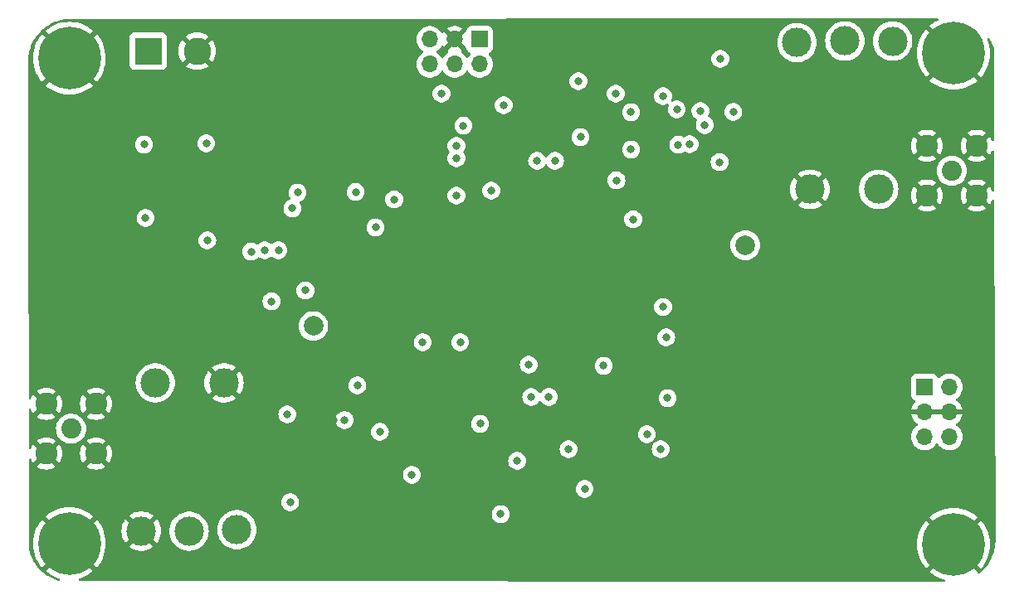
<source format=gbr>
%TF.GenerationSoftware,KiCad,Pcbnew,7.0.7*%
%TF.CreationDate,2023-12-04T17:07:47+01:00*%
%TF.ProjectId,sdrt41,73647274-3431-42e6-9b69-6361645f7063,rev?*%
%TF.SameCoordinates,Original*%
%TF.FileFunction,Copper,L3,Inr*%
%TF.FilePolarity,Positive*%
%FSLAX46Y46*%
G04 Gerber Fmt 4.6, Leading zero omitted, Abs format (unit mm)*
G04 Created by KiCad (PCBNEW 7.0.7) date 2023-12-04 17:07:47*
%MOMM*%
%LPD*%
G01*
G04 APERTURE LIST*
%TA.AperFunction,ComponentPad*%
%ADD10C,2.000000*%
%TD*%
%TA.AperFunction,ComponentPad*%
%ADD11C,0.800000*%
%TD*%
%TA.AperFunction,ComponentPad*%
%ADD12C,6.400000*%
%TD*%
%TA.AperFunction,ComponentPad*%
%ADD13C,3.000000*%
%TD*%
%TA.AperFunction,ComponentPad*%
%ADD14C,2.050000*%
%TD*%
%TA.AperFunction,ComponentPad*%
%ADD15C,2.250000*%
%TD*%
%TA.AperFunction,ComponentPad*%
%ADD16R,2.800000X2.800000*%
%TD*%
%TA.AperFunction,ComponentPad*%
%ADD17C,2.800000*%
%TD*%
%TA.AperFunction,ComponentPad*%
%ADD18R,1.700000X1.700000*%
%TD*%
%TA.AperFunction,ComponentPad*%
%ADD19O,1.700000X1.700000*%
%TD*%
%TA.AperFunction,ViaPad*%
%ADD20C,0.800000*%
%TD*%
G04 APERTURE END LIST*
D10*
%TO.N,Net-(J7-Pin_1)*%
%TO.C,J7*%
X128219200Y-100101400D03*
%TD*%
D11*
%TO.N,GND*%
%TO.C,H1*%
X191143256Y-72225200D03*
X191846200Y-70528144D03*
X191846200Y-73922256D03*
X193543256Y-69825200D03*
D12*
X193543256Y-72225200D03*
D11*
X193543256Y-74625200D03*
X195240312Y-70528144D03*
X195240312Y-73922256D03*
X195943256Y-72225200D03*
%TD*%
D13*
%TO.N,GND*%
%TO.C,T2*%
X178892200Y-86138400D03*
%TO.N,Net-(J6-In)*%
X185892200Y-86138400D03*
%TO.N,Net-(T2-SA)*%
X187325000Y-70986000D03*
%TO.N,Net-(T2-SC)*%
X182452200Y-70978400D03*
%TO.N,Net-(T2-SB)*%
X177571400Y-71138400D03*
%TD*%
D14*
%TO.N,Net-(J2-In)*%
%TO.C,J2*%
X103505000Y-110591600D03*
D15*
%TO.N,GND*%
X100965000Y-108051600D03*
X100965000Y-113131600D03*
X106045000Y-108051600D03*
X106045000Y-113131600D03*
%TD*%
D11*
%TO.N,GND*%
%TO.C,H4*%
X100927200Y-72732400D03*
X101630144Y-71035344D03*
X101630144Y-74429456D03*
X103327200Y-70332400D03*
D12*
X103327200Y-72732400D03*
D11*
X103327200Y-75132400D03*
X105024256Y-71035344D03*
X105024256Y-74429456D03*
X105727200Y-72732400D03*
%TD*%
D16*
%TO.N,+12V*%
%TO.C,J1*%
X111368200Y-72014400D03*
D17*
%TO.N,GND*%
X116368200Y-72014400D03*
%TD*%
D13*
%TO.N,GND*%
%TO.C,T1*%
X119100600Y-105904000D03*
%TO.N,Net-(J2-In)*%
X112100600Y-105904000D03*
%TO.N,GND*%
X110667800Y-121056400D03*
%TO.N,unconnected-(T1-SC-Pad4)*%
X115540600Y-121064000D03*
%TO.N,Net-(T1-SB)*%
X120421400Y-120904000D03*
%TD*%
D10*
%TO.N,Net-(J8-Pin_1)*%
%TO.C,J8*%
X172288200Y-91846400D03*
%TD*%
D18*
%TO.N,/Q+*%
%TO.C,J4*%
X190576200Y-106339400D03*
D19*
%TO.N,/Q-*%
X193116200Y-106339400D03*
%TO.N,GND*%
X190576200Y-108879400D03*
X193116200Y-108879400D03*
%TO.N,/I-*%
X190576200Y-111419400D03*
%TO.N,/I+*%
X193116200Y-111419400D03*
%TD*%
D14*
%TO.N,Net-(J6-In)*%
%TO.C,J6*%
X193370200Y-84226400D03*
D15*
%TO.N,GND*%
X190830200Y-81686400D03*
X190830200Y-86766400D03*
X195910200Y-81686400D03*
X195910200Y-86766400D03*
%TD*%
D19*
%TO.N,unconnected-(J5-Pin_6-Pad6)*%
%TO.C,J5*%
X140106400Y-73355200D03*
%TO.N,/QSE/Q-tx*%
X140106400Y-70815200D03*
%TO.N,unconnected-(J5-Pin_4-Pad4)*%
X142646400Y-73355200D03*
%TO.N,GND*%
X142646400Y-70815200D03*
%TO.N,unconnected-(J5-Pin_2-Pad2)*%
X145186400Y-73355200D03*
D18*
%TO.N,/QSE/I-tx*%
X145186400Y-70815200D03*
%TD*%
D11*
%TO.N,GND*%
%TO.C,H2*%
X191143256Y-122407344D03*
X191846200Y-120710288D03*
X191846200Y-124104400D03*
X193543256Y-120007344D03*
D12*
X193543256Y-122407344D03*
D11*
X193543256Y-124807344D03*
X195240312Y-120710288D03*
X195240312Y-124104400D03*
X195943256Y-122407344D03*
%TD*%
%TO.N,GND*%
%TO.C,H3*%
X100927200Y-122326400D03*
X101630144Y-120629344D03*
X101630144Y-124023456D03*
X103327200Y-119926400D03*
D12*
X103327200Y-122326400D03*
D11*
X103327200Y-124726400D03*
X105024256Y-120629344D03*
X105024256Y-124023456D03*
X105727200Y-122326400D03*
%TD*%
D20*
%TO.N,GND*%
X110515400Y-101498400D03*
X119964200Y-92857400D03*
X186766200Y-120802400D03*
X126238000Y-89916000D03*
X195656200Y-99212400D03*
X144856200Y-92862400D03*
X165684200Y-73050400D03*
X153746200Y-71780400D03*
X139014200Y-124612400D03*
X172166200Y-120548400D03*
X153746200Y-120294400D03*
X184353200Y-92862400D03*
X160355200Y-115214400D03*
X151206200Y-71882000D03*
X107899200Y-101498400D03*
X114376200Y-83464400D03*
X160096200Y-100482400D03*
X123647200Y-80416400D03*
X195656200Y-110642400D03*
X112750600Y-124612400D03*
X133934200Y-124612400D03*
X161493200Y-92862400D03*
X179146200Y-96672400D03*
X149936200Y-96672400D03*
X152476200Y-104292400D03*
X138506200Y-95402400D03*
X168478200Y-71526400D03*
X141554200Y-124612400D03*
X122250200Y-86512400D03*
X127335200Y-114325400D03*
X138252200Y-86766400D03*
X142316200Y-92862400D03*
X162661600Y-83159600D03*
X161112200Y-76352400D03*
X101676200Y-89052400D03*
X129870200Y-91211400D03*
X143845200Y-122453400D03*
X144607200Y-106197400D03*
X186766200Y-103022400D03*
X180543200Y-92862400D03*
X163652200Y-86766400D03*
X167467200Y-107340400D03*
X124536200Y-103022400D03*
X124536200Y-110642400D03*
X130256200Y-109702600D03*
X182956200Y-96672400D03*
X130076200Y-76662400D03*
X126187200Y-92354400D03*
X138257200Y-122580400D03*
X106756200Y-115722400D03*
X191846200Y-92862400D03*
X125907800Y-121005600D03*
X170388200Y-116484400D03*
X195656200Y-106832400D03*
X135966200Y-70002400D03*
X195656200Y-103022400D03*
X130764200Y-106197400D03*
X129616200Y-121107200D03*
X157683200Y-92862400D03*
X182956200Y-123342400D03*
X176733200Y-92862400D03*
X168864200Y-108676400D03*
X130073400Y-79400400D03*
X137749200Y-99212400D03*
X128981200Y-95402400D03*
X149682200Y-100736400D03*
X131394200Y-124612400D03*
X154167200Y-110068400D03*
X124409200Y-95402400D03*
X152476200Y-118262400D03*
X115290600Y-124612400D03*
X166954200Y-124612400D03*
X144988200Y-101752400D03*
X123520200Y-86512400D03*
X144094200Y-124612400D03*
X194386200Y-96672400D03*
X161366200Y-96672400D03*
X161874200Y-124612400D03*
X152730200Y-99085400D03*
X153746200Y-69748400D03*
X190576200Y-96672400D03*
X120370600Y-124612400D03*
X128346200Y-104546400D03*
X146634200Y-124612400D03*
X167970200Y-74320400D03*
X149936200Y-119532400D03*
X195656200Y-92862400D03*
X172034200Y-75590400D03*
X135204200Y-74066400D03*
X136474200Y-124612400D03*
X148666200Y-92862400D03*
X151714200Y-124612400D03*
X138506200Y-92862400D03*
X165684200Y-70764400D03*
X143078200Y-77876400D03*
X182956200Y-101752400D03*
X171526200Y-96672400D03*
X188036200Y-92862400D03*
X162636200Y-100482400D03*
X157556200Y-96672400D03*
X153746200Y-73812400D03*
X134696200Y-92862400D03*
X186766200Y-108102400D03*
X151333200Y-92862400D03*
X121996200Y-82575400D03*
X122910600Y-124612400D03*
X126314200Y-124612400D03*
X195656200Y-115722400D03*
X166192200Y-101244400D03*
X172034200Y-82194400D03*
X186766200Y-96672400D03*
X123520200Y-87655400D03*
X109296200Y-89052400D03*
X141808200Y-89712800D03*
X139471400Y-89712800D03*
X154254200Y-124612400D03*
X100914200Y-101498400D03*
X110210600Y-124612400D03*
X172420200Y-107340400D03*
X172034200Y-79400400D03*
X134701200Y-106197400D03*
X179532200Y-113436400D03*
X175336200Y-96672400D03*
X156794200Y-124612400D03*
X170388200Y-114452400D03*
X186766200Y-111912400D03*
X146126200Y-96672400D03*
X170002200Y-86766400D03*
X167594200Y-120294400D03*
X134696200Y-95402400D03*
X129870200Y-85369400D03*
X182956200Y-113182400D03*
X153746200Y-92862400D03*
X173609000Y-87680800D03*
X100406200Y-115849400D03*
X165303200Y-92862400D03*
X169626200Y-123088400D03*
X129616200Y-118110000D03*
X128854200Y-124612400D03*
X164160200Y-103530400D03*
X100406200Y-76352400D03*
X169113200Y-92862400D03*
X182956200Y-108102400D03*
X179146200Y-123342400D03*
X151714200Y-75336400D03*
X124485400Y-114350800D03*
X178770200Y-115468400D03*
X141178200Y-116230400D03*
X122250200Y-87655400D03*
X153746200Y-96672400D03*
X164414200Y-124612400D03*
X155524200Y-83464400D03*
X117830600Y-124612400D03*
X149174200Y-124612400D03*
X166446200Y-96672400D03*
X124536200Y-106832400D03*
X159334200Y-124612400D03*
X169494200Y-124612400D03*
%TO.N,+5V*%
X117399200Y-91352400D03*
X169748200Y-72796400D03*
X117297200Y-81432400D03*
X155270200Y-75082400D03*
X164226200Y-101244400D03*
X143535200Y-79622900D03*
X163906200Y-98157700D03*
X110947200Y-81559400D03*
%TO.N,+3V3*%
X111099200Y-89052400D03*
X121869200Y-92506900D03*
%TO.N,+12C*%
X149017200Y-113878400D03*
X150195200Y-104038400D03*
%TO.N,Net-(U8C-V+)*%
X151055700Y-83210400D03*
X142824200Y-81686400D03*
%TO.N,Net-(C21-Pad2)*%
X139376700Y-101752400D03*
X147335200Y-119315900D03*
%TO.N,Net-(U3-VCC)*%
X132715000Y-106172000D03*
X125857000Y-118110000D03*
%TO.N,Clock1*%
X127406400Y-96469200D03*
X124663200Y-92354400D03*
X131399200Y-109702600D03*
%TO.N,Clock2*%
X125557200Y-109118400D03*
X123952000Y-97586800D03*
X123266200Y-92354400D03*
%TO.N,Net-(U3-1B3)*%
X135010080Y-110900480D03*
X138277600Y-115295600D03*
%TO.N,Net-(U6B-+)*%
X163657200Y-112674400D03*
X164358200Y-107467400D03*
%TO.N,Net-(U8B--)*%
X147650200Y-77537900D03*
X141300200Y-76352400D03*
%TO.N,Net-(U9C-V+)*%
X160639200Y-78257400D03*
X159080200Y-76352400D03*
%TO.N,Net-(U10-1B1)*%
X168163531Y-79564590D03*
X166610700Y-81534000D03*
%TO.N,Net-(U4A--)*%
X154259200Y-112674400D03*
X152250700Y-107340400D03*
%TO.N,Net-(U4B-+)*%
X145242200Y-110091900D03*
X143210200Y-101752400D03*
%TO.N,Net-(C41-Pad1)*%
X136474200Y-87170900D03*
X146380200Y-86258400D03*
%TO.N,Net-(C42-Pad1)*%
X142824200Y-82956400D03*
X142824200Y-86766400D03*
%TO.N,Net-(U6A--)*%
X157838700Y-104165400D03*
X162260200Y-111150400D03*
%TO.N,Net-(C45-Pad1)*%
X159146200Y-85215400D03*
X160858200Y-89202900D03*
%TO.N,Net-(T2-SA)*%
X165455600Y-81584800D03*
%TO.N,Net-(T2-SB)*%
X169672000Y-83362800D03*
%TO.N,Net-(U8A-+)*%
X155489200Y-80797400D03*
X160639200Y-82067400D03*
X152880700Y-83210400D03*
%TO.N,Net-(R16-Pad2)*%
X150449200Y-107340400D03*
X155910200Y-116738400D03*
%TO.N,Clock3*%
X165303200Y-77978000D03*
X126606622Y-86467115D03*
X132537200Y-86410800D03*
%TO.N,Clock4*%
X126085600Y-88087200D03*
X134569200Y-90017600D03*
X167716200Y-78130400D03*
%TO.N,Net-(J8-Pin_1)*%
X163906200Y-76606400D03*
X171069000Y-78232000D03*
%TD*%
%TA.AperFunction,Conductor*%
%TO.N,GND*%
G36*
X192569477Y-108645402D02*
G01*
X192615970Y-108699058D01*
X192626074Y-108769332D01*
X192622253Y-108786896D01*
X192616200Y-108807511D01*
X192616200Y-108951288D01*
X192622253Y-108971904D01*
X192622252Y-109042900D01*
X192583867Y-109102626D01*
X192519286Y-109132118D01*
X192501356Y-109133400D01*
X191191044Y-109133400D01*
X191122923Y-109113398D01*
X191076430Y-109059742D01*
X191066326Y-108989468D01*
X191070147Y-108971904D01*
X191076200Y-108951288D01*
X191076200Y-108807511D01*
X191070147Y-108786896D01*
X191070148Y-108715900D01*
X191108533Y-108656174D01*
X191173114Y-108626682D01*
X191191044Y-108625400D01*
X192501356Y-108625400D01*
X192569477Y-108645402D01*
G37*
%TD.AperFunction*%
%TA.AperFunction,Conductor*%
G36*
X104723922Y-73769912D02*
G01*
X104950783Y-73996773D01*
X104984809Y-74059085D01*
X104979744Y-74129900D01*
X104937197Y-74186736D01*
X104931690Y-74190633D01*
X104844015Y-74249215D01*
X104785433Y-74336890D01*
X104730956Y-74382418D01*
X104660512Y-74391265D01*
X104596468Y-74360624D01*
X104591573Y-74355983D01*
X104364712Y-74129122D01*
X104330686Y-74066810D01*
X104335751Y-73995995D01*
X104371974Y-73944218D01*
X104462070Y-73867270D01*
X104539018Y-73777175D01*
X104598465Y-73738368D01*
X104669460Y-73737860D01*
X104723922Y-73769912D01*
G37*
%TD.AperFunction*%
%TA.AperFunction,Conductor*%
G36*
X102063604Y-73740950D02*
G01*
X102115381Y-73777173D01*
X102190636Y-73865287D01*
X102192330Y-73867270D01*
X102282422Y-73944216D01*
X102321231Y-74003667D01*
X102321737Y-74074662D01*
X102289686Y-74129122D01*
X102062825Y-74355983D01*
X102000513Y-74390009D01*
X101929698Y-74384944D01*
X101872862Y-74342397D01*
X101868964Y-74336889D01*
X101865639Y-74331913D01*
X101865639Y-74331911D01*
X101810384Y-74249216D01*
X101810382Y-74249215D01*
X101810382Y-74249214D01*
X101722709Y-74190633D01*
X101677181Y-74136157D01*
X101668332Y-74065714D01*
X101698973Y-74001669D01*
X101703615Y-73996773D01*
X101930477Y-73769911D01*
X101992789Y-73735885D01*
X102063604Y-73740950D01*
G37*
%TD.AperFunction*%
%TA.AperFunction,Conductor*%
G36*
X104724700Y-71079854D02*
G01*
X104781536Y-71122401D01*
X104785433Y-71127909D01*
X104844014Y-71215582D01*
X104844015Y-71215582D01*
X104844016Y-71215584D01*
X104926711Y-71270839D01*
X104926713Y-71270839D01*
X104931689Y-71274164D01*
X104977217Y-71328641D01*
X104986066Y-71399084D01*
X104955425Y-71463128D01*
X104950783Y-71468025D01*
X104723922Y-71694886D01*
X104661610Y-71728912D01*
X104590795Y-71723847D01*
X104539016Y-71687622D01*
X104462070Y-71597530D01*
X104462070Y-71597529D01*
X104371974Y-71520581D01*
X104333167Y-71461133D01*
X104332659Y-71390139D01*
X104364711Y-71335677D01*
X104591573Y-71108815D01*
X104653885Y-71074789D01*
X104724700Y-71079854D01*
G37*
%TD.AperFunction*%
%TA.AperFunction,Conductor*%
G36*
X102057929Y-71104174D02*
G01*
X102062826Y-71108816D01*
X102289687Y-71335677D01*
X102323713Y-71397989D01*
X102318648Y-71468804D01*
X102282423Y-71520583D01*
X102192330Y-71597530D01*
X102115383Y-71687623D01*
X102055932Y-71726432D01*
X101984937Y-71726938D01*
X101930477Y-71694887D01*
X101703616Y-71468026D01*
X101669590Y-71405714D01*
X101674655Y-71334899D01*
X101717202Y-71278063D01*
X101722710Y-71274165D01*
X101727687Y-71270839D01*
X101727689Y-71270839D01*
X101810384Y-71215584D01*
X101865639Y-71132889D01*
X101865639Y-71132887D01*
X101868965Y-71127910D01*
X101923442Y-71082382D01*
X101993885Y-71073533D01*
X102057929Y-71104174D01*
G37*
%TD.AperFunction*%
%TA.AperFunction,Conductor*%
G36*
X142166609Y-71039945D02*
G01*
X142223445Y-71082492D01*
X142228562Y-71089861D01*
X142264639Y-71145998D01*
X142373300Y-71240152D01*
X142373301Y-71240152D01*
X142380111Y-71246053D01*
X142378086Y-71248389D01*
X142414484Y-71290387D01*
X142424595Y-71360660D01*
X142395109Y-71425243D01*
X142388972Y-71431836D01*
X141880710Y-71940098D01*
X141901094Y-71955963D01*
X141901100Y-71955968D01*
X141934606Y-71974100D01*
X141984997Y-72024113D01*
X142000349Y-72093430D01*
X141975789Y-72160043D01*
X141934609Y-72195726D01*
X141900830Y-72214006D01*
X141900824Y-72214011D01*
X141723162Y-72352291D01*
X141570679Y-72517929D01*
X141481883Y-72653843D01*
X141427879Y-72699931D01*
X141357531Y-72709506D01*
X141293174Y-72679529D01*
X141270917Y-72653843D01*
X141182120Y-72517929D01*
X141029637Y-72352291D01*
X140916707Y-72264394D01*
X140851976Y-72214011D01*
X140818719Y-72196013D01*
X140768329Y-72146002D01*
X140752976Y-72076685D01*
X140777536Y-72010072D01*
X140818720Y-71974386D01*
X140851976Y-71956389D01*
X141029640Y-71818106D01*
X141182122Y-71652468D01*
X141271216Y-71516098D01*
X141325219Y-71470010D01*
X141395567Y-71460435D01*
X141459924Y-71490412D01*
X141482182Y-71516098D01*
X141523322Y-71579066D01*
X142033481Y-71068906D01*
X142095794Y-71034881D01*
X142166609Y-71039945D01*
G37*
%TD.AperFunction*%
%TA.AperFunction,Conductor*%
G36*
X143252733Y-71062776D02*
G01*
X143259317Y-71068907D01*
X143790995Y-71600585D01*
X143825021Y-71662897D01*
X143827900Y-71689680D01*
X143827900Y-71713849D01*
X143834409Y-71774396D01*
X143834411Y-71774404D01*
X143885510Y-71911402D01*
X143885512Y-71911407D01*
X143973138Y-72028461D01*
X144090191Y-72116086D01*
X144090192Y-72116086D01*
X144090196Y-72116089D01*
X144205210Y-72158987D01*
X144262042Y-72201532D01*
X144286853Y-72268052D01*
X144271762Y-72337426D01*
X144253875Y-72362379D01*
X144110680Y-72517929D01*
X144110679Y-72517929D01*
X144021883Y-72653843D01*
X143967879Y-72699931D01*
X143897531Y-72709506D01*
X143833174Y-72679529D01*
X143810917Y-72653843D01*
X143722120Y-72517929D01*
X143569637Y-72352291D01*
X143456707Y-72264394D01*
X143391976Y-72214011D01*
X143358192Y-72195728D01*
X143307802Y-72145716D01*
X143292450Y-72076399D01*
X143317010Y-72009786D01*
X143358193Y-71974101D01*
X143391699Y-71955968D01*
X143391702Y-71955966D01*
X143412088Y-71940098D01*
X142903827Y-71431838D01*
X142869802Y-71369525D01*
X142874866Y-71298710D01*
X142913545Y-71247040D01*
X142912689Y-71246053D01*
X142917230Y-71242117D01*
X142917413Y-71241874D01*
X142917910Y-71241528D01*
X142919495Y-71240153D01*
X142919500Y-71240152D01*
X143028161Y-71145998D01*
X143064224Y-71089881D01*
X143117878Y-71043389D01*
X143188152Y-71033284D01*
X143252733Y-71062776D01*
G37*
%TD.AperFunction*%
%TA.AperFunction,Conductor*%
G36*
X191949185Y-68663007D02*
G01*
X191995732Y-68716615D01*
X192005908Y-68786879D01*
X191976480Y-68851490D01*
X191938375Y-68881341D01*
X191686711Y-69009571D01*
X191360758Y-69221247D01*
X191105343Y-69428077D01*
X191772727Y-70095460D01*
X191806752Y-70157773D01*
X191801688Y-70228588D01*
X191759141Y-70285424D01*
X191753634Y-70289321D01*
X191665959Y-70347903D01*
X191607377Y-70435578D01*
X191552900Y-70481106D01*
X191482456Y-70489953D01*
X191418412Y-70459312D01*
X191413516Y-70454671D01*
X190746133Y-69787287D01*
X190539303Y-70042702D01*
X190327627Y-70368655D01*
X190151179Y-70714952D01*
X190151175Y-70714960D01*
X190011900Y-71077785D01*
X189911307Y-71453204D01*
X189850506Y-71837085D01*
X189830167Y-72225193D01*
X189830167Y-72225206D01*
X189850506Y-72613314D01*
X189911307Y-72997195D01*
X190011900Y-73372614D01*
X190151175Y-73735439D01*
X190151179Y-73735447D01*
X190327621Y-74081735D01*
X190327625Y-74081741D01*
X190539298Y-74407691D01*
X190539310Y-74407708D01*
X190746132Y-74663111D01*
X191413516Y-73995727D01*
X191475829Y-73961702D01*
X191546644Y-73966766D01*
X191603480Y-74009313D01*
X191607377Y-74014821D01*
X191665959Y-74102496D01*
X191753632Y-74161077D01*
X191799160Y-74215553D01*
X191808009Y-74285996D01*
X191777368Y-74350041D01*
X191772727Y-74354937D01*
X191105342Y-75022321D01*
X191105343Y-75022322D01*
X191360747Y-75229145D01*
X191360764Y-75229157D01*
X191686714Y-75440830D01*
X191686720Y-75440834D01*
X192033008Y-75617276D01*
X192033016Y-75617280D01*
X192395841Y-75756555D01*
X192771260Y-75857148D01*
X193155141Y-75917949D01*
X193543250Y-75938289D01*
X193543262Y-75938289D01*
X193931370Y-75917949D01*
X194315251Y-75857148D01*
X194690670Y-75756555D01*
X195053495Y-75617280D01*
X195053503Y-75617276D01*
X195399791Y-75440834D01*
X195399797Y-75440830D01*
X195725757Y-75229150D01*
X195981167Y-75022321D01*
X195313784Y-74354939D01*
X195279759Y-74292626D01*
X195284823Y-74221811D01*
X195327370Y-74164975D01*
X195332878Y-74161077D01*
X195337855Y-74157751D01*
X195337857Y-74157751D01*
X195420552Y-74102496D01*
X195475807Y-74019801D01*
X195475807Y-74019799D01*
X195479133Y-74014822D01*
X195533610Y-73969294D01*
X195604053Y-73960445D01*
X195668097Y-73991086D01*
X195672995Y-73995728D01*
X196340377Y-74663111D01*
X196547206Y-74407701D01*
X196758886Y-74081741D01*
X196758890Y-74081735D01*
X196935332Y-73735447D01*
X196935336Y-73735439D01*
X197074611Y-73372614D01*
X197175204Y-72997195D01*
X197236005Y-72613314D01*
X197256345Y-72225206D01*
X197256345Y-72225193D01*
X197236005Y-71837085D01*
X197175204Y-71453204D01*
X197074611Y-71077785D01*
X196980298Y-70832090D01*
X196974559Y-70761326D01*
X197007990Y-70698693D01*
X197069975Y-70664076D01*
X197140836Y-70668467D01*
X197198074Y-70710470D01*
X197205483Y-70721299D01*
X197260096Y-70810789D01*
X197262082Y-70814291D01*
X197352345Y-70985980D01*
X197390299Y-71062776D01*
X197440210Y-71163768D01*
X197442012Y-71167758D01*
X197515885Y-71347719D01*
X197587289Y-71531782D01*
X197588832Y-71536251D01*
X197645744Y-71723532D01*
X197661715Y-71778842D01*
X197666660Y-71813394D01*
X197696331Y-81097423D01*
X197676547Y-81165608D01*
X197623040Y-81212272D01*
X197552799Y-81222600D01*
X197488124Y-81193314D01*
X197453923Y-81146044D01*
X197369713Y-80942742D01*
X197235407Y-80723574D01*
X197233946Y-80721862D01*
X197233945Y-80721862D01*
X196774854Y-81180954D01*
X196712542Y-81214979D01*
X196641726Y-81209914D01*
X196589726Y-81173428D01*
X196498195Y-81065669D01*
X196498193Y-81065667D01*
X196498191Y-81065665D01*
X196427615Y-81012014D01*
X196385491Y-80954868D01*
X196380950Y-80884017D01*
X196414774Y-80822613D01*
X196874736Y-80362652D01*
X196873024Y-80361191D01*
X196653857Y-80226886D01*
X196416383Y-80128521D01*
X196166446Y-80068517D01*
X195910199Y-80048350D01*
X195653953Y-80068517D01*
X195404016Y-80128521D01*
X195166542Y-80226886D01*
X194947377Y-80361190D01*
X194947374Y-80361193D01*
X194945662Y-80362652D01*
X195402047Y-80819036D01*
X195436072Y-80881349D01*
X195431008Y-80952164D01*
X195396043Y-80999255D01*
X195397728Y-81001034D01*
X195392770Y-81005730D01*
X195392769Y-81005731D01*
X195353401Y-81043022D01*
X195258539Y-81132879D01*
X195238617Y-81162262D01*
X195183832Y-81207419D01*
X195113330Y-81215788D01*
X195049496Y-81184712D01*
X195045234Y-81180645D01*
X194586452Y-80721862D01*
X194584993Y-80723574D01*
X194584990Y-80723577D01*
X194450686Y-80942742D01*
X194352321Y-81180216D01*
X194292317Y-81430153D01*
X194272150Y-81686400D01*
X194292317Y-81942646D01*
X194352321Y-82192583D01*
X194450686Y-82430057D01*
X194584991Y-82649224D01*
X194586452Y-82650935D01*
X195045543Y-82191845D01*
X195107856Y-82157820D01*
X195178671Y-82162884D01*
X195230671Y-82199369D01*
X195322203Y-82307129D01*
X195322205Y-82307130D01*
X195322209Y-82307135D01*
X195392783Y-82360784D01*
X195434907Y-82417929D01*
X195439448Y-82488781D01*
X195405624Y-82550184D01*
X194945662Y-83010145D01*
X194945662Y-83010146D01*
X194947374Y-83011607D01*
X195166542Y-83145913D01*
X195404016Y-83244278D01*
X195653953Y-83304282D01*
X195910199Y-83324449D01*
X196166446Y-83304282D01*
X196416383Y-83244278D01*
X196653857Y-83145913D01*
X196873025Y-83011607D01*
X196874735Y-83010146D01*
X196418352Y-82553763D01*
X196384327Y-82491450D01*
X196389391Y-82420635D01*
X196424368Y-82373558D01*
X196422671Y-82371767D01*
X196434269Y-82360781D01*
X196561858Y-82239923D01*
X196581780Y-82210539D01*
X196636563Y-82165382D01*
X196707065Y-82157011D01*
X196770900Y-82188084D01*
X196775165Y-82192154D01*
X197233946Y-82650935D01*
X197235407Y-82649225D01*
X197369713Y-82430057D01*
X197457656Y-82217742D01*
X197502204Y-82162461D01*
X197569567Y-82140040D01*
X197638359Y-82157598D01*
X197686737Y-82209560D01*
X197700064Y-82265557D01*
X197712694Y-86217134D01*
X197692910Y-86285319D01*
X197639403Y-86331983D01*
X197569162Y-86342311D01*
X197504487Y-86313025D01*
X197471868Y-86264003D01*
X197469972Y-86264789D01*
X197369713Y-86022742D01*
X197235407Y-85803574D01*
X197233946Y-85801862D01*
X197233945Y-85801862D01*
X196774854Y-86260954D01*
X196712542Y-86294979D01*
X196641726Y-86289914D01*
X196589726Y-86253428D01*
X196498195Y-86145669D01*
X196498193Y-86145667D01*
X196498191Y-86145665D01*
X196427615Y-86092014D01*
X196385491Y-86034868D01*
X196380950Y-85964017D01*
X196414774Y-85902613D01*
X196874736Y-85442652D01*
X196873024Y-85441191D01*
X196653857Y-85306886D01*
X196416383Y-85208521D01*
X196166446Y-85148517D01*
X195910200Y-85128350D01*
X195653953Y-85148517D01*
X195404016Y-85208521D01*
X195166542Y-85306886D01*
X194947377Y-85441190D01*
X194947374Y-85441193D01*
X194945662Y-85442652D01*
X195402047Y-85899036D01*
X195436072Y-85961349D01*
X195431008Y-86032164D01*
X195396043Y-86079255D01*
X195397728Y-86081034D01*
X195258539Y-86212879D01*
X195238617Y-86242262D01*
X195183832Y-86287419D01*
X195113330Y-86295788D01*
X195049496Y-86264712D01*
X195045234Y-86260645D01*
X194586452Y-85801862D01*
X194584993Y-85803574D01*
X194584990Y-85803577D01*
X194450686Y-86022742D01*
X194352321Y-86260216D01*
X194292317Y-86510153D01*
X194272150Y-86766400D01*
X194292317Y-87022646D01*
X194352321Y-87272583D01*
X194450686Y-87510057D01*
X194584991Y-87729224D01*
X194586452Y-87730935D01*
X195045543Y-87271845D01*
X195107856Y-87237820D01*
X195178671Y-87242884D01*
X195230671Y-87279369D01*
X195322203Y-87387129D01*
X195322205Y-87387130D01*
X195322209Y-87387135D01*
X195392783Y-87440784D01*
X195434907Y-87497929D01*
X195439448Y-87568781D01*
X195405624Y-87630184D01*
X194945662Y-88090145D01*
X194945662Y-88090146D01*
X194947374Y-88091607D01*
X195166542Y-88225913D01*
X195404016Y-88324278D01*
X195653953Y-88384282D01*
X195910200Y-88404449D01*
X196166446Y-88384282D01*
X196416383Y-88324278D01*
X196653857Y-88225913D01*
X196873025Y-88091607D01*
X196874735Y-88090146D01*
X196418352Y-87633763D01*
X196384327Y-87571450D01*
X196389391Y-87500635D01*
X196424368Y-87453558D01*
X196422671Y-87451767D01*
X196429534Y-87445266D01*
X196561858Y-87319923D01*
X196581780Y-87290539D01*
X196636563Y-87245382D01*
X196707065Y-87237011D01*
X196770900Y-87268084D01*
X196775165Y-87272154D01*
X197233946Y-87730935D01*
X197235407Y-87729225D01*
X197369713Y-87510057D01*
X197468078Y-87272581D01*
X197469610Y-87267870D01*
X197471110Y-87268357D01*
X197502978Y-87212827D01*
X197565997Y-87180130D01*
X197636689Y-87186693D01*
X197692611Y-87230434D01*
X197716007Y-87297465D01*
X197716165Y-87303387D01*
X197827098Y-122013645D01*
X197827033Y-122016713D01*
X197819730Y-122177078D01*
X197809136Y-122395625D01*
X197808623Y-122401152D01*
X197782799Y-122589115D01*
X197753510Y-122789589D01*
X197752547Y-122794696D01*
X197708708Y-122984007D01*
X197661218Y-123176571D01*
X197659880Y-123181220D01*
X197598389Y-123367663D01*
X197533079Y-123553175D01*
X197531442Y-123557345D01*
X197452805Y-123738469D01*
X197370223Y-123916084D01*
X197368364Y-123919763D01*
X197273229Y-124093646D01*
X197174076Y-124262128D01*
X197172072Y-124265313D01*
X197061238Y-124430252D01*
X196946355Y-124588268D01*
X196944280Y-124590967D01*
X196818704Y-124745408D01*
X196689062Y-124891634D01*
X196686987Y-124893864D01*
X196548816Y-125035305D01*
X196546635Y-125037432D01*
X196403472Y-125170466D01*
X196251998Y-125299628D01*
X196249348Y-125301766D01*
X196181220Y-125353775D01*
X196114937Y-125379212D01*
X196045423Y-125364775D01*
X195994750Y-125315048D01*
X195978937Y-125247028D01*
X195981167Y-125204465D01*
X195313784Y-124537083D01*
X195279759Y-124474770D01*
X195284823Y-124403955D01*
X195327370Y-124347119D01*
X195332878Y-124343221D01*
X195337855Y-124339895D01*
X195337857Y-124339895D01*
X195420552Y-124284640D01*
X195475807Y-124201945D01*
X195475807Y-124201943D01*
X195479133Y-124196966D01*
X195533610Y-124151438D01*
X195604053Y-124142589D01*
X195668097Y-124173230D01*
X195672995Y-124177872D01*
X196340377Y-124845255D01*
X196547206Y-124589845D01*
X196758886Y-124263885D01*
X196758890Y-124263879D01*
X196935332Y-123917591D01*
X196935336Y-123917583D01*
X197074611Y-123554758D01*
X197175204Y-123179339D01*
X197236005Y-122795458D01*
X197256345Y-122407350D01*
X197256345Y-122407337D01*
X197236005Y-122019229D01*
X197175204Y-121635348D01*
X197074611Y-121259929D01*
X196935336Y-120897104D01*
X196935332Y-120897096D01*
X196758884Y-120550799D01*
X196547213Y-120224852D01*
X196547201Y-120224835D01*
X196340378Y-119969431D01*
X196340377Y-119969430D01*
X195672993Y-120636815D01*
X195610681Y-120670840D01*
X195539865Y-120665775D01*
X195483030Y-120623228D01*
X195479133Y-120617720D01*
X195420552Y-120530047D01*
X195332877Y-120471465D01*
X195287349Y-120416989D01*
X195278500Y-120346546D01*
X195309141Y-120282501D01*
X195313783Y-120277604D01*
X195981167Y-119610220D01*
X195725764Y-119403398D01*
X195725747Y-119403386D01*
X195399797Y-119191713D01*
X195399791Y-119191709D01*
X195053503Y-119015267D01*
X195053495Y-119015263D01*
X194690670Y-118875988D01*
X194315251Y-118775395D01*
X193931370Y-118714594D01*
X193543262Y-118694255D01*
X193543250Y-118694255D01*
X193155141Y-118714594D01*
X192771260Y-118775395D01*
X192395841Y-118875988D01*
X192033016Y-119015263D01*
X192033008Y-119015267D01*
X191686711Y-119191715D01*
X191360758Y-119403391D01*
X191105343Y-119610221D01*
X191772727Y-120277604D01*
X191806752Y-120339917D01*
X191801688Y-120410732D01*
X191759141Y-120467568D01*
X191753634Y-120471465D01*
X191665959Y-120530047D01*
X191607377Y-120617722D01*
X191552900Y-120663250D01*
X191482456Y-120672097D01*
X191418412Y-120641456D01*
X191413516Y-120636815D01*
X190746133Y-119969431D01*
X190539303Y-120224846D01*
X190327627Y-120550799D01*
X190151179Y-120897096D01*
X190151175Y-120897104D01*
X190011900Y-121259929D01*
X189911307Y-121635348D01*
X189850506Y-122019229D01*
X189830167Y-122407337D01*
X189830167Y-122407350D01*
X189850506Y-122795458D01*
X189911307Y-123179339D01*
X190011900Y-123554758D01*
X190151175Y-123917583D01*
X190151179Y-123917591D01*
X190327621Y-124263879D01*
X190327625Y-124263885D01*
X190539298Y-124589835D01*
X190539310Y-124589852D01*
X190746132Y-124845255D01*
X191413516Y-124177871D01*
X191475829Y-124143846D01*
X191546644Y-124148910D01*
X191603480Y-124191457D01*
X191607377Y-124196965D01*
X191665959Y-124284640D01*
X191753632Y-124343221D01*
X191799160Y-124397697D01*
X191808009Y-124468140D01*
X191777368Y-124532185D01*
X191772727Y-124537081D01*
X191105342Y-125204465D01*
X191105343Y-125204466D01*
X191360747Y-125411289D01*
X191360764Y-125411301D01*
X191686714Y-125622974D01*
X191686720Y-125622978D01*
X192033008Y-125799420D01*
X192033016Y-125799424D01*
X192395841Y-125938699D01*
X192567186Y-125984611D01*
X192627809Y-126021563D01*
X192658830Y-126085424D01*
X192650402Y-126155918D01*
X192605199Y-126210665D01*
X192537573Y-126232282D01*
X192534440Y-126232318D01*
X104385864Y-126137944D01*
X104317765Y-126117869D01*
X104271329Y-126064164D01*
X104261301Y-125993879D01*
X104290863Y-125929330D01*
X104350630Y-125891010D01*
X104353388Y-125890237D01*
X104474614Y-125857755D01*
X104837439Y-125718480D01*
X104837447Y-125718476D01*
X105183735Y-125542034D01*
X105183741Y-125542030D01*
X105509701Y-125330350D01*
X105765111Y-125123521D01*
X105097728Y-124456139D01*
X105063703Y-124393826D01*
X105068767Y-124323011D01*
X105111314Y-124266175D01*
X105116822Y-124262277D01*
X105121799Y-124258951D01*
X105121801Y-124258951D01*
X105204496Y-124203696D01*
X105259751Y-124121001D01*
X105259751Y-124120999D01*
X105263077Y-124116022D01*
X105317554Y-124070494D01*
X105387997Y-124061645D01*
X105452041Y-124092286D01*
X105456939Y-124096928D01*
X106124321Y-124764311D01*
X106331150Y-124508901D01*
X106542830Y-124182941D01*
X106542834Y-124182935D01*
X106719276Y-123836647D01*
X106719280Y-123836639D01*
X106858555Y-123473814D01*
X106959148Y-123098395D01*
X107019949Y-122714514D01*
X107040289Y-122326406D01*
X107040289Y-122326393D01*
X107019949Y-121938285D01*
X106959148Y-121554404D01*
X106858555Y-121178985D01*
X106811501Y-121056404D01*
X108655108Y-121056404D01*
X108673852Y-121330448D01*
X108673853Y-121330454D01*
X108729742Y-121599411D01*
X108729744Y-121599419D01*
X108821738Y-121858265D01*
X108948114Y-122102156D01*
X108948116Y-122102159D01*
X109078340Y-122286647D01*
X109982320Y-121382667D01*
X110044633Y-121348642D01*
X110115448Y-121353706D01*
X110171377Y-121395056D01*
X110211347Y-121447146D01*
X110239876Y-121484326D01*
X110329139Y-121552819D01*
X110371007Y-121610157D01*
X110375229Y-121681028D01*
X110341531Y-121741877D01*
X109438515Y-122644892D01*
X109438515Y-122644894D01*
X109507113Y-122700704D01*
X109507118Y-122700707D01*
X109741830Y-122843438D01*
X109993789Y-122952880D01*
X110258309Y-123026995D01*
X110530435Y-123064399D01*
X110530449Y-123064400D01*
X110805151Y-123064400D01*
X110805164Y-123064399D01*
X111077290Y-123026995D01*
X111341810Y-122952880D01*
X111593769Y-122843438D01*
X111828479Y-122700709D01*
X111897083Y-122644893D01*
X110994068Y-121741879D01*
X110960043Y-121679566D01*
X110965107Y-121608751D01*
X111006460Y-121552820D01*
X111095725Y-121484325D01*
X111124248Y-121447153D01*
X111164221Y-121395058D01*
X111221558Y-121353192D01*
X111292429Y-121348970D01*
X111353278Y-121382668D01*
X112257257Y-122286647D01*
X112387482Y-122102162D01*
X112387485Y-122102156D01*
X112513861Y-121858265D01*
X112605855Y-121599419D01*
X112605857Y-121599411D01*
X112661746Y-121330454D01*
X112661747Y-121330448D01*
X112679972Y-121064004D01*
X113527407Y-121064004D01*
X113546156Y-121338116D01*
X113546157Y-121338122D01*
X113546158Y-121338130D01*
X113568814Y-121447154D01*
X113602060Y-121607146D01*
X113602062Y-121607154D01*
X113628317Y-121681028D01*
X113694077Y-121866058D01*
X113816414Y-122102159D01*
X113820492Y-122110028D01*
X113863329Y-122170714D01*
X113978943Y-122334502D01*
X114166489Y-122535314D01*
X114379631Y-122708718D01*
X114614400Y-122851484D01*
X114866423Y-122960953D01*
X115131004Y-123035085D01*
X115226104Y-123048156D01*
X115403204Y-123072499D01*
X115403215Y-123072500D01*
X115677985Y-123072500D01*
X115677995Y-123072499D01*
X115807545Y-123054692D01*
X115950196Y-123035085D01*
X116214777Y-122960953D01*
X116466800Y-122851484D01*
X116701569Y-122708718D01*
X116914711Y-122535314D01*
X117102257Y-122334502D01*
X117260711Y-122110023D01*
X117387123Y-121866058D01*
X117479138Y-121607153D01*
X117535042Y-121338130D01*
X117535567Y-121330454D01*
X117553793Y-121064004D01*
X117553793Y-121063995D01*
X117542849Y-120904004D01*
X118408207Y-120904004D01*
X118426956Y-121178116D01*
X118426957Y-121178122D01*
X118426958Y-121178130D01*
X118434211Y-121213031D01*
X118482860Y-121447146D01*
X118482862Y-121447154D01*
X118565159Y-121678713D01*
X118574877Y-121706058D01*
X118639328Y-121830444D01*
X118701292Y-121950028D01*
X118740536Y-122005624D01*
X118859743Y-122174502D01*
X119047289Y-122375314D01*
X119260431Y-122548718D01*
X119495200Y-122691484D01*
X119495202Y-122691485D01*
X119516433Y-122700707D01*
X119747223Y-122800953D01*
X120011804Y-122875085D01*
X120106904Y-122888156D01*
X120284004Y-122912499D01*
X120284015Y-122912500D01*
X120558785Y-122912500D01*
X120558795Y-122912499D01*
X120688345Y-122894692D01*
X120830996Y-122875085D01*
X121095577Y-122800953D01*
X121347600Y-122691484D01*
X121582369Y-122548718D01*
X121795511Y-122375314D01*
X121983057Y-122174502D01*
X122141511Y-121950023D01*
X122267923Y-121706058D01*
X122359938Y-121447153D01*
X122415842Y-121178130D01*
X122423575Y-121065083D01*
X122434593Y-120904004D01*
X122434593Y-120903995D01*
X122415843Y-120629883D01*
X122415842Y-120629877D01*
X122415842Y-120629870D01*
X122359938Y-120360847D01*
X122267923Y-120101942D01*
X122141511Y-119857977D01*
X121983057Y-119633498D01*
X121795511Y-119432686D01*
X121651961Y-119315899D01*
X146421696Y-119315899D01*
X146441657Y-119505827D01*
X146449277Y-119529277D01*
X146500673Y-119687456D01*
X146500676Y-119687461D01*
X146596158Y-119852841D01*
X146596165Y-119852851D01*
X146723944Y-119994764D01*
X146723947Y-119994766D01*
X146878448Y-120107018D01*
X147052912Y-120184694D01*
X147239713Y-120224400D01*
X147430687Y-120224400D01*
X147617488Y-120184694D01*
X147791952Y-120107018D01*
X147946453Y-119994766D01*
X148042148Y-119888486D01*
X148074234Y-119852851D01*
X148074235Y-119852849D01*
X148074240Y-119852844D01*
X148169727Y-119687456D01*
X148228742Y-119505828D01*
X148248704Y-119315900D01*
X148228742Y-119125972D01*
X148169727Y-118944344D01*
X148074240Y-118778956D01*
X148074238Y-118778954D01*
X148074234Y-118778948D01*
X147946455Y-118637035D01*
X147791952Y-118524782D01*
X147617488Y-118447106D01*
X147430687Y-118407400D01*
X147239713Y-118407400D01*
X147052911Y-118447106D01*
X146878447Y-118524782D01*
X146723944Y-118637035D01*
X146596165Y-118778948D01*
X146596158Y-118778958D01*
X146500676Y-118944338D01*
X146500673Y-118944345D01*
X146441657Y-119125972D01*
X146421696Y-119315899D01*
X121651961Y-119315899D01*
X121582369Y-119259282D01*
X121347600Y-119116516D01*
X121347601Y-119116516D01*
X121347597Y-119116514D01*
X121095580Y-119007048D01*
X121095578Y-119007047D01*
X121095577Y-119007047D01*
X120963286Y-118969980D01*
X120830993Y-118932914D01*
X120558795Y-118895500D01*
X120558785Y-118895500D01*
X120284015Y-118895500D01*
X120284004Y-118895500D01*
X120011806Y-118932914D01*
X119747219Y-119007048D01*
X119495202Y-119116514D01*
X119260428Y-119259284D01*
X119047286Y-119432688D01*
X118859743Y-119633498D01*
X118701292Y-119857971D01*
X118574877Y-120101941D01*
X118482862Y-120360845D01*
X118482860Y-120360853D01*
X118453397Y-120502641D01*
X118427068Y-120629344D01*
X118426957Y-120629877D01*
X118426956Y-120629883D01*
X118408207Y-120903995D01*
X118408207Y-120904004D01*
X117542849Y-120904004D01*
X117535043Y-120789883D01*
X117535042Y-120789877D01*
X117535042Y-120789870D01*
X117479138Y-120520847D01*
X117387123Y-120261942D01*
X117260711Y-120017977D01*
X117253205Y-120007344D01*
X117169307Y-119888487D01*
X117102257Y-119793498D01*
X116914711Y-119592686D01*
X116701569Y-119419282D01*
X116466800Y-119276516D01*
X116466801Y-119276516D01*
X116466797Y-119276514D01*
X116214780Y-119167048D01*
X116214778Y-119167047D01*
X116214777Y-119167047D01*
X116013904Y-119110765D01*
X115950193Y-119092914D01*
X115677995Y-119055500D01*
X115677985Y-119055500D01*
X115403215Y-119055500D01*
X115403204Y-119055500D01*
X115131006Y-119092914D01*
X114866419Y-119167048D01*
X114614402Y-119276514D01*
X114379628Y-119419284D01*
X114166486Y-119592688D01*
X113978943Y-119793498D01*
X113820492Y-120017971D01*
X113694077Y-120261941D01*
X113602062Y-120520845D01*
X113602060Y-120520853D01*
X113569741Y-120676382D01*
X113547721Y-120782351D01*
X113546157Y-120789877D01*
X113546156Y-120789883D01*
X113527407Y-121063995D01*
X113527407Y-121064004D01*
X112679972Y-121064004D01*
X112680492Y-121056404D01*
X112680492Y-121056395D01*
X112661747Y-120782351D01*
X112661746Y-120782345D01*
X112605857Y-120513388D01*
X112605855Y-120513380D01*
X112513861Y-120254534D01*
X112387485Y-120010643D01*
X112387481Y-120010637D01*
X112257257Y-119826150D01*
X111353277Y-120730131D01*
X111290965Y-120764157D01*
X111220150Y-120759092D01*
X111164219Y-120717739D01*
X111163192Y-120716401D01*
X111105686Y-120641456D01*
X111095726Y-120628476D01*
X111081711Y-120617722D01*
X111006456Y-120559977D01*
X110964591Y-120502641D01*
X110960369Y-120431770D01*
X110994067Y-120370920D01*
X111897083Y-119467904D01*
X111828480Y-119412091D01*
X111593769Y-119269361D01*
X111341810Y-119159919D01*
X111077290Y-119085804D01*
X110805164Y-119048400D01*
X110530435Y-119048400D01*
X110258309Y-119085804D01*
X109993789Y-119159919D01*
X109741830Y-119269361D01*
X109507125Y-119412087D01*
X109438515Y-119467905D01*
X110341531Y-120370920D01*
X110375556Y-120433233D01*
X110370492Y-120504048D01*
X110329141Y-120559978D01*
X110239875Y-120628475D01*
X110171378Y-120717741D01*
X110114040Y-120759608D01*
X110043169Y-120763829D01*
X109982320Y-120730131D01*
X109078340Y-119826150D01*
X108948117Y-120010636D01*
X108821738Y-120254534D01*
X108729744Y-120513380D01*
X108729742Y-120513388D01*
X108673853Y-120782345D01*
X108673852Y-120782351D01*
X108655108Y-121056395D01*
X108655108Y-121056404D01*
X106811501Y-121056404D01*
X106719280Y-120816160D01*
X106719276Y-120816152D01*
X106542828Y-120469855D01*
X106331157Y-120143908D01*
X106331145Y-120143891D01*
X106124322Y-119888487D01*
X106124321Y-119888486D01*
X105456937Y-120555871D01*
X105394625Y-120589896D01*
X105323809Y-120584831D01*
X105266974Y-120542284D01*
X105263077Y-120536776D01*
X105204496Y-120449103D01*
X105116821Y-120390521D01*
X105071293Y-120336045D01*
X105062444Y-120265602D01*
X105093085Y-120201557D01*
X105097727Y-120196660D01*
X105765111Y-119529276D01*
X105509708Y-119322454D01*
X105509691Y-119322442D01*
X105183741Y-119110769D01*
X105183735Y-119110765D01*
X104837447Y-118934323D01*
X104837439Y-118934319D01*
X104474614Y-118795044D01*
X104099195Y-118694451D01*
X103715314Y-118633650D01*
X103327206Y-118613311D01*
X103327194Y-118613311D01*
X102939085Y-118633650D01*
X102555204Y-118694451D01*
X102179785Y-118795044D01*
X101816960Y-118934319D01*
X101816952Y-118934323D01*
X101470655Y-119110771D01*
X101144702Y-119322447D01*
X100889287Y-119529277D01*
X101556671Y-120196660D01*
X101590696Y-120258973D01*
X101585632Y-120329788D01*
X101543085Y-120386624D01*
X101537578Y-120390521D01*
X101449903Y-120449103D01*
X101391321Y-120536778D01*
X101336844Y-120582306D01*
X101266400Y-120591153D01*
X101202356Y-120560512D01*
X101197460Y-120555871D01*
X100530077Y-119888487D01*
X100323247Y-120143902D01*
X100111571Y-120469855D01*
X99935123Y-120816152D01*
X99935119Y-120816160D01*
X99795844Y-121178985D01*
X99695251Y-121554404D01*
X99634450Y-121938285D01*
X99614111Y-122326393D01*
X99614111Y-122326406D01*
X99634450Y-122714514D01*
X99695251Y-123098395D01*
X99795844Y-123473814D01*
X99935119Y-123836639D01*
X99935123Y-123836647D01*
X100111565Y-124182935D01*
X100111569Y-124182941D01*
X100323242Y-124508891D01*
X100323254Y-124508908D01*
X100530076Y-124764311D01*
X101197460Y-124096927D01*
X101259773Y-124062902D01*
X101330588Y-124067966D01*
X101387424Y-124110513D01*
X101391321Y-124116021D01*
X101449903Y-124203696D01*
X101537576Y-124262277D01*
X101583104Y-124316753D01*
X101591953Y-124387196D01*
X101561312Y-124451241D01*
X101556671Y-124456137D01*
X100889286Y-125123521D01*
X100889287Y-125123522D01*
X101144691Y-125330345D01*
X101144708Y-125330357D01*
X101470658Y-125542030D01*
X101470664Y-125542034D01*
X101816952Y-125718476D01*
X101816960Y-125718480D01*
X102179785Y-125857755D01*
X102292516Y-125887961D01*
X102353139Y-125924913D01*
X102384160Y-125988773D01*
X102375732Y-126059268D01*
X102330529Y-126114015D01*
X102262904Y-126135632D01*
X102259769Y-126135668D01*
X102235675Y-126135642D01*
X102196346Y-126129302D01*
X102014469Y-126069317D01*
X101831412Y-126004871D01*
X101827241Y-126003234D01*
X101645125Y-125924166D01*
X101469542Y-125842530D01*
X101465863Y-125840670D01*
X101291230Y-125745125D01*
X101124510Y-125647010D01*
X101121325Y-125645005D01*
X100955766Y-125533756D01*
X100799330Y-125420021D01*
X100796632Y-125417945D01*
X100641640Y-125291921D01*
X100496859Y-125163561D01*
X100494629Y-125161485D01*
X100352657Y-125022795D01*
X100350530Y-125020614D01*
X100218829Y-124878882D01*
X100121133Y-124764311D01*
X100089209Y-124726872D01*
X100087082Y-124724237D01*
X99969724Y-124570505D01*
X99888930Y-124456139D01*
X99854609Y-124407556D01*
X99852543Y-124404438D01*
X99750572Y-124240082D01*
X99667843Y-124096927D01*
X99650949Y-124067694D01*
X99649004Y-124064059D01*
X99605736Y-123976418D01*
X99563310Y-123890484D01*
X99479985Y-123710224D01*
X99478271Y-123706141D01*
X99409538Y-123524570D01*
X99397699Y-123491310D01*
X99343223Y-123338264D01*
X99341798Y-123333714D01*
X99290648Y-123145356D01*
X99241892Y-122955160D01*
X99240818Y-122950114D01*
X99207629Y-122754947D01*
X99206699Y-122749183D01*
X99203632Y-122730173D01*
X99202026Y-122710290D01*
X99201190Y-122024354D01*
X99196416Y-118110000D01*
X124943496Y-118110000D01*
X124963457Y-118299927D01*
X124993526Y-118392470D01*
X125022473Y-118481556D01*
X125022476Y-118481561D01*
X125117958Y-118646941D01*
X125117965Y-118646951D01*
X125245744Y-118788864D01*
X125245747Y-118788866D01*
X125400248Y-118901118D01*
X125574712Y-118978794D01*
X125761513Y-119018500D01*
X125952487Y-119018500D01*
X126139288Y-118978794D01*
X126313752Y-118901118D01*
X126468253Y-118788866D01*
X126477183Y-118778948D01*
X126596034Y-118646951D01*
X126596035Y-118646949D01*
X126596040Y-118646944D01*
X126691527Y-118481556D01*
X126750542Y-118299928D01*
X126770504Y-118110000D01*
X126750542Y-117920072D01*
X126691527Y-117738444D01*
X126596040Y-117573056D01*
X126596038Y-117573054D01*
X126596034Y-117573048D01*
X126468255Y-117431135D01*
X126313752Y-117318882D01*
X126139288Y-117241206D01*
X125952487Y-117201500D01*
X125761513Y-117201500D01*
X125574711Y-117241206D01*
X125400247Y-117318882D01*
X125245744Y-117431135D01*
X125117965Y-117573048D01*
X125117958Y-117573058D01*
X125022476Y-117738438D01*
X125022473Y-117738445D01*
X124963457Y-117920072D01*
X124943496Y-118110000D01*
X99196416Y-118110000D01*
X99194743Y-116738400D01*
X154996696Y-116738400D01*
X155016657Y-116928327D01*
X155046726Y-117020870D01*
X155075673Y-117109956D01*
X155075676Y-117109961D01*
X155171158Y-117275341D01*
X155171165Y-117275351D01*
X155298944Y-117417264D01*
X155318036Y-117431135D01*
X155453448Y-117529518D01*
X155627912Y-117607194D01*
X155814713Y-117646900D01*
X156005687Y-117646900D01*
X156192488Y-117607194D01*
X156366952Y-117529518D01*
X156521453Y-117417266D01*
X156521455Y-117417264D01*
X156649234Y-117275351D01*
X156649235Y-117275349D01*
X156649240Y-117275344D01*
X156744727Y-117109956D01*
X156803742Y-116928328D01*
X156823704Y-116738400D01*
X156803742Y-116548472D01*
X156744727Y-116366844D01*
X156649240Y-116201456D01*
X156649238Y-116201454D01*
X156649234Y-116201448D01*
X156521455Y-116059535D01*
X156366952Y-115947282D01*
X156192488Y-115869606D01*
X156005687Y-115829900D01*
X155814713Y-115829900D01*
X155627911Y-115869606D01*
X155453447Y-115947282D01*
X155298944Y-116059535D01*
X155171165Y-116201448D01*
X155171158Y-116201458D01*
X155075676Y-116366838D01*
X155075673Y-116366845D01*
X155016657Y-116548472D01*
X154996696Y-116738400D01*
X99194743Y-116738400D01*
X99192984Y-115295600D01*
X137364096Y-115295600D01*
X137384057Y-115485527D01*
X137414126Y-115578070D01*
X137443073Y-115667156D01*
X137443076Y-115667161D01*
X137538558Y-115832541D01*
X137538565Y-115832551D01*
X137666344Y-115974464D01*
X137666347Y-115974466D01*
X137820848Y-116086718D01*
X137995312Y-116164394D01*
X138182113Y-116204100D01*
X138373087Y-116204100D01*
X138559888Y-116164394D01*
X138734352Y-116086718D01*
X138888853Y-115974466D01*
X138913330Y-115947282D01*
X139016634Y-115832551D01*
X139016635Y-115832549D01*
X139016640Y-115832544D01*
X139112127Y-115667156D01*
X139171142Y-115485528D01*
X139191104Y-115295600D01*
X139171142Y-115105672D01*
X139112127Y-114924044D01*
X139016640Y-114758656D01*
X139016638Y-114758654D01*
X139016634Y-114758648D01*
X138888855Y-114616735D01*
X138734352Y-114504482D01*
X138559888Y-114426806D01*
X138373087Y-114387100D01*
X138182113Y-114387100D01*
X137995311Y-114426806D01*
X137820847Y-114504482D01*
X137666344Y-114616735D01*
X137538565Y-114758648D01*
X137538558Y-114758658D01*
X137443076Y-114924038D01*
X137443073Y-114924045D01*
X137384057Y-115105672D01*
X137364096Y-115295600D01*
X99192984Y-115295600D01*
X99191099Y-113749851D01*
X99211017Y-113681710D01*
X99264616Y-113635151D01*
X99334878Y-113624962D01*
X99399494Y-113654376D01*
X99433507Y-113701483D01*
X99505486Y-113875257D01*
X99639791Y-114094424D01*
X99641252Y-114096135D01*
X100100343Y-113637045D01*
X100162656Y-113603020D01*
X100233471Y-113608084D01*
X100285471Y-113644569D01*
X100377003Y-113752329D01*
X100377005Y-113752330D01*
X100377009Y-113752335D01*
X100447583Y-113805984D01*
X100489707Y-113863129D01*
X100494248Y-113933981D01*
X100460424Y-113995384D01*
X100000462Y-114455345D01*
X100000462Y-114455346D01*
X100002174Y-114456807D01*
X100221342Y-114591113D01*
X100458816Y-114689478D01*
X100708753Y-114749482D01*
X100965000Y-114769649D01*
X101221246Y-114749482D01*
X101471183Y-114689478D01*
X101708657Y-114591113D01*
X101927825Y-114456807D01*
X101929535Y-114455346D01*
X101473152Y-113998963D01*
X101439127Y-113936650D01*
X101444191Y-113865835D01*
X101479168Y-113818758D01*
X101477471Y-113816967D01*
X101489069Y-113805981D01*
X101616658Y-113685123D01*
X101636580Y-113655739D01*
X101691363Y-113610582D01*
X101761865Y-113602211D01*
X101825700Y-113633284D01*
X101829965Y-113637354D01*
X102288746Y-114096135D01*
X102290207Y-114094425D01*
X102424513Y-113875257D01*
X102522878Y-113637783D01*
X102582882Y-113387846D01*
X102603049Y-113131600D01*
X104406950Y-113131600D01*
X104427117Y-113387846D01*
X104487121Y-113637783D01*
X104585486Y-113875257D01*
X104719791Y-114094424D01*
X104721252Y-114096135D01*
X105180343Y-113637045D01*
X105242656Y-113603020D01*
X105313471Y-113608084D01*
X105365471Y-113644569D01*
X105457003Y-113752329D01*
X105457005Y-113752330D01*
X105457009Y-113752335D01*
X105527583Y-113805984D01*
X105569707Y-113863129D01*
X105574248Y-113933981D01*
X105540424Y-113995384D01*
X105080462Y-114455345D01*
X105080462Y-114455346D01*
X105082174Y-114456807D01*
X105301342Y-114591113D01*
X105538816Y-114689478D01*
X105788753Y-114749482D01*
X106045000Y-114769649D01*
X106301246Y-114749482D01*
X106551183Y-114689478D01*
X106788657Y-114591113D01*
X107007825Y-114456807D01*
X107009535Y-114455346D01*
X106553152Y-113998963D01*
X106519127Y-113936650D01*
X106524191Y-113865835D01*
X106559168Y-113818758D01*
X106557471Y-113816967D01*
X106569069Y-113805981D01*
X106696658Y-113685123D01*
X106716580Y-113655739D01*
X106771363Y-113610582D01*
X106841865Y-113602211D01*
X106905700Y-113633284D01*
X106909965Y-113637354D01*
X107368746Y-114096135D01*
X107370207Y-114094425D01*
X107502588Y-113878399D01*
X148103696Y-113878399D01*
X148123657Y-114068327D01*
X148132137Y-114094424D01*
X148182673Y-114249956D01*
X148182676Y-114249961D01*
X148278158Y-114415341D01*
X148278165Y-114415351D01*
X148405944Y-114557264D01*
X148405947Y-114557266D01*
X148560448Y-114669518D01*
X148734912Y-114747194D01*
X148921713Y-114786900D01*
X149112687Y-114786900D01*
X149299488Y-114747194D01*
X149473952Y-114669518D01*
X149628453Y-114557266D01*
X149756240Y-114415344D01*
X149851727Y-114249956D01*
X149910742Y-114068328D01*
X149930704Y-113878400D01*
X149910742Y-113688472D01*
X149851727Y-113506844D01*
X149756240Y-113341456D01*
X149756238Y-113341454D01*
X149756234Y-113341448D01*
X149628455Y-113199535D01*
X149473952Y-113087282D01*
X149299488Y-113009606D01*
X149112687Y-112969900D01*
X148921713Y-112969900D01*
X148734911Y-113009606D01*
X148560447Y-113087282D01*
X148405944Y-113199535D01*
X148278165Y-113341448D01*
X148278158Y-113341458D01*
X148182676Y-113506838D01*
X148182673Y-113506844D01*
X148170862Y-113543193D01*
X148123657Y-113688472D01*
X148103696Y-113878399D01*
X107502588Y-113878399D01*
X107504513Y-113875257D01*
X107602878Y-113637783D01*
X107662882Y-113387846D01*
X107683049Y-113131599D01*
X107662882Y-112875353D01*
X107614638Y-112674399D01*
X153345696Y-112674399D01*
X153365657Y-112864327D01*
X153369240Y-112875353D01*
X153424673Y-113045956D01*
X153424676Y-113045961D01*
X153520158Y-113211341D01*
X153520165Y-113211351D01*
X153647944Y-113353264D01*
X153647947Y-113353266D01*
X153802448Y-113465518D01*
X153976912Y-113543194D01*
X154163713Y-113582900D01*
X154354687Y-113582900D01*
X154541488Y-113543194D01*
X154715952Y-113465518D01*
X154870453Y-113353266D01*
X154998240Y-113211344D01*
X155093727Y-113045956D01*
X155152742Y-112864328D01*
X155172704Y-112674400D01*
X155172704Y-112674399D01*
X162743696Y-112674399D01*
X162763657Y-112864327D01*
X162767240Y-112875353D01*
X162822673Y-113045956D01*
X162822676Y-113045961D01*
X162918158Y-113211341D01*
X162918165Y-113211351D01*
X163045944Y-113353264D01*
X163045947Y-113353266D01*
X163200448Y-113465518D01*
X163374912Y-113543194D01*
X163561713Y-113582900D01*
X163752687Y-113582900D01*
X163939488Y-113543194D01*
X164113952Y-113465518D01*
X164268453Y-113353266D01*
X164396240Y-113211344D01*
X164491727Y-113045956D01*
X164550742Y-112864328D01*
X164570704Y-112674400D01*
X164550742Y-112484472D01*
X164491727Y-112302844D01*
X164396240Y-112137456D01*
X164396238Y-112137454D01*
X164396234Y-112137448D01*
X164268455Y-111995535D01*
X164113952Y-111883282D01*
X163939488Y-111805606D01*
X163752687Y-111765900D01*
X163561713Y-111765900D01*
X163374911Y-111805606D01*
X163200447Y-111883282D01*
X163078312Y-111972019D01*
X163029344Y-111989490D01*
X163012928Y-112031657D01*
X163006785Y-112039025D01*
X162918165Y-112137448D01*
X162918158Y-112137458D01*
X162822676Y-112302838D01*
X162822673Y-112302845D01*
X162763657Y-112484472D01*
X162743696Y-112674399D01*
X155172704Y-112674399D01*
X155152742Y-112484472D01*
X155093727Y-112302844D01*
X154998240Y-112137456D01*
X154998238Y-112137454D01*
X154998234Y-112137448D01*
X154870455Y-111995535D01*
X154715952Y-111883282D01*
X154541488Y-111805606D01*
X154354687Y-111765900D01*
X154163713Y-111765900D01*
X153976911Y-111805606D01*
X153802447Y-111883282D01*
X153647944Y-111995535D01*
X153520165Y-112137448D01*
X153520158Y-112137458D01*
X153424676Y-112302838D01*
X153424673Y-112302845D01*
X153365657Y-112484472D01*
X153345696Y-112674399D01*
X107614638Y-112674399D01*
X107602878Y-112625416D01*
X107504513Y-112387942D01*
X107370207Y-112168774D01*
X107368746Y-112167062D01*
X106909654Y-112626154D01*
X106847342Y-112660179D01*
X106776526Y-112655114D01*
X106724526Y-112618628D01*
X106632995Y-112510869D01*
X106632993Y-112510867D01*
X106632991Y-112510865D01*
X106562415Y-112457214D01*
X106520291Y-112400068D01*
X106515750Y-112329217D01*
X106549574Y-112267813D01*
X107009536Y-111807852D01*
X107007824Y-111806391D01*
X106788657Y-111672086D01*
X106551183Y-111573721D01*
X106301246Y-111513717D01*
X106045000Y-111493550D01*
X105788753Y-111513717D01*
X105538816Y-111573721D01*
X105301342Y-111672086D01*
X105082177Y-111806390D01*
X105082174Y-111806393D01*
X105080462Y-111807852D01*
X105536847Y-112264236D01*
X105570872Y-112326549D01*
X105565808Y-112397364D01*
X105530843Y-112444455D01*
X105532528Y-112446234D01*
X105393339Y-112578079D01*
X105373417Y-112607462D01*
X105318632Y-112652619D01*
X105248130Y-112660988D01*
X105184296Y-112629912D01*
X105180034Y-112625845D01*
X104721252Y-112167062D01*
X104719793Y-112168774D01*
X104719790Y-112168777D01*
X104585486Y-112387942D01*
X104487121Y-112625416D01*
X104427117Y-112875353D01*
X104406950Y-113131600D01*
X102603049Y-113131600D01*
X102582882Y-112875353D01*
X102522878Y-112625416D01*
X102424513Y-112387942D01*
X102290207Y-112168774D01*
X102288746Y-112167062D01*
X101829654Y-112626154D01*
X101767342Y-112660179D01*
X101696526Y-112655114D01*
X101644526Y-112618628D01*
X101552995Y-112510869D01*
X101552993Y-112510867D01*
X101552991Y-112510865D01*
X101482415Y-112457214D01*
X101440291Y-112400068D01*
X101435750Y-112329217D01*
X101469574Y-112267813D01*
X101929536Y-111807852D01*
X101927824Y-111806391D01*
X101708657Y-111672086D01*
X101471183Y-111573721D01*
X101221246Y-111513717D01*
X100965000Y-111493550D01*
X100708753Y-111513717D01*
X100458816Y-111573721D01*
X100221342Y-111672086D01*
X100002177Y-111806390D01*
X100002174Y-111806393D01*
X100000462Y-111807852D01*
X100456847Y-112264236D01*
X100490872Y-112326549D01*
X100485808Y-112397364D01*
X100450843Y-112444455D01*
X100452528Y-112446234D01*
X100313339Y-112578079D01*
X100293417Y-112607462D01*
X100238632Y-112652619D01*
X100168130Y-112660988D01*
X100104296Y-112629912D01*
X100100034Y-112625845D01*
X99641252Y-112167062D01*
X99639793Y-112168774D01*
X99639790Y-112168777D01*
X99505486Y-112387942D01*
X99432004Y-112565345D01*
X99387456Y-112620626D01*
X99320092Y-112643047D01*
X99251301Y-112625489D01*
X99202923Y-112573527D01*
X99189595Y-112517284D01*
X99187247Y-110591600D01*
X101966758Y-110591600D01*
X101980858Y-110770766D01*
X101985696Y-110832233D01*
X102042044Y-111066941D01*
X102076614Y-111150399D01*
X102134416Y-111289947D01*
X102260536Y-111495756D01*
X102417299Y-111679301D01*
X102600844Y-111836064D01*
X102806653Y-111962184D01*
X103029657Y-112054555D01*
X103264366Y-112110904D01*
X103505000Y-112129842D01*
X103745634Y-112110904D01*
X103980343Y-112054555D01*
X104203347Y-111962184D01*
X104409156Y-111836064D01*
X104592701Y-111679301D01*
X104749464Y-111495756D01*
X104875584Y-111289947D01*
X104967955Y-111066943D01*
X105007919Y-110900480D01*
X134096576Y-110900480D01*
X134116537Y-111090407D01*
X134136030Y-111150399D01*
X134175553Y-111272036D01*
X134175556Y-111272041D01*
X134271038Y-111437421D01*
X134271045Y-111437431D01*
X134398824Y-111579344D01*
X134398827Y-111579346D01*
X134553328Y-111691598D01*
X134727792Y-111769274D01*
X134914593Y-111808980D01*
X135105567Y-111808980D01*
X135292368Y-111769274D01*
X135466832Y-111691598D01*
X135621333Y-111579346D01*
X135696598Y-111495756D01*
X135749114Y-111437431D01*
X135749115Y-111437429D01*
X135749120Y-111437424D01*
X135844607Y-111272036D01*
X135884130Y-111150399D01*
X161346696Y-111150399D01*
X161366657Y-111340327D01*
X161392350Y-111419399D01*
X161425673Y-111521956D01*
X161425676Y-111521961D01*
X161521158Y-111687341D01*
X161521165Y-111687351D01*
X161648944Y-111829264D01*
X161681311Y-111852780D01*
X161803448Y-111941518D01*
X161977912Y-112019194D01*
X162164713Y-112058900D01*
X162355687Y-112058900D01*
X162542488Y-112019194D01*
X162716952Y-111941518D01*
X162839091Y-111852777D01*
X162888053Y-111835308D01*
X162904471Y-111793141D01*
X162910615Y-111785773D01*
X162999234Y-111687351D01*
X162999235Y-111687349D01*
X162999240Y-111687344D01*
X163094727Y-111521956D01*
X163128050Y-111419400D01*
X189213044Y-111419400D01*
X189220859Y-111513717D01*
X189231637Y-111643775D01*
X189286902Y-111862012D01*
X189286903Y-111862013D01*
X189286904Y-111862016D01*
X189355848Y-112019193D01*
X189377341Y-112068193D01*
X189500475Y-112256665D01*
X189500479Y-112256670D01*
X189652962Y-112422308D01*
X189683702Y-112446234D01*
X189830624Y-112560589D01*
X190028626Y-112667742D01*
X190028627Y-112667742D01*
X190028628Y-112667743D01*
X190140427Y-112706123D01*
X190241565Y-112740844D01*
X190463631Y-112777900D01*
X190463635Y-112777900D01*
X190688765Y-112777900D01*
X190688769Y-112777900D01*
X190910835Y-112740844D01*
X191123774Y-112667742D01*
X191321776Y-112560589D01*
X191499440Y-112422306D01*
X191651922Y-112256668D01*
X191740716Y-112120757D01*
X191794720Y-112074668D01*
X191865068Y-112065093D01*
X191929426Y-112095070D01*
X191951683Y-112120757D01*
X192040475Y-112256665D01*
X192040479Y-112256670D01*
X192192962Y-112422308D01*
X192223702Y-112446234D01*
X192370624Y-112560589D01*
X192568626Y-112667742D01*
X192568627Y-112667742D01*
X192568628Y-112667743D01*
X192680427Y-112706123D01*
X192781565Y-112740844D01*
X193003631Y-112777900D01*
X193003635Y-112777900D01*
X193228765Y-112777900D01*
X193228769Y-112777900D01*
X193450835Y-112740844D01*
X193663774Y-112667742D01*
X193861776Y-112560589D01*
X194039440Y-112422306D01*
X194191922Y-112256668D01*
X194315060Y-112068191D01*
X194405496Y-111862016D01*
X194460764Y-111643768D01*
X194479356Y-111419400D01*
X194460764Y-111195032D01*
X194434269Y-111090407D01*
X194405497Y-110976787D01*
X194405496Y-110976786D01*
X194405496Y-110976784D01*
X194315060Y-110770609D01*
X194308340Y-110760324D01*
X194191924Y-110582134D01*
X194191920Y-110582129D01*
X194039437Y-110416491D01*
X193955251Y-110350966D01*
X193861776Y-110278211D01*
X193827992Y-110259928D01*
X193777602Y-110209916D01*
X193762250Y-110140599D01*
X193786810Y-110073986D01*
X193827993Y-110038301D01*
X193861500Y-110020167D01*
X193861501Y-110020167D01*
X194039102Y-109881934D01*
X194191525Y-109716358D01*
X194314619Y-109527948D01*
X194405020Y-109321856D01*
X194405023Y-109321849D01*
X194452744Y-109133400D01*
X193731044Y-109133400D01*
X193662923Y-109113398D01*
X193616430Y-109059742D01*
X193606326Y-108989468D01*
X193610147Y-108971904D01*
X193616200Y-108951288D01*
X193616200Y-108807511D01*
X193610147Y-108786896D01*
X193610148Y-108715900D01*
X193648533Y-108656174D01*
X193713114Y-108626682D01*
X193731044Y-108625400D01*
X194452744Y-108625400D01*
X194452744Y-108625399D01*
X194405023Y-108436950D01*
X194405020Y-108436943D01*
X194314619Y-108230851D01*
X194191525Y-108042441D01*
X194039102Y-107876865D01*
X193861501Y-107738632D01*
X193861500Y-107738631D01*
X193827991Y-107720497D01*
X193777601Y-107670483D01*
X193762250Y-107601166D01*
X193786812Y-107534553D01*
X193827990Y-107498872D01*
X193861776Y-107480589D01*
X194039440Y-107342306D01*
X194191922Y-107176668D01*
X194315060Y-106988191D01*
X194405496Y-106782016D01*
X194460764Y-106563768D01*
X194479356Y-106339400D01*
X194460764Y-106115032D01*
X194427094Y-105982072D01*
X194405497Y-105896787D01*
X194405496Y-105896786D01*
X194405496Y-105896784D01*
X194315060Y-105690609D01*
X194278767Y-105635058D01*
X194191924Y-105502134D01*
X194191920Y-105502129D01*
X194062420Y-105361457D01*
X194039440Y-105336494D01*
X194039439Y-105336493D01*
X194039437Y-105336491D01*
X193919567Y-105243192D01*
X193861776Y-105198211D01*
X193663774Y-105091058D01*
X193663772Y-105091057D01*
X193663771Y-105091056D01*
X193450839Y-105017957D01*
X193450830Y-105017955D01*
X193406676Y-105010587D01*
X193228769Y-104980900D01*
X193003631Y-104980900D01*
X192855411Y-105005633D01*
X192781569Y-105017955D01*
X192781560Y-105017957D01*
X192568628Y-105091056D01*
X192568626Y-105091058D01*
X192370626Y-105198210D01*
X192370624Y-105198211D01*
X192192962Y-105336491D01*
X192131954Y-105402763D01*
X192071101Y-105439333D01*
X192000136Y-105437198D01*
X191941591Y-105397036D01*
X191921199Y-105361457D01*
X191877089Y-105243197D01*
X191877087Y-105243192D01*
X191789461Y-105126138D01*
X191672407Y-105038512D01*
X191672402Y-105038510D01*
X191535404Y-104987411D01*
X191535396Y-104987409D01*
X191474849Y-104980900D01*
X191474838Y-104980900D01*
X189677562Y-104980900D01*
X189677550Y-104980900D01*
X189617003Y-104987409D01*
X189616995Y-104987411D01*
X189479997Y-105038510D01*
X189479992Y-105038512D01*
X189362938Y-105126138D01*
X189275312Y-105243192D01*
X189275310Y-105243197D01*
X189224211Y-105380195D01*
X189224209Y-105380203D01*
X189217700Y-105440750D01*
X189217700Y-107238049D01*
X189224209Y-107298596D01*
X189224211Y-107298604D01*
X189275310Y-107435602D01*
X189275312Y-107435607D01*
X189362938Y-107552661D01*
X189479992Y-107640287D01*
X189479996Y-107640289D01*
X189595512Y-107683375D01*
X189652348Y-107725922D01*
X189677158Y-107792442D01*
X189662066Y-107861816D01*
X189644181Y-107886767D01*
X189500874Y-108042441D01*
X189377780Y-108230851D01*
X189287379Y-108436943D01*
X189287376Y-108436950D01*
X189239655Y-108625399D01*
X189239656Y-108625400D01*
X189961356Y-108625400D01*
X190029477Y-108645402D01*
X190075970Y-108699058D01*
X190086074Y-108769332D01*
X190082253Y-108786896D01*
X190076200Y-108807511D01*
X190076200Y-108951288D01*
X190082253Y-108971904D01*
X190082252Y-109042900D01*
X190043867Y-109102626D01*
X189979286Y-109132118D01*
X189961356Y-109133400D01*
X189239655Y-109133400D01*
X189287376Y-109321849D01*
X189287379Y-109321856D01*
X189377780Y-109527948D01*
X189500874Y-109716358D01*
X189653297Y-109881934D01*
X189830898Y-110020167D01*
X189830904Y-110020171D01*
X189864407Y-110038302D01*
X189914797Y-110088315D01*
X189930149Y-110157632D01*
X189905588Y-110224245D01*
X189864407Y-110259928D01*
X189830630Y-110278207D01*
X189830624Y-110278211D01*
X189652962Y-110416491D01*
X189500479Y-110582129D01*
X189500475Y-110582134D01*
X189377341Y-110770606D01*
X189286903Y-110976786D01*
X189286902Y-110976787D01*
X189231637Y-111195024D01*
X189231636Y-111195030D01*
X189231636Y-111195032D01*
X189213044Y-111419400D01*
X163128050Y-111419400D01*
X163153742Y-111340328D01*
X163173704Y-111150400D01*
X163153742Y-110960472D01*
X163094727Y-110778844D01*
X162999240Y-110613456D01*
X162999238Y-110613454D01*
X162999234Y-110613448D01*
X162871455Y-110471535D01*
X162716952Y-110359282D01*
X162542488Y-110281606D01*
X162355687Y-110241900D01*
X162164713Y-110241900D01*
X161977911Y-110281606D01*
X161803447Y-110359282D01*
X161648944Y-110471535D01*
X161521165Y-110613448D01*
X161521158Y-110613458D01*
X161425676Y-110778838D01*
X161425673Y-110778845D01*
X161366657Y-110960472D01*
X161346696Y-111150399D01*
X135884130Y-111150399D01*
X135903622Y-111090408D01*
X135923584Y-110900480D01*
X135903622Y-110710552D01*
X135844607Y-110528924D01*
X135749120Y-110363536D01*
X135749118Y-110363534D01*
X135749114Y-110363528D01*
X135621335Y-110221615D01*
X135466832Y-110109362D01*
X135427609Y-110091899D01*
X144328696Y-110091899D01*
X144348657Y-110281827D01*
X144375204Y-110363528D01*
X144407673Y-110463456D01*
X144425144Y-110493717D01*
X144503158Y-110628841D01*
X144503165Y-110628851D01*
X144630944Y-110770764D01*
X144642057Y-110778838D01*
X144785448Y-110883018D01*
X144959912Y-110960694D01*
X145146713Y-111000400D01*
X145337687Y-111000400D01*
X145524488Y-110960694D01*
X145698952Y-110883018D01*
X145853453Y-110770766D01*
X145853455Y-110770764D01*
X145981234Y-110628851D01*
X145981235Y-110628849D01*
X145981240Y-110628844D01*
X146076727Y-110463456D01*
X146135742Y-110281828D01*
X146155704Y-110091900D01*
X146135742Y-109901972D01*
X146076727Y-109720344D01*
X145981240Y-109554956D01*
X145981238Y-109554954D01*
X145981234Y-109554948D01*
X145853455Y-109413035D01*
X145698952Y-109300782D01*
X145524488Y-109223106D01*
X145337687Y-109183400D01*
X145146713Y-109183400D01*
X144959911Y-109223106D01*
X144785447Y-109300782D01*
X144630944Y-109413035D01*
X144503165Y-109554948D01*
X144503158Y-109554958D01*
X144407676Y-109720338D01*
X144407673Y-109720345D01*
X144348657Y-109901972D01*
X144328696Y-110091899D01*
X135427609Y-110091899D01*
X135292368Y-110031686D01*
X135105567Y-109991980D01*
X134914593Y-109991980D01*
X134727791Y-110031686D01*
X134553327Y-110109362D01*
X134398824Y-110221615D01*
X134271045Y-110363528D01*
X134271038Y-110363538D01*
X134175556Y-110528918D01*
X134175553Y-110528925D01*
X134116537Y-110710552D01*
X134096576Y-110900480D01*
X105007919Y-110900480D01*
X105024304Y-110832234D01*
X105043242Y-110591600D01*
X105024304Y-110350966D01*
X104967955Y-110116257D01*
X104875584Y-109893253D01*
X104749464Y-109687444D01*
X104592701Y-109503899D01*
X104409156Y-109347136D01*
X104203347Y-109221016D01*
X104069677Y-109165648D01*
X103980341Y-109128644D01*
X103816227Y-109089244D01*
X103745634Y-109072296D01*
X103505000Y-109053358D01*
X103264366Y-109072296D01*
X103029658Y-109128644D01*
X102806654Y-109221015D01*
X102600845Y-109347135D01*
X102417299Y-109503899D01*
X102260535Y-109687445D01*
X102134415Y-109893254D01*
X102042044Y-110116258D01*
X101985696Y-110350965D01*
X101985696Y-110350966D01*
X101966758Y-110591600D01*
X99187247Y-110591600D01*
X99184885Y-108654853D01*
X99204804Y-108586710D01*
X99258403Y-108540151D01*
X99328665Y-108529962D01*
X99393281Y-108559376D01*
X99427294Y-108606483D01*
X99505486Y-108795257D01*
X99639791Y-109014424D01*
X99641252Y-109016135D01*
X100100343Y-108557045D01*
X100162656Y-108523020D01*
X100233471Y-108528084D01*
X100285471Y-108564569D01*
X100377003Y-108672329D01*
X100377005Y-108672330D01*
X100377009Y-108672335D01*
X100447583Y-108725984D01*
X100489707Y-108783129D01*
X100494248Y-108853981D01*
X100460424Y-108915384D01*
X100000462Y-109375345D01*
X100000462Y-109375346D01*
X100002174Y-109376807D01*
X100221342Y-109511113D01*
X100458816Y-109609478D01*
X100708753Y-109669482D01*
X100964999Y-109689649D01*
X101221246Y-109669482D01*
X101471183Y-109609478D01*
X101708657Y-109511113D01*
X101927825Y-109376807D01*
X101929535Y-109375346D01*
X101473152Y-108918963D01*
X101439127Y-108856650D01*
X101444191Y-108785835D01*
X101479168Y-108738758D01*
X101477471Y-108736967D01*
X101489069Y-108725981D01*
X101616658Y-108605123D01*
X101636580Y-108575739D01*
X101691363Y-108530582D01*
X101761865Y-108522211D01*
X101825700Y-108553284D01*
X101829965Y-108557354D01*
X102288746Y-109016135D01*
X102290207Y-109014425D01*
X102424513Y-108795257D01*
X102522878Y-108557783D01*
X102582882Y-108307846D01*
X102603049Y-108051600D01*
X104406950Y-108051600D01*
X104427117Y-108307846D01*
X104487121Y-108557783D01*
X104585486Y-108795257D01*
X104719791Y-109014424D01*
X104721252Y-109016135D01*
X105180343Y-108557045D01*
X105242656Y-108523020D01*
X105313471Y-108528084D01*
X105365471Y-108564569D01*
X105457003Y-108672329D01*
X105457005Y-108672330D01*
X105457009Y-108672335D01*
X105527583Y-108725984D01*
X105569707Y-108783129D01*
X105574248Y-108853981D01*
X105540424Y-108915384D01*
X105080462Y-109375345D01*
X105080462Y-109375346D01*
X105082174Y-109376807D01*
X105301342Y-109511113D01*
X105538816Y-109609478D01*
X105788753Y-109669482D01*
X106044999Y-109689649D01*
X106301246Y-109669482D01*
X106551183Y-109609478D01*
X106788657Y-109511113D01*
X107007825Y-109376807D01*
X107009535Y-109375346D01*
X106752589Y-109118400D01*
X124643696Y-109118400D01*
X124663657Y-109308327D01*
X124685908Y-109376807D01*
X124722673Y-109489956D01*
X124722676Y-109489961D01*
X124818158Y-109655341D01*
X124818165Y-109655351D01*
X124945944Y-109797264D01*
X124945947Y-109797266D01*
X125100448Y-109909518D01*
X125274912Y-109987194D01*
X125461713Y-110026900D01*
X125652687Y-110026900D01*
X125839488Y-109987194D01*
X126013952Y-109909518D01*
X126168453Y-109797266D01*
X126253691Y-109702600D01*
X126253692Y-109702599D01*
X130485696Y-109702599D01*
X130505657Y-109892527D01*
X130511178Y-109909517D01*
X130564673Y-110074156D01*
X130564676Y-110074161D01*
X130660158Y-110239541D01*
X130660165Y-110239551D01*
X130787944Y-110381464D01*
X130787947Y-110381466D01*
X130942448Y-110493718D01*
X131116912Y-110571394D01*
X131303713Y-110611100D01*
X131494687Y-110611100D01*
X131681488Y-110571394D01*
X131855952Y-110493718D01*
X132010453Y-110381466D01*
X132010455Y-110381464D01*
X132138234Y-110239551D01*
X132138235Y-110239549D01*
X132138240Y-110239544D01*
X132233727Y-110074156D01*
X132292742Y-109892528D01*
X132312704Y-109702600D01*
X132292742Y-109512672D01*
X132233727Y-109331044D01*
X132138240Y-109165656D01*
X132138238Y-109165654D01*
X132138234Y-109165648D01*
X132010455Y-109023735D01*
X131855952Y-108911482D01*
X131681488Y-108833806D01*
X131494687Y-108794100D01*
X131303713Y-108794100D01*
X131116911Y-108833806D01*
X130942447Y-108911482D01*
X130787944Y-109023735D01*
X130660165Y-109165648D01*
X130660158Y-109165658D01*
X130564676Y-109331038D01*
X130564673Y-109331044D01*
X130553939Y-109364080D01*
X130505657Y-109512672D01*
X130485696Y-109702599D01*
X126253692Y-109702599D01*
X126296234Y-109655351D01*
X126296235Y-109655349D01*
X126296240Y-109655344D01*
X126391727Y-109489956D01*
X126450742Y-109308328D01*
X126470704Y-109118400D01*
X126450742Y-108928472D01*
X126391727Y-108746844D01*
X126296240Y-108581456D01*
X126296238Y-108581454D01*
X126296234Y-108581448D01*
X126168455Y-108439535D01*
X126013952Y-108327282D01*
X125839488Y-108249606D01*
X125652687Y-108209900D01*
X125461713Y-108209900D01*
X125274911Y-108249606D01*
X125100447Y-108327282D01*
X124945944Y-108439535D01*
X124818165Y-108581448D01*
X124818158Y-108581458D01*
X124722676Y-108746838D01*
X124722673Y-108746845D01*
X124663657Y-108928472D01*
X124643696Y-109118400D01*
X106752589Y-109118400D01*
X106553152Y-108918963D01*
X106519127Y-108856650D01*
X106524191Y-108785835D01*
X106559168Y-108738758D01*
X106557471Y-108736967D01*
X106569069Y-108725981D01*
X106696658Y-108605123D01*
X106716580Y-108575739D01*
X106771363Y-108530582D01*
X106841865Y-108522211D01*
X106905700Y-108553284D01*
X106909965Y-108557354D01*
X107368746Y-109016135D01*
X107370207Y-109014425D01*
X107504513Y-108795257D01*
X107602878Y-108557783D01*
X107662882Y-108307846D01*
X107683049Y-108051599D01*
X107662882Y-107795353D01*
X107602878Y-107545416D01*
X107504513Y-107307942D01*
X107370207Y-107088774D01*
X107368746Y-107087062D01*
X107368745Y-107087062D01*
X106909654Y-107546154D01*
X106847342Y-107580179D01*
X106776526Y-107575114D01*
X106724526Y-107538628D01*
X106632995Y-107430869D01*
X106632993Y-107430867D01*
X106632991Y-107430865D01*
X106562415Y-107377214D01*
X106520291Y-107320068D01*
X106515750Y-107249217D01*
X106549574Y-107187813D01*
X107009536Y-106727852D01*
X107007824Y-106726391D01*
X106788657Y-106592086D01*
X106551183Y-106493721D01*
X106301246Y-106433717D01*
X106044999Y-106413550D01*
X105788753Y-106433717D01*
X105538816Y-106493721D01*
X105301342Y-106592086D01*
X105082177Y-106726390D01*
X105082174Y-106726393D01*
X105080462Y-106727852D01*
X105536847Y-107184236D01*
X105570872Y-107246549D01*
X105565808Y-107317364D01*
X105530843Y-107364455D01*
X105532528Y-107366234D01*
X105393339Y-107498079D01*
X105373417Y-107527462D01*
X105318632Y-107572619D01*
X105248130Y-107580988D01*
X105184296Y-107549912D01*
X105180034Y-107545845D01*
X104721252Y-107087062D01*
X104719793Y-107088774D01*
X104719790Y-107088777D01*
X104585486Y-107307942D01*
X104487121Y-107545416D01*
X104427117Y-107795353D01*
X104406950Y-108051600D01*
X102603049Y-108051600D01*
X102582882Y-107795353D01*
X102522878Y-107545416D01*
X102424513Y-107307942D01*
X102290207Y-107088774D01*
X102288746Y-107087062D01*
X101829654Y-107546154D01*
X101767342Y-107580179D01*
X101696526Y-107575114D01*
X101644526Y-107538628D01*
X101552995Y-107430869D01*
X101552993Y-107430867D01*
X101552991Y-107430865D01*
X101482415Y-107377214D01*
X101440291Y-107320068D01*
X101435750Y-107249217D01*
X101469574Y-107187813D01*
X101929536Y-106727852D01*
X101927824Y-106726391D01*
X101708657Y-106592086D01*
X101471183Y-106493721D01*
X101221246Y-106433717D01*
X100964999Y-106413550D01*
X100708753Y-106433717D01*
X100458816Y-106493721D01*
X100221342Y-106592086D01*
X100002177Y-106726390D01*
X100002174Y-106726393D01*
X100000462Y-106727852D01*
X100456847Y-107184236D01*
X100490872Y-107246549D01*
X100485808Y-107317364D01*
X100450843Y-107364455D01*
X100452528Y-107366234D01*
X100313339Y-107498079D01*
X100293417Y-107527462D01*
X100238632Y-107572619D01*
X100168130Y-107580988D01*
X100104296Y-107549912D01*
X100100034Y-107545845D01*
X99641252Y-107087062D01*
X99639793Y-107088774D01*
X99639790Y-107088777D01*
X99505486Y-107307942D01*
X99425827Y-107500257D01*
X99381278Y-107555538D01*
X99313915Y-107577959D01*
X99245124Y-107560401D01*
X99196745Y-107508439D01*
X99183418Y-107452196D01*
X99181530Y-105904004D01*
X110087407Y-105904004D01*
X110106156Y-106178116D01*
X110106157Y-106178122D01*
X110106158Y-106178130D01*
X110119568Y-106242660D01*
X110162060Y-106447146D01*
X110162062Y-106447154D01*
X110212644Y-106589477D01*
X110254077Y-106706058D01*
X110380352Y-106949759D01*
X110380492Y-106950028D01*
X110444561Y-107040793D01*
X110538943Y-107174502D01*
X110635111Y-107277472D01*
X110722395Y-107370931D01*
X110726489Y-107375314D01*
X110939631Y-107548718D01*
X111174400Y-107691484D01*
X111426423Y-107800953D01*
X111691004Y-107875085D01*
X111775996Y-107886767D01*
X111963204Y-107912499D01*
X111963215Y-107912500D01*
X112237985Y-107912500D01*
X112237995Y-107912499D01*
X112367545Y-107894692D01*
X112510196Y-107875085D01*
X112774777Y-107800953D01*
X113026800Y-107691484D01*
X113261569Y-107548718D01*
X113474711Y-107375314D01*
X113662257Y-107174502D01*
X113820711Y-106950023D01*
X113947123Y-106706058D01*
X114039138Y-106447153D01*
X114095042Y-106178130D01*
X114113793Y-105904004D01*
X117087908Y-105904004D01*
X117106652Y-106178048D01*
X117106653Y-106178054D01*
X117162542Y-106447011D01*
X117162544Y-106447019D01*
X117254538Y-106705865D01*
X117380914Y-106949756D01*
X117380916Y-106949759D01*
X117511140Y-107134247D01*
X118415120Y-106230267D01*
X118477433Y-106196242D01*
X118548248Y-106201306D01*
X118604177Y-106242656D01*
X118672675Y-106331925D01*
X118672676Y-106331926D01*
X118761939Y-106400419D01*
X118803807Y-106457757D01*
X118808029Y-106528628D01*
X118774331Y-106589477D01*
X117871315Y-107492492D01*
X117871315Y-107492494D01*
X117939913Y-107548304D01*
X117939918Y-107548307D01*
X118174630Y-107691038D01*
X118426589Y-107800480D01*
X118691109Y-107874595D01*
X118963235Y-107911999D01*
X118963249Y-107912000D01*
X119237951Y-107912000D01*
X119237964Y-107911999D01*
X119510090Y-107874595D01*
X119774610Y-107800480D01*
X120026569Y-107691038D01*
X120261279Y-107548309D01*
X120329883Y-107492493D01*
X120177790Y-107340400D01*
X149535696Y-107340400D01*
X149555657Y-107530327D01*
X149574313Y-107587742D01*
X149614673Y-107711956D01*
X149614676Y-107711961D01*
X149710158Y-107877341D01*
X149710165Y-107877351D01*
X149837944Y-108019264D01*
X149869846Y-108042442D01*
X149992448Y-108131518D01*
X150166912Y-108209194D01*
X150353713Y-108248900D01*
X150544687Y-108248900D01*
X150731488Y-108209194D01*
X150905952Y-108131518D01*
X151060453Y-108019266D01*
X151155889Y-107913274D01*
X151188234Y-107877351D01*
X151188235Y-107877349D01*
X151188240Y-107877344D01*
X151240832Y-107786251D01*
X151292213Y-107737260D01*
X151361927Y-107723824D01*
X151427838Y-107750210D01*
X151459067Y-107786251D01*
X151489497Y-107838956D01*
X151511658Y-107877341D01*
X151511665Y-107877351D01*
X151639444Y-108019264D01*
X151671346Y-108042442D01*
X151793948Y-108131518D01*
X151968412Y-108209194D01*
X152155213Y-108248900D01*
X152346187Y-108248900D01*
X152532988Y-108209194D01*
X152707452Y-108131518D01*
X152861953Y-108019266D01*
X152957389Y-107913274D01*
X152989734Y-107877351D01*
X152989735Y-107877349D01*
X152989740Y-107877344D01*
X153085227Y-107711956D01*
X153144242Y-107530328D01*
X153150856Y-107467399D01*
X163444696Y-107467399D01*
X163464657Y-107657327D01*
X163485183Y-107720497D01*
X163523673Y-107838956D01*
X163523676Y-107838961D01*
X163619158Y-108004341D01*
X163619165Y-108004351D01*
X163746944Y-108146264D01*
X163746947Y-108146266D01*
X163901448Y-108258518D01*
X164075912Y-108336194D01*
X164262713Y-108375900D01*
X164453687Y-108375900D01*
X164640488Y-108336194D01*
X164814952Y-108258518D01*
X164969453Y-108146266D01*
X165054691Y-108051600D01*
X165097234Y-108004351D01*
X165097235Y-108004349D01*
X165097240Y-108004344D01*
X165192727Y-107838956D01*
X165251742Y-107657328D01*
X165271704Y-107467400D01*
X165251742Y-107277472D01*
X165192727Y-107095844D01*
X165097240Y-106930456D01*
X165097238Y-106930454D01*
X165097234Y-106930448D01*
X164969455Y-106788535D01*
X164814952Y-106676282D01*
X164640488Y-106598606D01*
X164453687Y-106558900D01*
X164262713Y-106558900D01*
X164075911Y-106598606D01*
X163901447Y-106676282D01*
X163746944Y-106788535D01*
X163619165Y-106930448D01*
X163619158Y-106930458D01*
X163523676Y-107095838D01*
X163523673Y-107095845D01*
X163464657Y-107277472D01*
X163444696Y-107467399D01*
X153150856Y-107467399D01*
X153164204Y-107340400D01*
X153144242Y-107150472D01*
X153085227Y-106968844D01*
X152989740Y-106803456D01*
X152989738Y-106803454D01*
X152989734Y-106803448D01*
X152861955Y-106661535D01*
X152707452Y-106549282D01*
X152532988Y-106471606D01*
X152346187Y-106431900D01*
X152155213Y-106431900D01*
X151968411Y-106471606D01*
X151793947Y-106549282D01*
X151639444Y-106661535D01*
X151511665Y-106803448D01*
X151511658Y-106803458D01*
X151459069Y-106894546D01*
X151407686Y-106943539D01*
X151337973Y-106956975D01*
X151272062Y-106930589D01*
X151240831Y-106894546D01*
X151188241Y-106803458D01*
X151188234Y-106803448D01*
X151060455Y-106661535D01*
X150905952Y-106549282D01*
X150731488Y-106471606D01*
X150544687Y-106431900D01*
X150353713Y-106431900D01*
X150166911Y-106471606D01*
X149992447Y-106549282D01*
X149837944Y-106661535D01*
X149710165Y-106803448D01*
X149710158Y-106803458D01*
X149614676Y-106968838D01*
X149614673Y-106968845D01*
X149555657Y-107150472D01*
X149535696Y-107340400D01*
X120177790Y-107340400D01*
X119426868Y-106589479D01*
X119392843Y-106527166D01*
X119397907Y-106456351D01*
X119439260Y-106400420D01*
X119528525Y-106331925D01*
X119597021Y-106242658D01*
X119654358Y-106200792D01*
X119725229Y-106196570D01*
X119786078Y-106230268D01*
X120690057Y-107134247D01*
X120820282Y-106949762D01*
X120820285Y-106949756D01*
X120946661Y-106705865D01*
X121038655Y-106447019D01*
X121038657Y-106447011D01*
X121094546Y-106178054D01*
X121094547Y-106178048D01*
X121094961Y-106172000D01*
X131801496Y-106172000D01*
X131821457Y-106361927D01*
X131849150Y-106447154D01*
X131880473Y-106543556D01*
X131906986Y-106589477D01*
X131975958Y-106708941D01*
X131975965Y-106708951D01*
X132103744Y-106850864D01*
X132103747Y-106850866D01*
X132258248Y-106963118D01*
X132432712Y-107040794D01*
X132619513Y-107080500D01*
X132810487Y-107080500D01*
X132997288Y-107040794D01*
X133171752Y-106963118D01*
X133326253Y-106850866D01*
X133326255Y-106850864D01*
X133454034Y-106708951D01*
X133454035Y-106708949D01*
X133454040Y-106708944D01*
X133549527Y-106543556D01*
X133608542Y-106361928D01*
X133628504Y-106172000D01*
X133608542Y-105982072D01*
X133549527Y-105800444D01*
X133454040Y-105635056D01*
X133454038Y-105635054D01*
X133454034Y-105635048D01*
X133326255Y-105493135D01*
X133171752Y-105380882D01*
X132997288Y-105303206D01*
X132810487Y-105263500D01*
X132619513Y-105263500D01*
X132432711Y-105303206D01*
X132258247Y-105380882D01*
X132103744Y-105493135D01*
X131975965Y-105635048D01*
X131975958Y-105635058D01*
X131880476Y-105800438D01*
X131880473Y-105800445D01*
X131821457Y-105982072D01*
X131801496Y-106172000D01*
X121094961Y-106172000D01*
X121113292Y-105904004D01*
X121113292Y-105903995D01*
X121094547Y-105629951D01*
X121094546Y-105629945D01*
X121038657Y-105360988D01*
X121038655Y-105360980D01*
X120946661Y-105102134D01*
X120820285Y-104858243D01*
X120820281Y-104858237D01*
X120690057Y-104673750D01*
X119786077Y-105577731D01*
X119723765Y-105611757D01*
X119652950Y-105606692D01*
X119597019Y-105565339D01*
X119528526Y-105476076D01*
X119528525Y-105476075D01*
X119439256Y-105407577D01*
X119397391Y-105350241D01*
X119393169Y-105279370D01*
X119426867Y-105218520D01*
X120329883Y-104315504D01*
X120261280Y-104259691D01*
X120026569Y-104116961D01*
X119845705Y-104038400D01*
X149281696Y-104038400D01*
X149301657Y-104228327D01*
X149329983Y-104315504D01*
X149360673Y-104409956D01*
X149360676Y-104409961D01*
X149456158Y-104575341D01*
X149456165Y-104575351D01*
X149583944Y-104717264D01*
X149583947Y-104717266D01*
X149738448Y-104829518D01*
X149912912Y-104907194D01*
X150099713Y-104946900D01*
X150290687Y-104946900D01*
X150477488Y-104907194D01*
X150651952Y-104829518D01*
X150806453Y-104717266D01*
X150934240Y-104575344D01*
X151029727Y-104409956D01*
X151088742Y-104228328D01*
X151095356Y-104165399D01*
X156925196Y-104165399D01*
X156945157Y-104355327D01*
X156962907Y-104409954D01*
X157004173Y-104536956D01*
X157004176Y-104536961D01*
X157099658Y-104702341D01*
X157099665Y-104702351D01*
X157227444Y-104844264D01*
X157288699Y-104888768D01*
X157381948Y-104956518D01*
X157556412Y-105034194D01*
X157743213Y-105073900D01*
X157934187Y-105073900D01*
X158120988Y-105034194D01*
X158295452Y-104956518D01*
X158449953Y-104844266D01*
X158577740Y-104702344D01*
X158673227Y-104536956D01*
X158732242Y-104355328D01*
X158752204Y-104165400D01*
X158732242Y-103975472D01*
X158673227Y-103793844D01*
X158577740Y-103628456D01*
X158577738Y-103628454D01*
X158577734Y-103628448D01*
X158449955Y-103486535D01*
X158295452Y-103374282D01*
X158120988Y-103296606D01*
X157934187Y-103256900D01*
X157743213Y-103256900D01*
X157556411Y-103296606D01*
X157381947Y-103374282D01*
X157227444Y-103486535D01*
X157099665Y-103628448D01*
X157099658Y-103628458D01*
X157004176Y-103793838D01*
X157004173Y-103793845D01*
X156945157Y-103975472D01*
X156925196Y-104165399D01*
X151095356Y-104165399D01*
X151108704Y-104038400D01*
X151088742Y-103848472D01*
X151029727Y-103666844D01*
X150934240Y-103501456D01*
X150934238Y-103501454D01*
X150934234Y-103501448D01*
X150806455Y-103359535D01*
X150651952Y-103247282D01*
X150477488Y-103169606D01*
X150290687Y-103129900D01*
X150099713Y-103129900D01*
X149912911Y-103169606D01*
X149738447Y-103247282D01*
X149583944Y-103359535D01*
X149456165Y-103501448D01*
X149456158Y-103501458D01*
X149360676Y-103666838D01*
X149360673Y-103666845D01*
X149301657Y-103848472D01*
X149281696Y-104038400D01*
X119845705Y-104038400D01*
X119774610Y-104007519D01*
X119510090Y-103933404D01*
X119237964Y-103896000D01*
X118963235Y-103896000D01*
X118691109Y-103933404D01*
X118426589Y-104007519D01*
X118174630Y-104116961D01*
X117939925Y-104259687D01*
X117871315Y-104315505D01*
X118774331Y-105218520D01*
X118808356Y-105280833D01*
X118803292Y-105351648D01*
X118761941Y-105407578D01*
X118672675Y-105476075D01*
X118604178Y-105565341D01*
X118546840Y-105607208D01*
X118475969Y-105611429D01*
X118415120Y-105577731D01*
X117511140Y-104673750D01*
X117380917Y-104858236D01*
X117254538Y-105102134D01*
X117162544Y-105360980D01*
X117162542Y-105360988D01*
X117106653Y-105629945D01*
X117106652Y-105629951D01*
X117087908Y-105903995D01*
X117087908Y-105904004D01*
X114113793Y-105904004D01*
X114113793Y-105904000D01*
X114113299Y-105896784D01*
X114095043Y-105629883D01*
X114095042Y-105629877D01*
X114095042Y-105629870D01*
X114039138Y-105360847D01*
X113947123Y-105101942D01*
X113820711Y-104857977D01*
X113811031Y-104844264D01*
X113790530Y-104815221D01*
X113662257Y-104633498D01*
X113474711Y-104432686D01*
X113261569Y-104259282D01*
X113026800Y-104116516D01*
X113026801Y-104116516D01*
X113026797Y-104116514D01*
X112774780Y-104007048D01*
X112774778Y-104007047D01*
X112774777Y-104007047D01*
X112642486Y-103969981D01*
X112510193Y-103932914D01*
X112237995Y-103895500D01*
X112237985Y-103895500D01*
X111963215Y-103895500D01*
X111963204Y-103895500D01*
X111691006Y-103932914D01*
X111426419Y-104007048D01*
X111174402Y-104116514D01*
X110939628Y-104259284D01*
X110726486Y-104432688D01*
X110538943Y-104633498D01*
X110380492Y-104857971D01*
X110254077Y-105101941D01*
X110162062Y-105360845D01*
X110162060Y-105360853D01*
X110145455Y-105440762D01*
X110110868Y-105607208D01*
X110106157Y-105629877D01*
X110106156Y-105629883D01*
X110087407Y-105903995D01*
X110087407Y-105904004D01*
X99181530Y-105904004D01*
X99176467Y-101752400D01*
X138463196Y-101752400D01*
X138483157Y-101942327D01*
X138513226Y-102034870D01*
X138542173Y-102123956D01*
X138542176Y-102123961D01*
X138637658Y-102289341D01*
X138637665Y-102289351D01*
X138765444Y-102431264D01*
X138765447Y-102431266D01*
X138919948Y-102543518D01*
X139094412Y-102621194D01*
X139281213Y-102660900D01*
X139472187Y-102660900D01*
X139658988Y-102621194D01*
X139833452Y-102543518D01*
X139987953Y-102431266D01*
X140115740Y-102289344D01*
X140211227Y-102123956D01*
X140270242Y-101942328D01*
X140290204Y-101752400D01*
X140290204Y-101752399D01*
X142296696Y-101752399D01*
X142316657Y-101942327D01*
X142346726Y-102034870D01*
X142375673Y-102123956D01*
X142375676Y-102123961D01*
X142471158Y-102289341D01*
X142471165Y-102289351D01*
X142598944Y-102431264D01*
X142598947Y-102431266D01*
X142753448Y-102543518D01*
X142927912Y-102621194D01*
X143114713Y-102660900D01*
X143305687Y-102660900D01*
X143492488Y-102621194D01*
X143666952Y-102543518D01*
X143821453Y-102431266D01*
X143949240Y-102289344D01*
X144044727Y-102123956D01*
X144103742Y-101942328D01*
X144123704Y-101752400D01*
X144103742Y-101562472D01*
X144044727Y-101380844D01*
X143965950Y-101244399D01*
X163312696Y-101244399D01*
X163332657Y-101434327D01*
X163337633Y-101449640D01*
X163391673Y-101615956D01*
X163391676Y-101615961D01*
X163487158Y-101781341D01*
X163487165Y-101781351D01*
X163614944Y-101923264D01*
X163614947Y-101923266D01*
X163769448Y-102035518D01*
X163943912Y-102113194D01*
X164130713Y-102152900D01*
X164321687Y-102152900D01*
X164508488Y-102113194D01*
X164682952Y-102035518D01*
X164837453Y-101923266D01*
X164965240Y-101781344D01*
X165060727Y-101615956D01*
X165119742Y-101434328D01*
X165139704Y-101244400D01*
X165119742Y-101054472D01*
X165060727Y-100872844D01*
X164965240Y-100707456D01*
X164965238Y-100707454D01*
X164965234Y-100707448D01*
X164837455Y-100565535D01*
X164682952Y-100453282D01*
X164508488Y-100375606D01*
X164321687Y-100335900D01*
X164130713Y-100335900D01*
X163943911Y-100375606D01*
X163769447Y-100453282D01*
X163614944Y-100565535D01*
X163487165Y-100707448D01*
X163487158Y-100707458D01*
X163391676Y-100872838D01*
X163391673Y-100872845D01*
X163332657Y-101054472D01*
X163312696Y-101244399D01*
X143965950Y-101244399D01*
X143949240Y-101215456D01*
X143949238Y-101215454D01*
X143949234Y-101215448D01*
X143821455Y-101073535D01*
X143666952Y-100961282D01*
X143492488Y-100883606D01*
X143305687Y-100843900D01*
X143114713Y-100843900D01*
X142927911Y-100883606D01*
X142753447Y-100961282D01*
X142598944Y-101073535D01*
X142471165Y-101215448D01*
X142471158Y-101215458D01*
X142375676Y-101380838D01*
X142375673Y-101380845D01*
X142316657Y-101562472D01*
X142296696Y-101752399D01*
X140290204Y-101752399D01*
X140270242Y-101562472D01*
X140211227Y-101380844D01*
X140115740Y-101215456D01*
X140115738Y-101215454D01*
X140115734Y-101215448D01*
X139987955Y-101073535D01*
X139833452Y-100961282D01*
X139658988Y-100883606D01*
X139472187Y-100843900D01*
X139281213Y-100843900D01*
X139094411Y-100883606D01*
X138919947Y-100961282D01*
X138765444Y-101073535D01*
X138637665Y-101215448D01*
X138637658Y-101215458D01*
X138542176Y-101380838D01*
X138542173Y-101380845D01*
X138483157Y-101562472D01*
X138463196Y-101752400D01*
X99176467Y-101752400D01*
X99174454Y-100101400D01*
X126706035Y-100101400D01*
X126724665Y-100338110D01*
X126780094Y-100568992D01*
X126780095Y-100568994D01*
X126870960Y-100788363D01*
X126976925Y-100961282D01*
X126995025Y-100990817D01*
X126995026Y-100990819D01*
X127149230Y-101171369D01*
X127329780Y-101325573D01*
X127329784Y-101325576D01*
X127532237Y-101449640D01*
X127751606Y-101540505D01*
X127982489Y-101595935D01*
X128219200Y-101614565D01*
X128455911Y-101595935D01*
X128686794Y-101540505D01*
X128906163Y-101449640D01*
X129108616Y-101325576D01*
X129289169Y-101171369D01*
X129443376Y-100990816D01*
X129567440Y-100788363D01*
X129658305Y-100568994D01*
X129713735Y-100338111D01*
X129732365Y-100101400D01*
X129713735Y-99864689D01*
X129658305Y-99633806D01*
X129567440Y-99414437D01*
X129443376Y-99211984D01*
X129318865Y-99066200D01*
X129289169Y-99031430D01*
X129108619Y-98877226D01*
X129108617Y-98877225D01*
X129108616Y-98877224D01*
X128906163Y-98753160D01*
X128686794Y-98662295D01*
X128686792Y-98662294D01*
X128528851Y-98624376D01*
X128455911Y-98606865D01*
X128219200Y-98588235D01*
X128219199Y-98588235D01*
X127982489Y-98606865D01*
X127751607Y-98662294D01*
X127532238Y-98753159D01*
X127329782Y-98877225D01*
X127329780Y-98877226D01*
X127149230Y-99031430D01*
X126995026Y-99211980D01*
X126995025Y-99211982D01*
X126870959Y-99414438D01*
X126780094Y-99633807D01*
X126724665Y-99864689D01*
X126706035Y-100101400D01*
X99174454Y-100101400D01*
X99171387Y-97586800D01*
X123038496Y-97586800D01*
X123058457Y-97776727D01*
X123088526Y-97869270D01*
X123117473Y-97958356D01*
X123117476Y-97958361D01*
X123212958Y-98123741D01*
X123212965Y-98123751D01*
X123340744Y-98265664D01*
X123340747Y-98265666D01*
X123495248Y-98377918D01*
X123669712Y-98455594D01*
X123856513Y-98495300D01*
X124047487Y-98495300D01*
X124234288Y-98455594D01*
X124408752Y-98377918D01*
X124563253Y-98265666D01*
X124660466Y-98157700D01*
X162992696Y-98157700D01*
X163012657Y-98347627D01*
X163042726Y-98440170D01*
X163071673Y-98529256D01*
X163071676Y-98529261D01*
X163167158Y-98694641D01*
X163167165Y-98694651D01*
X163294944Y-98836564D01*
X163294947Y-98836566D01*
X163449448Y-98948818D01*
X163623912Y-99026494D01*
X163810713Y-99066200D01*
X164001687Y-99066200D01*
X164188488Y-99026494D01*
X164362952Y-98948818D01*
X164517453Y-98836566D01*
X164645240Y-98694644D01*
X164740727Y-98529256D01*
X164799742Y-98347628D01*
X164819704Y-98157700D01*
X164799742Y-97967772D01*
X164740727Y-97786144D01*
X164645240Y-97620756D01*
X164645238Y-97620754D01*
X164645234Y-97620748D01*
X164517455Y-97478835D01*
X164362952Y-97366582D01*
X164188488Y-97288906D01*
X164001687Y-97249200D01*
X163810713Y-97249200D01*
X163623911Y-97288906D01*
X163449447Y-97366582D01*
X163294944Y-97478835D01*
X163167165Y-97620748D01*
X163167158Y-97620758D01*
X163071676Y-97786138D01*
X163071673Y-97786145D01*
X163012657Y-97967772D01*
X162992696Y-98157700D01*
X124660466Y-98157700D01*
X124691040Y-98123744D01*
X124786527Y-97958356D01*
X124845542Y-97776728D01*
X124865504Y-97586800D01*
X124845542Y-97396872D01*
X124786527Y-97215244D01*
X124691040Y-97049856D01*
X124691038Y-97049854D01*
X124691034Y-97049848D01*
X124563255Y-96907935D01*
X124408752Y-96795682D01*
X124234288Y-96718006D01*
X124047487Y-96678300D01*
X123856513Y-96678300D01*
X123669711Y-96718006D01*
X123495247Y-96795682D01*
X123340744Y-96907935D01*
X123212965Y-97049848D01*
X123212958Y-97049858D01*
X123117476Y-97215238D01*
X123117473Y-97215245D01*
X123058457Y-97396872D01*
X123038496Y-97586800D01*
X99171387Y-97586800D01*
X99170024Y-96469199D01*
X126492896Y-96469199D01*
X126512857Y-96659127D01*
X126519087Y-96678300D01*
X126571873Y-96840756D01*
X126571876Y-96840761D01*
X126667358Y-97006141D01*
X126667365Y-97006151D01*
X126795144Y-97148064D01*
X126795147Y-97148066D01*
X126949648Y-97260318D01*
X127124112Y-97337994D01*
X127310913Y-97377700D01*
X127501887Y-97377700D01*
X127688688Y-97337994D01*
X127863152Y-97260318D01*
X128017653Y-97148066D01*
X128145440Y-97006144D01*
X128240927Y-96840756D01*
X128299942Y-96659128D01*
X128319904Y-96469200D01*
X128299942Y-96279272D01*
X128240927Y-96097644D01*
X128145440Y-95932256D01*
X128145438Y-95932254D01*
X128145434Y-95932248D01*
X128017655Y-95790335D01*
X127863152Y-95678082D01*
X127688688Y-95600406D01*
X127501887Y-95560700D01*
X127310913Y-95560700D01*
X127124111Y-95600406D01*
X126949647Y-95678082D01*
X126795144Y-95790335D01*
X126667365Y-95932248D01*
X126667358Y-95932258D01*
X126571876Y-96097638D01*
X126571873Y-96097645D01*
X126512857Y-96279272D01*
X126492896Y-96469199D01*
X99170024Y-96469199D01*
X99165192Y-92506900D01*
X120955696Y-92506900D01*
X120975657Y-92696827D01*
X120985122Y-92725956D01*
X121034673Y-92878456D01*
X121034676Y-92878461D01*
X121130158Y-93043841D01*
X121130165Y-93043851D01*
X121257944Y-93185764D01*
X121257947Y-93185766D01*
X121412448Y-93298018D01*
X121586912Y-93375694D01*
X121773713Y-93415400D01*
X121964687Y-93415400D01*
X122151488Y-93375694D01*
X122325952Y-93298018D01*
X122480453Y-93185766D01*
X122556556Y-93101244D01*
X122616999Y-93064005D01*
X122687983Y-93065356D01*
X122724250Y-93083618D01*
X122809448Y-93145518D01*
X122983912Y-93223194D01*
X123170713Y-93262900D01*
X123361687Y-93262900D01*
X123548488Y-93223194D01*
X123722952Y-93145518D01*
X123877453Y-93033266D01*
X123877461Y-93033257D01*
X123880388Y-93030623D01*
X123882459Y-93029629D01*
X123882795Y-93029385D01*
X123882839Y-93029446D01*
X123944395Y-92999905D01*
X124014849Y-93008668D01*
X124049012Y-93030623D01*
X124051943Y-93033261D01*
X124051947Y-93033266D01*
X124206448Y-93145518D01*
X124380912Y-93223194D01*
X124567713Y-93262900D01*
X124758687Y-93262900D01*
X124945488Y-93223194D01*
X125119952Y-93145518D01*
X125274453Y-93033266D01*
X125277893Y-93029446D01*
X125402234Y-92891351D01*
X125402235Y-92891349D01*
X125402240Y-92891344D01*
X125497727Y-92725956D01*
X125556742Y-92544328D01*
X125576704Y-92354400D01*
X125556742Y-92164472D01*
X125497727Y-91982844D01*
X125418951Y-91846400D01*
X170775035Y-91846400D01*
X170789585Y-92031264D01*
X170793665Y-92083110D01*
X170849094Y-92313992D01*
X170865832Y-92354400D01*
X170939960Y-92533363D01*
X171040131Y-92696827D01*
X171064025Y-92735817D01*
X171064026Y-92735819D01*
X171218230Y-92916369D01*
X171367493Y-93043851D01*
X171398784Y-93070576D01*
X171601237Y-93194640D01*
X171820606Y-93285505D01*
X172051489Y-93340935D01*
X172288200Y-93359565D01*
X172524911Y-93340935D01*
X172755794Y-93285505D01*
X172975163Y-93194640D01*
X173177616Y-93070576D01*
X173358169Y-92916369D01*
X173512376Y-92735816D01*
X173636440Y-92533363D01*
X173727305Y-92313994D01*
X173782735Y-92083111D01*
X173801365Y-91846400D01*
X173782735Y-91609689D01*
X173727305Y-91378806D01*
X173636440Y-91159437D01*
X173512376Y-90956984D01*
X173485999Y-90926100D01*
X173358169Y-90776430D01*
X173177619Y-90622226D01*
X173177617Y-90622225D01*
X173177616Y-90622224D01*
X172975163Y-90498160D01*
X172940027Y-90483606D01*
X172755792Y-90407294D01*
X172597851Y-90369376D01*
X172524911Y-90351865D01*
X172288200Y-90333235D01*
X172051489Y-90351865D01*
X171820607Y-90407294D01*
X171601238Y-90498159D01*
X171398782Y-90622225D01*
X171398780Y-90622226D01*
X171218230Y-90776430D01*
X171064026Y-90956980D01*
X171064025Y-90956982D01*
X170939959Y-91159438D01*
X170849094Y-91378807D01*
X170793665Y-91609689D01*
X170780444Y-91777680D01*
X170775035Y-91846400D01*
X125418951Y-91846400D01*
X125402240Y-91817456D01*
X125402238Y-91817454D01*
X125402234Y-91817448D01*
X125274455Y-91675535D01*
X125119952Y-91563282D01*
X124945488Y-91485606D01*
X124758687Y-91445900D01*
X124567713Y-91445900D01*
X124380911Y-91485606D01*
X124206447Y-91563282D01*
X124051944Y-91675535D01*
X124049005Y-91678182D01*
X124046934Y-91679175D01*
X124046605Y-91679415D01*
X124046561Y-91679354D01*
X123984996Y-91708896D01*
X123914543Y-91700128D01*
X123880395Y-91678182D01*
X123877455Y-91675535D01*
X123722952Y-91563282D01*
X123548488Y-91485606D01*
X123361687Y-91445900D01*
X123170713Y-91445900D01*
X122983911Y-91485606D01*
X122809447Y-91563282D01*
X122654944Y-91675535D01*
X122578844Y-91760054D01*
X122518398Y-91797294D01*
X122447415Y-91795942D01*
X122411147Y-91777680D01*
X122325952Y-91715782D01*
X122151488Y-91638106D01*
X121964687Y-91598400D01*
X121773713Y-91598400D01*
X121586911Y-91638106D01*
X121412447Y-91715782D01*
X121257944Y-91828035D01*
X121130165Y-91969948D01*
X121130158Y-91969958D01*
X121034676Y-92135338D01*
X121034673Y-92135344D01*
X121032017Y-92143518D01*
X120975657Y-92316972D01*
X120955696Y-92506900D01*
X99165192Y-92506900D01*
X99163784Y-91352400D01*
X116485696Y-91352400D01*
X116505657Y-91542327D01*
X116512466Y-91563282D01*
X116564673Y-91723956D01*
X116564676Y-91723961D01*
X116660158Y-91889341D01*
X116660165Y-91889351D01*
X116787944Y-92031264D01*
X116787947Y-92031266D01*
X116942448Y-92143518D01*
X117116912Y-92221194D01*
X117303713Y-92260900D01*
X117494687Y-92260900D01*
X117681488Y-92221194D01*
X117855952Y-92143518D01*
X118010453Y-92031266D01*
X118010455Y-92031264D01*
X118138234Y-91889351D01*
X118138235Y-91889349D01*
X118138240Y-91889344D01*
X118233727Y-91723956D01*
X118292742Y-91542328D01*
X118312704Y-91352400D01*
X118292742Y-91162472D01*
X118233727Y-90980844D01*
X118138240Y-90815456D01*
X118138238Y-90815454D01*
X118138234Y-90815448D01*
X118010455Y-90673535D01*
X117855952Y-90561282D01*
X117681488Y-90483606D01*
X117494687Y-90443900D01*
X117303713Y-90443900D01*
X117116911Y-90483606D01*
X116942447Y-90561282D01*
X116787944Y-90673535D01*
X116660165Y-90815448D01*
X116660158Y-90815458D01*
X116564676Y-90980838D01*
X116564673Y-90980845D01*
X116505657Y-91162472D01*
X116485696Y-91352400D01*
X99163784Y-91352400D01*
X99162156Y-90017600D01*
X133655696Y-90017600D01*
X133675657Y-90207527D01*
X133705726Y-90300070D01*
X133734673Y-90389156D01*
X133734676Y-90389161D01*
X133830158Y-90554541D01*
X133830165Y-90554551D01*
X133957944Y-90696464D01*
X133957947Y-90696466D01*
X134112448Y-90808718D01*
X134286912Y-90886394D01*
X134473713Y-90926100D01*
X134664687Y-90926100D01*
X134851488Y-90886394D01*
X135025952Y-90808718D01*
X135180453Y-90696466D01*
X135308240Y-90554544D01*
X135403727Y-90389156D01*
X135462742Y-90207528D01*
X135482704Y-90017600D01*
X135462742Y-89827672D01*
X135403727Y-89646044D01*
X135308240Y-89480656D01*
X135308238Y-89480654D01*
X135308234Y-89480648D01*
X135180455Y-89338735D01*
X135025952Y-89226482D01*
X134972983Y-89202899D01*
X159944696Y-89202899D01*
X159964657Y-89392827D01*
X159993193Y-89480648D01*
X160023673Y-89574456D01*
X160023676Y-89574461D01*
X160119158Y-89739841D01*
X160119165Y-89739851D01*
X160246944Y-89881764D01*
X160246947Y-89881766D01*
X160401448Y-89994018D01*
X160575912Y-90071694D01*
X160762713Y-90111400D01*
X160953687Y-90111400D01*
X161140488Y-90071694D01*
X161314952Y-89994018D01*
X161469453Y-89881766D01*
X161503893Y-89843517D01*
X161597234Y-89739851D01*
X161597235Y-89739849D01*
X161597240Y-89739844D01*
X161692727Y-89574456D01*
X161751742Y-89392828D01*
X161771704Y-89202900D01*
X161751742Y-89012972D01*
X161692727Y-88831344D01*
X161597240Y-88665956D01*
X161597238Y-88665954D01*
X161597234Y-88665948D01*
X161469455Y-88524035D01*
X161314952Y-88411782D01*
X161140488Y-88334106D01*
X160953687Y-88294400D01*
X160762713Y-88294400D01*
X160575911Y-88334106D01*
X160401447Y-88411782D01*
X160246944Y-88524035D01*
X160119165Y-88665948D01*
X160119158Y-88665958D01*
X160023676Y-88831338D01*
X160023673Y-88831345D01*
X159964657Y-89012972D01*
X159944696Y-89202899D01*
X134972983Y-89202899D01*
X134851488Y-89148806D01*
X134664687Y-89109100D01*
X134473713Y-89109100D01*
X134286911Y-89148806D01*
X134112447Y-89226482D01*
X133957944Y-89338735D01*
X133830165Y-89480648D01*
X133830158Y-89480658D01*
X133734676Y-89646038D01*
X133734673Y-89646045D01*
X133675657Y-89827672D01*
X133655696Y-90017600D01*
X99162156Y-90017600D01*
X99160979Y-89052400D01*
X110185696Y-89052400D01*
X110205657Y-89242327D01*
X110235726Y-89334870D01*
X110264673Y-89423956D01*
X110264676Y-89423961D01*
X110360158Y-89589341D01*
X110360165Y-89589351D01*
X110487944Y-89731264D01*
X110499763Y-89739851D01*
X110642448Y-89843518D01*
X110816912Y-89921194D01*
X111003713Y-89960900D01*
X111194687Y-89960900D01*
X111381488Y-89921194D01*
X111555952Y-89843518D01*
X111710453Y-89731266D01*
X111710455Y-89731264D01*
X111838234Y-89589351D01*
X111838235Y-89589349D01*
X111838240Y-89589344D01*
X111933727Y-89423956D01*
X111992742Y-89242328D01*
X112012704Y-89052400D01*
X111992742Y-88862472D01*
X111933727Y-88680844D01*
X111838240Y-88515456D01*
X111838238Y-88515454D01*
X111838234Y-88515448D01*
X111710455Y-88373535D01*
X111555952Y-88261282D01*
X111381488Y-88183606D01*
X111194687Y-88143900D01*
X111003713Y-88143900D01*
X110816911Y-88183606D01*
X110642447Y-88261282D01*
X110487944Y-88373535D01*
X110360165Y-88515448D01*
X110360158Y-88515458D01*
X110264676Y-88680838D01*
X110264673Y-88680845D01*
X110205657Y-88862472D01*
X110185696Y-89052400D01*
X99160979Y-89052400D01*
X99159802Y-88087200D01*
X125172096Y-88087200D01*
X125192057Y-88277127D01*
X125197670Y-88294400D01*
X125251073Y-88458756D01*
X125251076Y-88458761D01*
X125346558Y-88624141D01*
X125346565Y-88624151D01*
X125474344Y-88766064D01*
X125474347Y-88766066D01*
X125628848Y-88878318D01*
X125803312Y-88955994D01*
X125990113Y-88995700D01*
X126181087Y-88995700D01*
X126367888Y-88955994D01*
X126542352Y-88878318D01*
X126696853Y-88766066D01*
X126696855Y-88766064D01*
X126824634Y-88624151D01*
X126824635Y-88624149D01*
X126824640Y-88624144D01*
X126920127Y-88458756D01*
X126979142Y-88277128D01*
X126999104Y-88087200D01*
X126979142Y-87897272D01*
X126920127Y-87715644D01*
X126824640Y-87550256D01*
X126819001Y-87543993D01*
X126788282Y-87479988D01*
X126797044Y-87409534D01*
X126842505Y-87355002D01*
X126882656Y-87338033D01*
X126882630Y-87337950D01*
X126883596Y-87337635D01*
X126886441Y-87336433D01*
X126888910Y-87335909D01*
X127063374Y-87258233D01*
X127217875Y-87145981D01*
X127217877Y-87145979D01*
X127345656Y-87004066D01*
X127345657Y-87004064D01*
X127345662Y-87004059D01*
X127441149Y-86838671D01*
X127500164Y-86657043D01*
X127520126Y-86467115D01*
X127514207Y-86410800D01*
X131623696Y-86410800D01*
X131643657Y-86600727D01*
X131669920Y-86681553D01*
X131702673Y-86782356D01*
X131702676Y-86782361D01*
X131798158Y-86947741D01*
X131798165Y-86947751D01*
X131925944Y-87089664D01*
X131925947Y-87089666D01*
X132080448Y-87201918D01*
X132254912Y-87279594D01*
X132441713Y-87319300D01*
X132632687Y-87319300D01*
X132819488Y-87279594D01*
X132993952Y-87201918D01*
X133036646Y-87170899D01*
X135560696Y-87170899D01*
X135580657Y-87360827D01*
X135608093Y-87445264D01*
X135639673Y-87542456D01*
X135648369Y-87557518D01*
X135735158Y-87707841D01*
X135735165Y-87707851D01*
X135862944Y-87849764D01*
X135862947Y-87849766D01*
X136017448Y-87962018D01*
X136191912Y-88039694D01*
X136378713Y-88079400D01*
X136569687Y-88079400D01*
X136756488Y-88039694D01*
X136930952Y-87962018D01*
X137085453Y-87849766D01*
X137145466Y-87783115D01*
X137213234Y-87707851D01*
X137213235Y-87707849D01*
X137213240Y-87707844D01*
X137308727Y-87542456D01*
X137367742Y-87360828D01*
X137387704Y-87170900D01*
X137367742Y-86980972D01*
X137308727Y-86799344D01*
X137289706Y-86766399D01*
X141910696Y-86766399D01*
X141930657Y-86956327D01*
X141946166Y-87004056D01*
X141989673Y-87137956D01*
X141989676Y-87137961D01*
X142085158Y-87303341D01*
X142085165Y-87303351D01*
X142212944Y-87445264D01*
X142274199Y-87489768D01*
X142367448Y-87557518D01*
X142541912Y-87635194D01*
X142728713Y-87674900D01*
X142919687Y-87674900D01*
X143106488Y-87635194D01*
X143280952Y-87557518D01*
X143435453Y-87445266D01*
X143435455Y-87445264D01*
X143563234Y-87303351D01*
X143563235Y-87303349D01*
X143563240Y-87303344D01*
X143658727Y-87137956D01*
X143717742Y-86956328D01*
X143737704Y-86766400D01*
X143717742Y-86576472D01*
X143658727Y-86394844D01*
X143579951Y-86258400D01*
X145466696Y-86258400D01*
X145467116Y-86262400D01*
X145486657Y-86448327D01*
X145500859Y-86492034D01*
X145545673Y-86629956D01*
X145547984Y-86633958D01*
X145641158Y-86795341D01*
X145641165Y-86795351D01*
X145768944Y-86937264D01*
X145783378Y-86947751D01*
X145923448Y-87049518D01*
X146097912Y-87127194D01*
X146284713Y-87166900D01*
X146475687Y-87166900D01*
X146662488Y-87127194D01*
X146836952Y-87049518D01*
X146991453Y-86937266D01*
X147080224Y-86838676D01*
X147119234Y-86795351D01*
X147119235Y-86795349D01*
X147119240Y-86795344D01*
X147214727Y-86629956D01*
X147273742Y-86448328D01*
X147293704Y-86258400D01*
X147281092Y-86138404D01*
X176879508Y-86138404D01*
X176898252Y-86412448D01*
X176898253Y-86412454D01*
X176954142Y-86681411D01*
X176954144Y-86681419D01*
X177046138Y-86940265D01*
X177172514Y-87184156D01*
X177172516Y-87184159D01*
X177302740Y-87368647D01*
X178206720Y-86464667D01*
X178269033Y-86430642D01*
X178339848Y-86435706D01*
X178395777Y-86477056D01*
X178464275Y-86566325D01*
X178552416Y-86633958D01*
X178553539Y-86634819D01*
X178595407Y-86692157D01*
X178599629Y-86763028D01*
X178565931Y-86823877D01*
X177662915Y-87726892D01*
X177662915Y-87726894D01*
X177731513Y-87782704D01*
X177731518Y-87782707D01*
X177966230Y-87925438D01*
X178218189Y-88034880D01*
X178482709Y-88108995D01*
X178754835Y-88146399D01*
X178754849Y-88146400D01*
X179029551Y-88146400D01*
X179029564Y-88146399D01*
X179301690Y-88108995D01*
X179566210Y-88034880D01*
X179818169Y-87925438D01*
X180052879Y-87782709D01*
X180121483Y-87726893D01*
X179218468Y-86823879D01*
X179184443Y-86761566D01*
X179189507Y-86690751D01*
X179230860Y-86634820D01*
X179231984Y-86633958D01*
X179320125Y-86566325D01*
X179388621Y-86477058D01*
X179445958Y-86435192D01*
X179516829Y-86430970D01*
X179577678Y-86464668D01*
X180481657Y-87368647D01*
X180611882Y-87184162D01*
X180611885Y-87184156D01*
X180738261Y-86940265D01*
X180830255Y-86681419D01*
X180830257Y-86681411D01*
X180886146Y-86412454D01*
X180886147Y-86412448D01*
X180904892Y-86138404D01*
X183879007Y-86138404D01*
X183897756Y-86412516D01*
X183897757Y-86412522D01*
X183897758Y-86412530D01*
X183928417Y-86560070D01*
X183953660Y-86681546D01*
X183953662Y-86681554D01*
X184032978Y-86904726D01*
X184045677Y-86940458D01*
X184171952Y-87184159D01*
X184172092Y-87184428D01*
X184230992Y-87267870D01*
X184330543Y-87408902D01*
X184518089Y-87609714D01*
X184731231Y-87783118D01*
X184966000Y-87925884D01*
X185218023Y-88035353D01*
X185482604Y-88109485D01*
X185577704Y-88122556D01*
X185754804Y-88146899D01*
X185754815Y-88146900D01*
X186029585Y-88146900D01*
X186029595Y-88146899D01*
X186159145Y-88129092D01*
X186301796Y-88109485D01*
X186566377Y-88035353D01*
X186818400Y-87925884D01*
X187053169Y-87783118D01*
X187266311Y-87609714D01*
X187453857Y-87408902D01*
X187612311Y-87184423D01*
X187738723Y-86940458D01*
X187800583Y-86766400D01*
X189192150Y-86766400D01*
X189212317Y-87022646D01*
X189272321Y-87272583D01*
X189370686Y-87510057D01*
X189504991Y-87729224D01*
X189506452Y-87730935D01*
X189965543Y-87271845D01*
X190027856Y-87237820D01*
X190098671Y-87242884D01*
X190150671Y-87279369D01*
X190242203Y-87387129D01*
X190242205Y-87387130D01*
X190242209Y-87387135D01*
X190312783Y-87440784D01*
X190354907Y-87497929D01*
X190359448Y-87568781D01*
X190325624Y-87630184D01*
X189865662Y-88090145D01*
X189865662Y-88090146D01*
X189867374Y-88091607D01*
X190086542Y-88225913D01*
X190324016Y-88324278D01*
X190573953Y-88384282D01*
X190830200Y-88404449D01*
X191086446Y-88384282D01*
X191336383Y-88324278D01*
X191573857Y-88225913D01*
X191793025Y-88091607D01*
X191794736Y-88090146D01*
X191338352Y-87633763D01*
X191304327Y-87571450D01*
X191309391Y-87500635D01*
X191344368Y-87453558D01*
X191342671Y-87451767D01*
X191349534Y-87445266D01*
X191481858Y-87319923D01*
X191501780Y-87290539D01*
X191556563Y-87245382D01*
X191627065Y-87237011D01*
X191690900Y-87268084D01*
X191695165Y-87272154D01*
X192153946Y-87730935D01*
X192155407Y-87729225D01*
X192289713Y-87510057D01*
X192388078Y-87272583D01*
X192448082Y-87022646D01*
X192468249Y-86766400D01*
X192448082Y-86510153D01*
X192388078Y-86260216D01*
X192289713Y-86022742D01*
X192155407Y-85803574D01*
X192153946Y-85801862D01*
X192153945Y-85801862D01*
X191694854Y-86260954D01*
X191632542Y-86294979D01*
X191561726Y-86289914D01*
X191509726Y-86253428D01*
X191418195Y-86145669D01*
X191418193Y-86145667D01*
X191418191Y-86145665D01*
X191347615Y-86092014D01*
X191305491Y-86034868D01*
X191300950Y-85964017D01*
X191334774Y-85902613D01*
X191794736Y-85442652D01*
X191793024Y-85441191D01*
X191573857Y-85306886D01*
X191336383Y-85208521D01*
X191086446Y-85148517D01*
X190830200Y-85128350D01*
X190573953Y-85148517D01*
X190324016Y-85208521D01*
X190086542Y-85306886D01*
X189867377Y-85441190D01*
X189867374Y-85441193D01*
X189865662Y-85442652D01*
X190322047Y-85899036D01*
X190356072Y-85961349D01*
X190351008Y-86032164D01*
X190316043Y-86079255D01*
X190317728Y-86081034D01*
X190178539Y-86212879D01*
X190158617Y-86242262D01*
X190103832Y-86287419D01*
X190033330Y-86295788D01*
X189969496Y-86264712D01*
X189965234Y-86260645D01*
X189506452Y-85801862D01*
X189504993Y-85803574D01*
X189504990Y-85803577D01*
X189370686Y-86022742D01*
X189272321Y-86260216D01*
X189212317Y-86510153D01*
X189192150Y-86766400D01*
X187800583Y-86766400D01*
X187830738Y-86681553D01*
X187886642Y-86412530D01*
X187894195Y-86302106D01*
X187905393Y-86138404D01*
X187905393Y-86138395D01*
X187886643Y-85864283D01*
X187886642Y-85864277D01*
X187886642Y-85864270D01*
X187830738Y-85595247D01*
X187738723Y-85336342D01*
X187612311Y-85092377D01*
X187453857Y-84867898D01*
X187266311Y-84667086D01*
X187053169Y-84493682D01*
X186818400Y-84350916D01*
X186818401Y-84350916D01*
X186818397Y-84350914D01*
X186566380Y-84241448D01*
X186566378Y-84241447D01*
X186566377Y-84241447D01*
X186512675Y-84226400D01*
X191831958Y-84226400D01*
X191841793Y-84351361D01*
X191850896Y-84467033D01*
X191907244Y-84701741D01*
X191907245Y-84701743D01*
X191999616Y-84924747D01*
X192125736Y-85130556D01*
X192282499Y-85314101D01*
X192466044Y-85470864D01*
X192671853Y-85596984D01*
X192894857Y-85689355D01*
X193129566Y-85745704D01*
X193370200Y-85764642D01*
X193610834Y-85745704D01*
X193845543Y-85689355D01*
X194068547Y-85596984D01*
X194274356Y-85470864D01*
X194457901Y-85314101D01*
X194614664Y-85130556D01*
X194740784Y-84924747D01*
X194833155Y-84701743D01*
X194889504Y-84467034D01*
X194908442Y-84226400D01*
X194889504Y-83985766D01*
X194833155Y-83751057D01*
X194740784Y-83528053D01*
X194614664Y-83322244D01*
X194457901Y-83138699D01*
X194274356Y-82981936D01*
X194068547Y-82855816D01*
X194048051Y-82847326D01*
X193845541Y-82763444D01*
X193684983Y-82724897D01*
X193610834Y-82707096D01*
X193370200Y-82688158D01*
X193129566Y-82707096D01*
X192894858Y-82763444D01*
X192671854Y-82855815D01*
X192466045Y-82981935D01*
X192282499Y-83138699D01*
X192125735Y-83322245D01*
X191999615Y-83528054D01*
X191907244Y-83751058D01*
X191850896Y-83985766D01*
X191836570Y-84167804D01*
X191831958Y-84226400D01*
X186512675Y-84226400D01*
X186434086Y-84204380D01*
X186301793Y-84167314D01*
X186029595Y-84129900D01*
X186029585Y-84129900D01*
X185754815Y-84129900D01*
X185754804Y-84129900D01*
X185482606Y-84167314D01*
X185218019Y-84241448D01*
X184966002Y-84350914D01*
X184731228Y-84493684D01*
X184518086Y-84667088D01*
X184330543Y-84867898D01*
X184172092Y-85092371D01*
X184172088Y-85092377D01*
X184172089Y-85092377D01*
X184045677Y-85336342D01*
X184004245Y-85452920D01*
X183953662Y-85595245D01*
X183953660Y-85595253D01*
X183934106Y-85689355D01*
X183902468Y-85841608D01*
X183897757Y-85864277D01*
X183897756Y-85864283D01*
X183879007Y-86138395D01*
X183879007Y-86138404D01*
X180904892Y-86138404D01*
X180904892Y-86138395D01*
X180886147Y-85864351D01*
X180886146Y-85864345D01*
X180830257Y-85595388D01*
X180830255Y-85595380D01*
X180738261Y-85336534D01*
X180611885Y-85092643D01*
X180611881Y-85092637D01*
X180481657Y-84908150D01*
X179577677Y-85812131D01*
X179515365Y-85846157D01*
X179444550Y-85841092D01*
X179388619Y-85799739D01*
X179379803Y-85788250D01*
X179320125Y-85710475D01*
X179230856Y-85641977D01*
X179188991Y-85584641D01*
X179184769Y-85513770D01*
X179218467Y-85452920D01*
X180121483Y-84549904D01*
X180052880Y-84494091D01*
X179818169Y-84351361D01*
X179566210Y-84241919D01*
X179301690Y-84167804D01*
X179029564Y-84130400D01*
X178754835Y-84130400D01*
X178482709Y-84167804D01*
X178218189Y-84241919D01*
X177966230Y-84351361D01*
X177731525Y-84494087D01*
X177662915Y-84549905D01*
X178565931Y-85452920D01*
X178599956Y-85515233D01*
X178594892Y-85586048D01*
X178553541Y-85641978D01*
X178464275Y-85710475D01*
X178395778Y-85799741D01*
X178338440Y-85841608D01*
X178267569Y-85845829D01*
X178206720Y-85812131D01*
X177302740Y-84908150D01*
X177172517Y-85092636D01*
X177046138Y-85336534D01*
X176954144Y-85595380D01*
X176954142Y-85595388D01*
X176898253Y-85864345D01*
X176898252Y-85864351D01*
X176879508Y-86138395D01*
X176879508Y-86138404D01*
X147281092Y-86138404D01*
X147273742Y-86068472D01*
X147214727Y-85886844D01*
X147119240Y-85721456D01*
X147119238Y-85721454D01*
X147119234Y-85721448D01*
X146991455Y-85579535D01*
X146836952Y-85467282D01*
X146662488Y-85389606D01*
X146475687Y-85349900D01*
X146284713Y-85349900D01*
X146097911Y-85389606D01*
X145923447Y-85467282D01*
X145768944Y-85579535D01*
X145641165Y-85721448D01*
X145641158Y-85721458D01*
X145553170Y-85873858D01*
X145545673Y-85886844D01*
X145536070Y-85916400D01*
X145486657Y-86068472D01*
X145466696Y-86258399D01*
X145466696Y-86258400D01*
X143579951Y-86258400D01*
X143563240Y-86229456D01*
X143563238Y-86229454D01*
X143563234Y-86229448D01*
X143435455Y-86087535D01*
X143280952Y-85975282D01*
X143106488Y-85897606D01*
X142919687Y-85857900D01*
X142728713Y-85857900D01*
X142541911Y-85897606D01*
X142367447Y-85975282D01*
X142212944Y-86087535D01*
X142085165Y-86229448D01*
X142085158Y-86229458D01*
X141998369Y-86379782D01*
X141989673Y-86394844D01*
X141978041Y-86430642D01*
X141930657Y-86576472D01*
X141910696Y-86766399D01*
X137289706Y-86766399D01*
X137213240Y-86633956D01*
X137213238Y-86633954D01*
X137213234Y-86633948D01*
X137085455Y-86492035D01*
X136930952Y-86379782D01*
X136756488Y-86302106D01*
X136569687Y-86262400D01*
X136378713Y-86262400D01*
X136191911Y-86302106D01*
X136017447Y-86379782D01*
X135862944Y-86492035D01*
X135735165Y-86633948D01*
X135735158Y-86633958D01*
X135639676Y-86799338D01*
X135639673Y-86799345D01*
X135580657Y-86980972D01*
X135560696Y-87170899D01*
X133036646Y-87170899D01*
X133148453Y-87089666D01*
X133148455Y-87089664D01*
X133276234Y-86947751D01*
X133276235Y-86947749D01*
X133276240Y-86947744D01*
X133371727Y-86782356D01*
X133430742Y-86600728D01*
X133450704Y-86410800D01*
X133430742Y-86220872D01*
X133371727Y-86039244D01*
X133276240Y-85873856D01*
X133276238Y-85873854D01*
X133276234Y-85873848D01*
X133148455Y-85731935D01*
X132993952Y-85619682D01*
X132819488Y-85542006D01*
X132632687Y-85502300D01*
X132441713Y-85502300D01*
X132254911Y-85542006D01*
X132080447Y-85619682D01*
X131925944Y-85731935D01*
X131798165Y-85873848D01*
X131798158Y-85873858D01*
X131705829Y-86033777D01*
X131702673Y-86039244D01*
X131688199Y-86083786D01*
X131643657Y-86220872D01*
X131623696Y-86410800D01*
X127514207Y-86410800D01*
X127500164Y-86277187D01*
X127441149Y-86095559D01*
X127345662Y-85930171D01*
X127345660Y-85930169D01*
X127345656Y-85930163D01*
X127217877Y-85788250D01*
X127063374Y-85675997D01*
X126888910Y-85598321D01*
X126702109Y-85558615D01*
X126511135Y-85558615D01*
X126324333Y-85598321D01*
X126149869Y-85675997D01*
X125995366Y-85788250D01*
X125867587Y-85930163D01*
X125867580Y-85930173D01*
X125772098Y-86095553D01*
X125772095Y-86095560D01*
X125713079Y-86277187D01*
X125693118Y-86467114D01*
X125713079Y-86657042D01*
X125739515Y-86738400D01*
X125772095Y-86838671D01*
X125772098Y-86838676D01*
X125862432Y-86995140D01*
X125867582Y-87004059D01*
X125873220Y-87010321D01*
X125903939Y-87074327D01*
X125895177Y-87144780D01*
X125849716Y-87199313D01*
X125809565Y-87216283D01*
X125809592Y-87216365D01*
X125808637Y-87216675D01*
X125805794Y-87217877D01*
X125803318Y-87218403D01*
X125803316Y-87218403D01*
X125628847Y-87296082D01*
X125474344Y-87408335D01*
X125346565Y-87550248D01*
X125346558Y-87550258D01*
X125255578Y-87707841D01*
X125251073Y-87715644D01*
X125247418Y-87726893D01*
X125192057Y-87897272D01*
X125172096Y-88087200D01*
X99159802Y-88087200D01*
X99156300Y-85215399D01*
X158232696Y-85215399D01*
X158252657Y-85405327D01*
X158272788Y-85467282D01*
X158311673Y-85586956D01*
X158311676Y-85586961D01*
X158407158Y-85752341D01*
X158407165Y-85752351D01*
X158534944Y-85894264D01*
X158586027Y-85931378D01*
X158689448Y-86006518D01*
X158863912Y-86084194D01*
X159050713Y-86123900D01*
X159241687Y-86123900D01*
X159428488Y-86084194D01*
X159602952Y-86006518D01*
X159757453Y-85894266D01*
X159764141Y-85886838D01*
X159885234Y-85752351D01*
X159885235Y-85752349D01*
X159885240Y-85752344D01*
X159980727Y-85586956D01*
X160039742Y-85405328D01*
X160059704Y-85215400D01*
X160039742Y-85025472D01*
X159980727Y-84843844D01*
X159885240Y-84678456D01*
X159885238Y-84678454D01*
X159885234Y-84678448D01*
X159757455Y-84536535D01*
X159602952Y-84424282D01*
X159428488Y-84346606D01*
X159241687Y-84306900D01*
X159050713Y-84306900D01*
X158863911Y-84346606D01*
X158689447Y-84424282D01*
X158534944Y-84536535D01*
X158407165Y-84678448D01*
X158407158Y-84678458D01*
X158311676Y-84843838D01*
X158311673Y-84843845D01*
X158252657Y-85025472D01*
X158232696Y-85215399D01*
X99156300Y-85215399D01*
X99153545Y-82956400D01*
X141910696Y-82956400D01*
X141930657Y-83146327D01*
X141948372Y-83200847D01*
X141989673Y-83327956D01*
X141989676Y-83327961D01*
X142085158Y-83493341D01*
X142085165Y-83493351D01*
X142212944Y-83635264D01*
X142212947Y-83635266D01*
X142367448Y-83747518D01*
X142541912Y-83825194D01*
X142728713Y-83864900D01*
X142919687Y-83864900D01*
X143106488Y-83825194D01*
X143280952Y-83747518D01*
X143435453Y-83635266D01*
X143483449Y-83581961D01*
X143563234Y-83493351D01*
X143563235Y-83493349D01*
X143563240Y-83493344D01*
X143658727Y-83327956D01*
X143696924Y-83210399D01*
X150142196Y-83210399D01*
X150162157Y-83400327D01*
X150192226Y-83492870D01*
X150221173Y-83581956D01*
X150221176Y-83581961D01*
X150316658Y-83747341D01*
X150316665Y-83747351D01*
X150444444Y-83889264D01*
X150458878Y-83899751D01*
X150598948Y-84001518D01*
X150773412Y-84079194D01*
X150960213Y-84118900D01*
X151151187Y-84118900D01*
X151337988Y-84079194D01*
X151512452Y-84001518D01*
X151666953Y-83889266D01*
X151791397Y-83751057D01*
X151794734Y-83747351D01*
X151794735Y-83747349D01*
X151794740Y-83747344D01*
X151859081Y-83635901D01*
X151910464Y-83586909D01*
X151980177Y-83573473D01*
X152046088Y-83599859D01*
X152077319Y-83635902D01*
X152141658Y-83747341D01*
X152141665Y-83747351D01*
X152269444Y-83889264D01*
X152283878Y-83899751D01*
X152423948Y-84001518D01*
X152598412Y-84079194D01*
X152785213Y-84118900D01*
X152976187Y-84118900D01*
X153162988Y-84079194D01*
X153337452Y-84001518D01*
X153491953Y-83889266D01*
X153616397Y-83751057D01*
X153619734Y-83747351D01*
X153619735Y-83747349D01*
X153619740Y-83747344D01*
X153715227Y-83581956D01*
X153774242Y-83400328D01*
X153778186Y-83362800D01*
X168758496Y-83362800D01*
X168778457Y-83552727D01*
X168787956Y-83581961D01*
X168837473Y-83734356D01*
X168837476Y-83734361D01*
X168932958Y-83899741D01*
X168932965Y-83899751D01*
X169060744Y-84041664D01*
X169060747Y-84041666D01*
X169215248Y-84153918D01*
X169389712Y-84231594D01*
X169576513Y-84271300D01*
X169767487Y-84271300D01*
X169954288Y-84231594D01*
X170128752Y-84153918D01*
X170283253Y-84041666D01*
X170283255Y-84041664D01*
X170411034Y-83899751D01*
X170411035Y-83899749D01*
X170411040Y-83899744D01*
X170506527Y-83734356D01*
X170565542Y-83552728D01*
X170585504Y-83362800D01*
X170565542Y-83172872D01*
X170506527Y-82991244D01*
X170411040Y-82825856D01*
X170411038Y-82825854D01*
X170411034Y-82825848D01*
X170283255Y-82683935D01*
X170128752Y-82571682D01*
X169954288Y-82494006D01*
X169767487Y-82454300D01*
X169576513Y-82454300D01*
X169389711Y-82494006D01*
X169215247Y-82571682D01*
X169060744Y-82683935D01*
X168932965Y-82825848D01*
X168932958Y-82825858D01*
X168842847Y-82981936D01*
X168837473Y-82991244D01*
X168830857Y-83011607D01*
X168778457Y-83172872D01*
X168758496Y-83362800D01*
X153778186Y-83362800D01*
X153794204Y-83210400D01*
X153774242Y-83020472D01*
X153715227Y-82838844D01*
X153619740Y-82673456D01*
X153619738Y-82673454D01*
X153619734Y-82673448D01*
X153491955Y-82531535D01*
X153337452Y-82419282D01*
X153162988Y-82341606D01*
X152976187Y-82301900D01*
X152785213Y-82301900D01*
X152598411Y-82341606D01*
X152423947Y-82419282D01*
X152269444Y-82531535D01*
X152141665Y-82673448D01*
X152141658Y-82673458D01*
X152077319Y-82784897D01*
X152025936Y-82833891D01*
X151956222Y-82847326D01*
X151890312Y-82820939D01*
X151859081Y-82784897D01*
X151794741Y-82673458D01*
X151794734Y-82673448D01*
X151666955Y-82531535D01*
X151512452Y-82419282D01*
X151337988Y-82341606D01*
X151151187Y-82301900D01*
X150960213Y-82301900D01*
X150773411Y-82341606D01*
X150598947Y-82419282D01*
X150444444Y-82531535D01*
X150316665Y-82673448D01*
X150316658Y-82673458D01*
X150221176Y-82838838D01*
X150221173Y-82838844D01*
X150206699Y-82883386D01*
X150162157Y-83020472D01*
X150142196Y-83210399D01*
X143696924Y-83210399D01*
X143717742Y-83146328D01*
X143737704Y-82956400D01*
X143717742Y-82766472D01*
X143658727Y-82584844D01*
X143563240Y-82419456D01*
X143550864Y-82405711D01*
X143520146Y-82341706D01*
X143528908Y-82271252D01*
X143550863Y-82237089D01*
X143563240Y-82223344D01*
X143653274Y-82067400D01*
X159725696Y-82067400D01*
X159745657Y-82257327D01*
X159767684Y-82325116D01*
X159804673Y-82438956D01*
X159821384Y-82467900D01*
X159900158Y-82604341D01*
X159900165Y-82604351D01*
X160027944Y-82746264D01*
X160027947Y-82746266D01*
X160182448Y-82858518D01*
X160356912Y-82936194D01*
X160543713Y-82975900D01*
X160734687Y-82975900D01*
X160921488Y-82936194D01*
X161095952Y-82858518D01*
X161250453Y-82746266D01*
X161316010Y-82673458D01*
X161378234Y-82604351D01*
X161378235Y-82604349D01*
X161378240Y-82604344D01*
X161473727Y-82438956D01*
X161532742Y-82257328D01*
X161552704Y-82067400D01*
X161532742Y-81877472D01*
X161473727Y-81695844D01*
X161409615Y-81584799D01*
X164542096Y-81584799D01*
X164562057Y-81774727D01*
X164571556Y-81803961D01*
X164621073Y-81956356D01*
X164621076Y-81956361D01*
X164716558Y-82121741D01*
X164716565Y-82121751D01*
X164844344Y-82263664D01*
X164895998Y-82301193D01*
X164998848Y-82375918D01*
X165173312Y-82453594D01*
X165360113Y-82493300D01*
X165551087Y-82493300D01*
X165737888Y-82453594D01*
X165912352Y-82375918D01*
X165994049Y-82316561D01*
X166060915Y-82292703D01*
X166130066Y-82308782D01*
X166142168Y-82316560D01*
X166152711Y-82324219D01*
X166153948Y-82325118D01*
X166328412Y-82402794D01*
X166515213Y-82442500D01*
X166706187Y-82442500D01*
X166892988Y-82402794D01*
X167067452Y-82325118D01*
X167221953Y-82212866D01*
X167221955Y-82212864D01*
X167349734Y-82070951D01*
X167349735Y-82070949D01*
X167349740Y-82070944D01*
X167445227Y-81905556D01*
X167504242Y-81723928D01*
X167508186Y-81686400D01*
X189192150Y-81686400D01*
X189212317Y-81942646D01*
X189272321Y-82192583D01*
X189370686Y-82430057D01*
X189504991Y-82649224D01*
X189506452Y-82650935D01*
X189965543Y-82191845D01*
X190027856Y-82157820D01*
X190098671Y-82162884D01*
X190150671Y-82199369D01*
X190242203Y-82307129D01*
X190242205Y-82307130D01*
X190242209Y-82307135D01*
X190312783Y-82360784D01*
X190354907Y-82417929D01*
X190359448Y-82488781D01*
X190325624Y-82550184D01*
X189865662Y-83010145D01*
X189865662Y-83010146D01*
X189867374Y-83011607D01*
X190086542Y-83145913D01*
X190324016Y-83244278D01*
X190573953Y-83304282D01*
X190830199Y-83324449D01*
X191086446Y-83304282D01*
X191336383Y-83244278D01*
X191573857Y-83145913D01*
X191793025Y-83011607D01*
X191794735Y-83010146D01*
X191338352Y-82553763D01*
X191304327Y-82491450D01*
X191309391Y-82420635D01*
X191344368Y-82373558D01*
X191342671Y-82371767D01*
X191354269Y-82360781D01*
X191481858Y-82239923D01*
X191501780Y-82210539D01*
X191556563Y-82165382D01*
X191627065Y-82157011D01*
X191690900Y-82188084D01*
X191695165Y-82192154D01*
X192153946Y-82650935D01*
X192155407Y-82649225D01*
X192289713Y-82430057D01*
X192388078Y-82192583D01*
X192448082Y-81942646D01*
X192468249Y-81686400D01*
X192448082Y-81430153D01*
X192388078Y-81180216D01*
X192289713Y-80942742D01*
X192155407Y-80723574D01*
X192153946Y-80721862D01*
X191694854Y-81180954D01*
X191632542Y-81214979D01*
X191561726Y-81209914D01*
X191509726Y-81173428D01*
X191418195Y-81065669D01*
X191418193Y-81065667D01*
X191418191Y-81065665D01*
X191347615Y-81012014D01*
X191305491Y-80954868D01*
X191300950Y-80884017D01*
X191334774Y-80822613D01*
X191794736Y-80362652D01*
X191793024Y-80361191D01*
X191573857Y-80226886D01*
X191336383Y-80128521D01*
X191086446Y-80068517D01*
X190830199Y-80048350D01*
X190573953Y-80068517D01*
X190324016Y-80128521D01*
X190086542Y-80226886D01*
X189867377Y-80361190D01*
X189867374Y-80361193D01*
X189865662Y-80362652D01*
X190322047Y-80819036D01*
X190356072Y-80881349D01*
X190351008Y-80952164D01*
X190316043Y-80999255D01*
X190317728Y-81001034D01*
X190312770Y-81005730D01*
X190312769Y-81005731D01*
X190273401Y-81043022D01*
X190178539Y-81132879D01*
X190158617Y-81162262D01*
X190103832Y-81207419D01*
X190033330Y-81215788D01*
X189969496Y-81184712D01*
X189965234Y-81180645D01*
X189506452Y-80721862D01*
X189504993Y-80723574D01*
X189504990Y-80723577D01*
X189370686Y-80942742D01*
X189272321Y-81180216D01*
X189212317Y-81430153D01*
X189192150Y-81686400D01*
X167508186Y-81686400D01*
X167524204Y-81534000D01*
X167504242Y-81344072D01*
X167445227Y-81162444D01*
X167349740Y-80997056D01*
X167349738Y-80997054D01*
X167349734Y-80997048D01*
X167221955Y-80855135D01*
X167067452Y-80742882D01*
X166892988Y-80665206D01*
X166706187Y-80625500D01*
X166515213Y-80625500D01*
X166328411Y-80665206D01*
X166153948Y-80742882D01*
X166072249Y-80802239D01*
X166005381Y-80826097D01*
X165936230Y-80810015D01*
X165924128Y-80802238D01*
X165912352Y-80793682D01*
X165737888Y-80716006D01*
X165551087Y-80676300D01*
X165360113Y-80676300D01*
X165173311Y-80716006D01*
X164998847Y-80793682D01*
X164844344Y-80905935D01*
X164716565Y-81047848D01*
X164716558Y-81047858D01*
X164621634Y-81212272D01*
X164621073Y-81213244D01*
X164618033Y-81222600D01*
X164562057Y-81394872D01*
X164542096Y-81584799D01*
X161409615Y-81584799D01*
X161378240Y-81530456D01*
X161378238Y-81530454D01*
X161378234Y-81530448D01*
X161250455Y-81388535D01*
X161095952Y-81276282D01*
X160921488Y-81198606D01*
X160734687Y-81158900D01*
X160543713Y-81158900D01*
X160356911Y-81198606D01*
X160182447Y-81276282D01*
X160027944Y-81388535D01*
X159900165Y-81530448D01*
X159900158Y-81530458D01*
X159804676Y-81695838D01*
X159804673Y-81695845D01*
X159745657Y-81877472D01*
X159725696Y-82067400D01*
X143653274Y-82067400D01*
X143658727Y-82057956D01*
X143717742Y-81876328D01*
X143737704Y-81686400D01*
X143717742Y-81496472D01*
X143658727Y-81314844D01*
X143563240Y-81149456D01*
X143563238Y-81149454D01*
X143563234Y-81149448D01*
X143435455Y-81007535D01*
X143280952Y-80895282D01*
X143106488Y-80817606D01*
X143011427Y-80797400D01*
X154575696Y-80797400D01*
X154576205Y-80802239D01*
X154595657Y-80987327D01*
X154619543Y-81060838D01*
X154654673Y-81168956D01*
X154676394Y-81206578D01*
X154750158Y-81334341D01*
X154750165Y-81334351D01*
X154877944Y-81476264D01*
X154877947Y-81476266D01*
X155032448Y-81588518D01*
X155206912Y-81666194D01*
X155393713Y-81705900D01*
X155584687Y-81705900D01*
X155771488Y-81666194D01*
X155945952Y-81588518D01*
X156100453Y-81476266D01*
X156139951Y-81432399D01*
X156228234Y-81334351D01*
X156228235Y-81334349D01*
X156228240Y-81334344D01*
X156323727Y-81168956D01*
X156382742Y-80987328D01*
X156402704Y-80797400D01*
X156382742Y-80607472D01*
X156323727Y-80425844D01*
X156228240Y-80260456D01*
X156228238Y-80260454D01*
X156228234Y-80260448D01*
X156100455Y-80118535D01*
X155945952Y-80006282D01*
X155771488Y-79928606D01*
X155584687Y-79888900D01*
X155393713Y-79888900D01*
X155206911Y-79928606D01*
X155032447Y-80006282D01*
X154877944Y-80118535D01*
X154750165Y-80260448D01*
X154750158Y-80260458D01*
X154654676Y-80425838D01*
X154654673Y-80425844D01*
X154652223Y-80433384D01*
X154595657Y-80607472D01*
X154576087Y-80793682D01*
X154575696Y-80797400D01*
X143011427Y-80797400D01*
X142919687Y-80777900D01*
X142728713Y-80777900D01*
X142541911Y-80817606D01*
X142367447Y-80895282D01*
X142212944Y-81007535D01*
X142085165Y-81149448D01*
X142085158Y-81149458D01*
X141989676Y-81314838D01*
X141989673Y-81314845D01*
X141930657Y-81496472D01*
X141910696Y-81686399D01*
X141930657Y-81876327D01*
X141960726Y-81968870D01*
X141989673Y-82057956D01*
X141989676Y-82057961D01*
X142085157Y-82223340D01*
X142085158Y-82223341D01*
X142085160Y-82223344D01*
X142085162Y-82223346D01*
X142097537Y-82237090D01*
X142128254Y-82301098D01*
X142119489Y-82371552D01*
X142097537Y-82405710D01*
X142085157Y-82419459D01*
X141989676Y-82584838D01*
X141989673Y-82584845D01*
X141930657Y-82766472D01*
X141910696Y-82956400D01*
X99153545Y-82956400D01*
X99151841Y-81559399D01*
X110033696Y-81559399D01*
X110053657Y-81749327D01*
X110061911Y-81774728D01*
X110112673Y-81930956D01*
X110112676Y-81930961D01*
X110208158Y-82096341D01*
X110208165Y-82096351D01*
X110335944Y-82238264D01*
X110362182Y-82257327D01*
X110490448Y-82350518D01*
X110664912Y-82428194D01*
X110851713Y-82467900D01*
X111042687Y-82467900D01*
X111229488Y-82428194D01*
X111403952Y-82350518D01*
X111558453Y-82238266D01*
X111571892Y-82223341D01*
X111686234Y-82096351D01*
X111686235Y-82096349D01*
X111686240Y-82096344D01*
X111781727Y-81930956D01*
X111840742Y-81749328D01*
X111860704Y-81559400D01*
X111847356Y-81432399D01*
X116383696Y-81432399D01*
X116403657Y-81622327D01*
X116417911Y-81666194D01*
X116462673Y-81803956D01*
X116462676Y-81803961D01*
X116558158Y-81969341D01*
X116558165Y-81969351D01*
X116685944Y-82111264D01*
X116700378Y-82121751D01*
X116840448Y-82223518D01*
X117014912Y-82301194D01*
X117201713Y-82340900D01*
X117392687Y-82340900D01*
X117579488Y-82301194D01*
X117753952Y-82223518D01*
X117908453Y-82111266D01*
X117956449Y-82057961D01*
X118036234Y-81969351D01*
X118036235Y-81969349D01*
X118036240Y-81969344D01*
X118131727Y-81803956D01*
X118190742Y-81622328D01*
X118210704Y-81432400D01*
X118190742Y-81242472D01*
X118131727Y-81060844D01*
X118036240Y-80895456D01*
X118036238Y-80895454D01*
X118036234Y-80895448D01*
X117908455Y-80753535D01*
X117753952Y-80641282D01*
X117579488Y-80563606D01*
X117392687Y-80523900D01*
X117201713Y-80523900D01*
X117014911Y-80563606D01*
X116840447Y-80641282D01*
X116685944Y-80753535D01*
X116558165Y-80895448D01*
X116558158Y-80895458D01*
X116470170Y-81047858D01*
X116462673Y-81060844D01*
X116450788Y-81097423D01*
X116403657Y-81242472D01*
X116383696Y-81432399D01*
X111847356Y-81432399D01*
X111840742Y-81369472D01*
X111781727Y-81187844D01*
X111686240Y-81022456D01*
X111686238Y-81022454D01*
X111686234Y-81022448D01*
X111558455Y-80880535D01*
X111403952Y-80768282D01*
X111229488Y-80690606D01*
X111042687Y-80650900D01*
X110851713Y-80650900D01*
X110664911Y-80690606D01*
X110490447Y-80768282D01*
X110335944Y-80880535D01*
X110208165Y-81022448D01*
X110208158Y-81022458D01*
X110112676Y-81187838D01*
X110112673Y-81187845D01*
X110053657Y-81369472D01*
X110033696Y-81559399D01*
X99151841Y-81559399D01*
X99149479Y-79622899D01*
X142621696Y-79622899D01*
X142641657Y-79812827D01*
X142666375Y-79888900D01*
X142700673Y-79994456D01*
X142700676Y-79994461D01*
X142796158Y-80159841D01*
X142796165Y-80159851D01*
X142923944Y-80301764D01*
X142923947Y-80301766D01*
X143078448Y-80414018D01*
X143252912Y-80491694D01*
X143439713Y-80531400D01*
X143630687Y-80531400D01*
X143817488Y-80491694D01*
X143991952Y-80414018D01*
X144146453Y-80301766D01*
X144198956Y-80243456D01*
X144274234Y-80159851D01*
X144274235Y-80159849D01*
X144274240Y-80159844D01*
X144369727Y-79994456D01*
X144428742Y-79812828D01*
X144448704Y-79622900D01*
X144428742Y-79432972D01*
X144369727Y-79251344D01*
X144274240Y-79085956D01*
X144274238Y-79085954D01*
X144274234Y-79085948D01*
X144146455Y-78944035D01*
X143991952Y-78831782D01*
X143817488Y-78754106D01*
X143630687Y-78714400D01*
X143439713Y-78714400D01*
X143252911Y-78754106D01*
X143078447Y-78831782D01*
X142923944Y-78944035D01*
X142796165Y-79085948D01*
X142796158Y-79085958D01*
X142700676Y-79251338D01*
X142700673Y-79251345D01*
X142641657Y-79432972D01*
X142621696Y-79622899D01*
X99149479Y-79622899D01*
X99146936Y-77537900D01*
X146736696Y-77537900D01*
X146756657Y-77727827D01*
X146786726Y-77820370D01*
X146815673Y-77909456D01*
X146815676Y-77909461D01*
X146911158Y-78074841D01*
X146911165Y-78074851D01*
X147038944Y-78216764D01*
X147038947Y-78216766D01*
X147193448Y-78329018D01*
X147367912Y-78406694D01*
X147554713Y-78446400D01*
X147745687Y-78446400D01*
X147932488Y-78406694D01*
X148106952Y-78329018D01*
X148205527Y-78257399D01*
X159725696Y-78257399D01*
X159745657Y-78447327D01*
X159763407Y-78501954D01*
X159804673Y-78628956D01*
X159804676Y-78628961D01*
X159900158Y-78794341D01*
X159900165Y-78794351D01*
X160027944Y-78936264D01*
X160038640Y-78944035D01*
X160182448Y-79048518D01*
X160356912Y-79126194D01*
X160543713Y-79165900D01*
X160734687Y-79165900D01*
X160921488Y-79126194D01*
X161095952Y-79048518D01*
X161250453Y-78936266D01*
X161273325Y-78910864D01*
X161378234Y-78794351D01*
X161378235Y-78794349D01*
X161378240Y-78794344D01*
X161473727Y-78628956D01*
X161532742Y-78447328D01*
X161552704Y-78257400D01*
X161532742Y-78067472D01*
X161473727Y-77885844D01*
X161378240Y-77720456D01*
X161378238Y-77720454D01*
X161378234Y-77720448D01*
X161250455Y-77578535D01*
X161095952Y-77466282D01*
X160921488Y-77388606D01*
X160734687Y-77348900D01*
X160543713Y-77348900D01*
X160356911Y-77388606D01*
X160182447Y-77466282D01*
X160027944Y-77578535D01*
X159900165Y-77720448D01*
X159900158Y-77720458D01*
X159804676Y-77885838D01*
X159804673Y-77885845D01*
X159745657Y-78067472D01*
X159725696Y-78257399D01*
X148205527Y-78257399D01*
X148261453Y-78216766D01*
X148389240Y-78074844D01*
X148484727Y-77909456D01*
X148543742Y-77727828D01*
X148563704Y-77537900D01*
X148543742Y-77347972D01*
X148484727Y-77166344D01*
X148389240Y-77000956D01*
X148389238Y-77000954D01*
X148389234Y-77000948D01*
X148261455Y-76859035D01*
X148106952Y-76746782D01*
X147932488Y-76669106D01*
X147745687Y-76629400D01*
X147554713Y-76629400D01*
X147367911Y-76669106D01*
X147193447Y-76746782D01*
X147038944Y-76859035D01*
X146911165Y-77000948D01*
X146911158Y-77000958D01*
X146816566Y-77164797D01*
X146815673Y-77166344D01*
X146809000Y-77186882D01*
X146756657Y-77347972D01*
X146736696Y-77537900D01*
X99146936Y-77537900D01*
X99141146Y-72789437D01*
X99141217Y-72786419D01*
X99143771Y-72732406D01*
X99614111Y-72732406D01*
X99634450Y-73120514D01*
X99695251Y-73504395D01*
X99795844Y-73879814D01*
X99935119Y-74242639D01*
X99935123Y-74242647D01*
X100111565Y-74588935D01*
X100111569Y-74588941D01*
X100323242Y-74914891D01*
X100323254Y-74914908D01*
X100530076Y-75170311D01*
X101197460Y-74502927D01*
X101259773Y-74468902D01*
X101330588Y-74473966D01*
X101387424Y-74516513D01*
X101391321Y-74522021D01*
X101449903Y-74609696D01*
X101537576Y-74668277D01*
X101583104Y-74722753D01*
X101591953Y-74793196D01*
X101561312Y-74857241D01*
X101556671Y-74862137D01*
X100889286Y-75529521D01*
X100889287Y-75529522D01*
X101144691Y-75736345D01*
X101144708Y-75736357D01*
X101470658Y-75948030D01*
X101470664Y-75948034D01*
X101816952Y-76124476D01*
X101816960Y-76124480D01*
X102179785Y-76263755D01*
X102555204Y-76364348D01*
X102939085Y-76425149D01*
X103327194Y-76445489D01*
X103327206Y-76445489D01*
X103715314Y-76425149D01*
X104099195Y-76364348D01*
X104143786Y-76352400D01*
X140386696Y-76352400D01*
X140406657Y-76542327D01*
X140427476Y-76606399D01*
X140465673Y-76723956D01*
X140465676Y-76723961D01*
X140561158Y-76889341D01*
X140561165Y-76889351D01*
X140688944Y-77031264D01*
X140688947Y-77031266D01*
X140843448Y-77143518D01*
X141017912Y-77221194D01*
X141204713Y-77260900D01*
X141395687Y-77260900D01*
X141582488Y-77221194D01*
X141756952Y-77143518D01*
X141911453Y-77031266D01*
X141927862Y-77013042D01*
X142039234Y-76889351D01*
X142039235Y-76889349D01*
X142039240Y-76889344D01*
X142134727Y-76723956D01*
X142193742Y-76542328D01*
X142213704Y-76352400D01*
X158166696Y-76352400D01*
X158186657Y-76542327D01*
X158207476Y-76606399D01*
X158245673Y-76723956D01*
X158245676Y-76723961D01*
X158341158Y-76889341D01*
X158341165Y-76889351D01*
X158468944Y-77031264D01*
X158468947Y-77031266D01*
X158623448Y-77143518D01*
X158797912Y-77221194D01*
X158984713Y-77260900D01*
X159175687Y-77260900D01*
X159362488Y-77221194D01*
X159536952Y-77143518D01*
X159691453Y-77031266D01*
X159707862Y-77013042D01*
X159819234Y-76889351D01*
X159819235Y-76889349D01*
X159819240Y-76889344D01*
X159914727Y-76723956D01*
X159952924Y-76606399D01*
X162992696Y-76606399D01*
X163012657Y-76796327D01*
X163033033Y-76859035D01*
X163071673Y-76977956D01*
X163084952Y-77000956D01*
X163167158Y-77143341D01*
X163167165Y-77143351D01*
X163294944Y-77285264D01*
X163314036Y-77299135D01*
X163449448Y-77397518D01*
X163623912Y-77475194D01*
X163810713Y-77514900D01*
X164001687Y-77514900D01*
X164188488Y-77475194D01*
X164313348Y-77419602D01*
X164383713Y-77410168D01*
X164448011Y-77440274D01*
X164485824Y-77500362D01*
X164485149Y-77571356D01*
X164473719Y-77597703D01*
X164468675Y-77606439D01*
X164468673Y-77606445D01*
X164409657Y-77788072D01*
X164389696Y-77978000D01*
X164409657Y-78167927D01*
X164430476Y-78232000D01*
X164468673Y-78349556D01*
X164468676Y-78349561D01*
X164564158Y-78514941D01*
X164564165Y-78514951D01*
X164691944Y-78656864D01*
X164706378Y-78667351D01*
X164846448Y-78769118D01*
X165020912Y-78846794D01*
X165207713Y-78886500D01*
X165398687Y-78886500D01*
X165585488Y-78846794D01*
X165759952Y-78769118D01*
X165914453Y-78656866D01*
X165962449Y-78603561D01*
X166042234Y-78514951D01*
X166042235Y-78514949D01*
X166042240Y-78514944D01*
X166137727Y-78349556D01*
X166196742Y-78167928D01*
X166200686Y-78130399D01*
X166802696Y-78130399D01*
X166822657Y-78320327D01*
X166832156Y-78349561D01*
X166881673Y-78501956D01*
X166881676Y-78501961D01*
X166977158Y-78667341D01*
X166977165Y-78667351D01*
X167104944Y-78809264D01*
X167104947Y-78809266D01*
X167259448Y-78921518D01*
X167311646Y-78944758D01*
X167365741Y-78990736D01*
X167386391Y-79058663D01*
X167369517Y-79122863D01*
X167329005Y-79193031D01*
X167329004Y-79193035D01*
X167269988Y-79374662D01*
X167250027Y-79564589D01*
X167269988Y-79754517D01*
X167288935Y-79812827D01*
X167329004Y-79936146D01*
X167329007Y-79936151D01*
X167424489Y-80101531D01*
X167424496Y-80101541D01*
X167552275Y-80243454D01*
X167552278Y-80243456D01*
X167706779Y-80355708D01*
X167881243Y-80433384D01*
X168068044Y-80473090D01*
X168259018Y-80473090D01*
X168445819Y-80433384D01*
X168620283Y-80355708D01*
X168774784Y-80243456D01*
X168850062Y-80159851D01*
X168902565Y-80101541D01*
X168902566Y-80101539D01*
X168902571Y-80101534D01*
X168998058Y-79936146D01*
X169057073Y-79754518D01*
X169077035Y-79564590D01*
X169057073Y-79374662D01*
X168998058Y-79193034D01*
X168902571Y-79027646D01*
X168902569Y-79027644D01*
X168902565Y-79027638D01*
X168774786Y-78885725D01*
X168620283Y-78773472D01*
X168610501Y-78769117D01*
X168568083Y-78750231D01*
X168513988Y-78704252D01*
X168493339Y-78636325D01*
X168510212Y-78572128D01*
X168550727Y-78501956D01*
X168609742Y-78320328D01*
X168619026Y-78232000D01*
X170155496Y-78232000D01*
X170175457Y-78421927D01*
X170205526Y-78514470D01*
X170234473Y-78603556D01*
X170234476Y-78603561D01*
X170329958Y-78768941D01*
X170329965Y-78768951D01*
X170457744Y-78910864D01*
X170457747Y-78910866D01*
X170612248Y-79023118D01*
X170786712Y-79100794D01*
X170973513Y-79140500D01*
X171164487Y-79140500D01*
X171351288Y-79100794D01*
X171525752Y-79023118D01*
X171680253Y-78910866D01*
X171737945Y-78846793D01*
X171808034Y-78768951D01*
X171808035Y-78768949D01*
X171808040Y-78768944D01*
X171903527Y-78603556D01*
X171962542Y-78421928D01*
X171982504Y-78232000D01*
X171962542Y-78042072D01*
X171903527Y-77860444D01*
X171808040Y-77695056D01*
X171808038Y-77695054D01*
X171808034Y-77695048D01*
X171680255Y-77553135D01*
X171525752Y-77440882D01*
X171351288Y-77363206D01*
X171164487Y-77323500D01*
X170973513Y-77323500D01*
X170786711Y-77363206D01*
X170612247Y-77440882D01*
X170457744Y-77553135D01*
X170329965Y-77695048D01*
X170329958Y-77695058D01*
X170234476Y-77860438D01*
X170234473Y-77860445D01*
X170175457Y-78042072D01*
X170155496Y-78232000D01*
X168619026Y-78232000D01*
X168629704Y-78130400D01*
X168609742Y-77940472D01*
X168550727Y-77758844D01*
X168455240Y-77593456D01*
X168455238Y-77593454D01*
X168455234Y-77593448D01*
X168327455Y-77451535D01*
X168172952Y-77339282D01*
X167998488Y-77261606D01*
X167811687Y-77221900D01*
X167620713Y-77221900D01*
X167433911Y-77261606D01*
X167259447Y-77339282D01*
X167104944Y-77451535D01*
X166977165Y-77593448D01*
X166977158Y-77593458D01*
X166881676Y-77758838D01*
X166881673Y-77758845D01*
X166822657Y-77940472D01*
X166802696Y-78130399D01*
X166200686Y-78130399D01*
X166216704Y-77978000D01*
X166196742Y-77788072D01*
X166137727Y-77606444D01*
X166042240Y-77441056D01*
X166042238Y-77441054D01*
X166042234Y-77441048D01*
X165914455Y-77299135D01*
X165759952Y-77186882D01*
X165585488Y-77109206D01*
X165398687Y-77069500D01*
X165207713Y-77069500D01*
X165020911Y-77109206D01*
X164896052Y-77164797D01*
X164825685Y-77174231D01*
X164761388Y-77144124D01*
X164723574Y-77084036D01*
X164724250Y-77013042D01*
X164735686Y-76986687D01*
X164740727Y-76977956D01*
X164799742Y-76796328D01*
X164819704Y-76606400D01*
X164799742Y-76416472D01*
X164740727Y-76234844D01*
X164645240Y-76069456D01*
X164645238Y-76069454D01*
X164645234Y-76069448D01*
X164517455Y-75927535D01*
X164362952Y-75815282D01*
X164188488Y-75737606D01*
X164001687Y-75697900D01*
X163810713Y-75697900D01*
X163623911Y-75737606D01*
X163449447Y-75815282D01*
X163294944Y-75927535D01*
X163167165Y-76069448D01*
X163167158Y-76069458D01*
X163071676Y-76234838D01*
X163071673Y-76234845D01*
X163012657Y-76416472D01*
X162992696Y-76606399D01*
X159952924Y-76606399D01*
X159973742Y-76542328D01*
X159993704Y-76352400D01*
X159973742Y-76162472D01*
X159914727Y-75980844D01*
X159819240Y-75815456D01*
X159819238Y-75815454D01*
X159819234Y-75815448D01*
X159691455Y-75673535D01*
X159536952Y-75561282D01*
X159362488Y-75483606D01*
X159175687Y-75443900D01*
X158984713Y-75443900D01*
X158797911Y-75483606D01*
X158623447Y-75561282D01*
X158468944Y-75673535D01*
X158341165Y-75815448D01*
X158341158Y-75815458D01*
X158245676Y-75980838D01*
X158245673Y-75980845D01*
X158186657Y-76162472D01*
X158166696Y-76352400D01*
X142213704Y-76352400D01*
X142193742Y-76162472D01*
X142134727Y-75980844D01*
X142039240Y-75815456D01*
X142039238Y-75815454D01*
X142039234Y-75815448D01*
X141911455Y-75673535D01*
X141756952Y-75561282D01*
X141582488Y-75483606D01*
X141395687Y-75443900D01*
X141204713Y-75443900D01*
X141017911Y-75483606D01*
X140843447Y-75561282D01*
X140688944Y-75673535D01*
X140561165Y-75815448D01*
X140561158Y-75815458D01*
X140465676Y-75980838D01*
X140465673Y-75980845D01*
X140406657Y-76162472D01*
X140386696Y-76352400D01*
X104143786Y-76352400D01*
X104474614Y-76263755D01*
X104837439Y-76124480D01*
X104837447Y-76124476D01*
X105183735Y-75948034D01*
X105183741Y-75948030D01*
X105509701Y-75736350D01*
X105765111Y-75529521D01*
X105097728Y-74862139D01*
X105063703Y-74799826D01*
X105068767Y-74729011D01*
X105111314Y-74672175D01*
X105116822Y-74668277D01*
X105121799Y-74664951D01*
X105121801Y-74664951D01*
X105204496Y-74609696D01*
X105259751Y-74527001D01*
X105259751Y-74526999D01*
X105263077Y-74522022D01*
X105317554Y-74476494D01*
X105387997Y-74467645D01*
X105452041Y-74498286D01*
X105456939Y-74502928D01*
X106124321Y-75170311D01*
X106195511Y-75082399D01*
X154356696Y-75082399D01*
X154376657Y-75272327D01*
X154389756Y-75312640D01*
X154435673Y-75453956D01*
X154464041Y-75503091D01*
X154531158Y-75619341D01*
X154531165Y-75619351D01*
X154658944Y-75761264D01*
X154658947Y-75761266D01*
X154813448Y-75873518D01*
X154987912Y-75951194D01*
X155174713Y-75990900D01*
X155365687Y-75990900D01*
X155552488Y-75951194D01*
X155726952Y-75873518D01*
X155881453Y-75761266D01*
X155903881Y-75736357D01*
X156009234Y-75619351D01*
X156009235Y-75619349D01*
X156009240Y-75619344D01*
X156104727Y-75453956D01*
X156163742Y-75272328D01*
X156183704Y-75082400D01*
X156163742Y-74892472D01*
X156104727Y-74710844D01*
X156009240Y-74545456D01*
X156009238Y-74545454D01*
X156009234Y-74545448D01*
X155881455Y-74403535D01*
X155726952Y-74291282D01*
X155552488Y-74213606D01*
X155365687Y-74173900D01*
X155174713Y-74173900D01*
X154987911Y-74213606D01*
X154813447Y-74291282D01*
X154658944Y-74403535D01*
X154531165Y-74545448D01*
X154531158Y-74545458D01*
X154435676Y-74710838D01*
X154435673Y-74710844D01*
X154429770Y-74729011D01*
X154376657Y-74892472D01*
X154356696Y-75082399D01*
X106195511Y-75082399D01*
X106331150Y-74914901D01*
X106542830Y-74588941D01*
X106542834Y-74588935D01*
X106719276Y-74242647D01*
X106719280Y-74242639D01*
X106858555Y-73879814D01*
X106959148Y-73504395D01*
X106965697Y-73463049D01*
X109459700Y-73463049D01*
X109466209Y-73523596D01*
X109466211Y-73523604D01*
X109517310Y-73660602D01*
X109517312Y-73660607D01*
X109604938Y-73777661D01*
X109721992Y-73865287D01*
X109721994Y-73865288D01*
X109721996Y-73865289D01*
X109772336Y-73884065D01*
X109858995Y-73916388D01*
X109859003Y-73916390D01*
X109919550Y-73922899D01*
X109919555Y-73922899D01*
X109919562Y-73922900D01*
X109919568Y-73922900D01*
X112816832Y-73922900D01*
X112816838Y-73922900D01*
X112816845Y-73922899D01*
X112816849Y-73922899D01*
X112877396Y-73916390D01*
X112877399Y-73916389D01*
X112877401Y-73916389D01*
X113014404Y-73865289D01*
X113036454Y-73848783D01*
X113131461Y-73777661D01*
X113219087Y-73660607D01*
X113219087Y-73660606D01*
X113219089Y-73660604D01*
X113263160Y-73542445D01*
X113270188Y-73523604D01*
X113270190Y-73523596D01*
X113276699Y-73463049D01*
X113276700Y-73463032D01*
X113276700Y-72014400D01*
X114455326Y-72014400D01*
X114474796Y-72286633D01*
X114532808Y-72553310D01*
X114532808Y-72553311D01*
X114628188Y-72809036D01*
X114758985Y-73048573D01*
X114851384Y-73172004D01*
X115608930Y-72414457D01*
X115671243Y-72380432D01*
X115742058Y-72385496D01*
X115792337Y-72419997D01*
X115900605Y-72542206D01*
X115953074Y-72578422D01*
X115997775Y-72633580D01*
X116005558Y-72704149D01*
X115973954Y-72767723D01*
X115970594Y-72771214D01*
X115210593Y-73531214D01*
X115334022Y-73623611D01*
X115573564Y-73754411D01*
X115573563Y-73754411D01*
X115829288Y-73849791D01*
X116095967Y-73907803D01*
X116095965Y-73907803D01*
X116368199Y-73927273D01*
X116640433Y-73907803D01*
X116907110Y-73849791D01*
X116907111Y-73849791D01*
X117162836Y-73754411D01*
X117402377Y-73623612D01*
X117525805Y-73531214D01*
X117349791Y-73355200D01*
X138743244Y-73355200D01*
X138760182Y-73559610D01*
X138761837Y-73579575D01*
X138817102Y-73797812D01*
X138817103Y-73797813D01*
X138817104Y-73797816D01*
X138907398Y-74003667D01*
X138907541Y-74003993D01*
X139030675Y-74192465D01*
X139030679Y-74192470D01*
X139183162Y-74358108D01*
X139225762Y-74391265D01*
X139360824Y-74496389D01*
X139558826Y-74603542D01*
X139558827Y-74603542D01*
X139558828Y-74603543D01*
X139670627Y-74641923D01*
X139771765Y-74676644D01*
X139993831Y-74713700D01*
X139993835Y-74713700D01*
X140218965Y-74713700D01*
X140218969Y-74713700D01*
X140441035Y-74676644D01*
X140653974Y-74603542D01*
X140851976Y-74496389D01*
X141029640Y-74358106D01*
X141182122Y-74192468D01*
X141270918Y-74056554D01*
X141324920Y-74010468D01*
X141395268Y-74000892D01*
X141459625Y-74030869D01*
X141481880Y-74056553D01*
X141483535Y-74059085D01*
X141570675Y-74192465D01*
X141570679Y-74192470D01*
X141723162Y-74358108D01*
X141765762Y-74391265D01*
X141900824Y-74496389D01*
X142098826Y-74603542D01*
X142098827Y-74603542D01*
X142098828Y-74603543D01*
X142210627Y-74641923D01*
X142311765Y-74676644D01*
X142533831Y-74713700D01*
X142533835Y-74713700D01*
X142758965Y-74713700D01*
X142758969Y-74713700D01*
X142981035Y-74676644D01*
X143193974Y-74603542D01*
X143391976Y-74496389D01*
X143569640Y-74358106D01*
X143722122Y-74192468D01*
X143810918Y-74056554D01*
X143864920Y-74010468D01*
X143935268Y-74000892D01*
X143999625Y-74030869D01*
X144021880Y-74056553D01*
X144023535Y-74059085D01*
X144110675Y-74192465D01*
X144110679Y-74192470D01*
X144263162Y-74358108D01*
X144305762Y-74391265D01*
X144440824Y-74496389D01*
X144638826Y-74603542D01*
X144638827Y-74603542D01*
X144638828Y-74603543D01*
X144750627Y-74641923D01*
X144851765Y-74676644D01*
X145073831Y-74713700D01*
X145073835Y-74713700D01*
X145298965Y-74713700D01*
X145298969Y-74713700D01*
X145521035Y-74676644D01*
X145733974Y-74603542D01*
X145931976Y-74496389D01*
X146109640Y-74358106D01*
X146262122Y-74192468D01*
X146385260Y-74003991D01*
X146475696Y-73797816D01*
X146530964Y-73579568D01*
X146549556Y-73355200D01*
X146530964Y-73130832D01*
X146525558Y-73109485D01*
X146475697Y-72912587D01*
X146475696Y-72912586D01*
X146475696Y-72912584D01*
X146424733Y-72796400D01*
X168834696Y-72796400D01*
X168854657Y-72986327D01*
X168875352Y-73050017D01*
X168913673Y-73167956D01*
X168913676Y-73167961D01*
X169009158Y-73333341D01*
X169009165Y-73333351D01*
X169136944Y-73475264D01*
X169177039Y-73504395D01*
X169291448Y-73587518D01*
X169465912Y-73665194D01*
X169652713Y-73704900D01*
X169843687Y-73704900D01*
X170030488Y-73665194D01*
X170204952Y-73587518D01*
X170359453Y-73475266D01*
X170372270Y-73461031D01*
X170487234Y-73333351D01*
X170487235Y-73333349D01*
X170487240Y-73333344D01*
X170582727Y-73167956D01*
X170641742Y-72986328D01*
X170661704Y-72796400D01*
X170641742Y-72606472D01*
X170582727Y-72424844D01*
X170487240Y-72259456D01*
X170487238Y-72259454D01*
X170487234Y-72259448D01*
X170359455Y-72117535D01*
X170204952Y-72005282D01*
X170030488Y-71927606D01*
X169843687Y-71887900D01*
X169652713Y-71887900D01*
X169465911Y-71927606D01*
X169291447Y-72005282D01*
X169136944Y-72117535D01*
X169009165Y-72259448D01*
X169009158Y-72259458D01*
X168913676Y-72424838D01*
X168913673Y-72424845D01*
X168854657Y-72606472D01*
X168834696Y-72796400D01*
X146424733Y-72796400D01*
X146385260Y-72706409D01*
X146375962Y-72692177D01*
X146262124Y-72517934D01*
X146262119Y-72517929D01*
X146199319Y-72449711D01*
X146118924Y-72362379D01*
X146087503Y-72298714D01*
X146095490Y-72228168D01*
X146140348Y-72173139D01*
X146167583Y-72158989D01*
X146282604Y-72116089D01*
X146310167Y-72095456D01*
X146399661Y-72028461D01*
X146487287Y-71911407D01*
X146487287Y-71911406D01*
X146487289Y-71911404D01*
X146538389Y-71774401D01*
X146539470Y-71764354D01*
X146544899Y-71713849D01*
X146544900Y-71713832D01*
X146544900Y-71138404D01*
X175558207Y-71138404D01*
X175576956Y-71412516D01*
X175576957Y-71412522D01*
X175576958Y-71412530D01*
X175599614Y-71521554D01*
X175632860Y-71681546D01*
X175632862Y-71681554D01*
X175668013Y-71780458D01*
X175724877Y-71940458D01*
X175845442Y-72173139D01*
X175851292Y-72184428D01*
X175882167Y-72228168D01*
X176009743Y-72408902D01*
X176197289Y-72609714D01*
X176410431Y-72783118D01*
X176645200Y-72925884D01*
X176897223Y-73035353D01*
X177161804Y-73109485D01*
X177242045Y-73120514D01*
X177434004Y-73146899D01*
X177434015Y-73146900D01*
X177708785Y-73146900D01*
X177708795Y-73146899D01*
X177838345Y-73129092D01*
X177980996Y-73109485D01*
X178245577Y-73035353D01*
X178497600Y-72925884D01*
X178732369Y-72783118D01*
X178945511Y-72609714D01*
X179133057Y-72408902D01*
X179291511Y-72184423D01*
X179417923Y-71940458D01*
X179509938Y-71681553D01*
X179565842Y-71412530D01*
X179572554Y-71314400D01*
X179584593Y-71138404D01*
X179584593Y-71138395D01*
X179573649Y-70978404D01*
X180439007Y-70978404D01*
X180457756Y-71252516D01*
X180457757Y-71252522D01*
X180457758Y-71252530D01*
X180477539Y-71347719D01*
X180513660Y-71521546D01*
X180513662Y-71521554D01*
X180599954Y-71764354D01*
X180605677Y-71780458D01*
X180731928Y-72024113D01*
X180732092Y-72024428D01*
X180768979Y-72076685D01*
X180890543Y-72248902D01*
X181078089Y-72449714D01*
X181291231Y-72623118D01*
X181526000Y-72765884D01*
X181778023Y-72875353D01*
X182042604Y-72949485D01*
X182137704Y-72962556D01*
X182314804Y-72986899D01*
X182314815Y-72986900D01*
X182589585Y-72986900D01*
X182589595Y-72986899D01*
X182727855Y-72967895D01*
X182861796Y-72949485D01*
X183126377Y-72875353D01*
X183378400Y-72765884D01*
X183613169Y-72623118D01*
X183826311Y-72449714D01*
X184013857Y-72248902D01*
X184172311Y-72024423D01*
X184298723Y-71780458D01*
X184390738Y-71521553D01*
X184446642Y-71252530D01*
X184449169Y-71215582D01*
X184464873Y-70986004D01*
X185311807Y-70986004D01*
X185330556Y-71260116D01*
X185330557Y-71260122D01*
X185330558Y-71260130D01*
X185358630Y-71395217D01*
X185386460Y-71529146D01*
X185386462Y-71529154D01*
X185473623Y-71774401D01*
X185478477Y-71788058D01*
X185603043Y-72028461D01*
X185604892Y-72032028D01*
X185649665Y-72095456D01*
X185763343Y-72256502D01*
X185950889Y-72457314D01*
X186164031Y-72630718D01*
X186398800Y-72773484D01*
X186398802Y-72773485D01*
X186451558Y-72796400D01*
X186650823Y-72882953D01*
X186915404Y-72957085D01*
X186994052Y-72967895D01*
X187187604Y-72994499D01*
X187187615Y-72994500D01*
X187462385Y-72994500D01*
X187462395Y-72994499D01*
X187591945Y-72976692D01*
X187734596Y-72957085D01*
X187999177Y-72882953D01*
X188251200Y-72773484D01*
X188485969Y-72630718D01*
X188699111Y-72457314D01*
X188886657Y-72256502D01*
X189045111Y-72032023D01*
X189171523Y-71788058D01*
X189263538Y-71529153D01*
X189319442Y-71260130D01*
X189319600Y-71257816D01*
X189338193Y-70986004D01*
X189338193Y-70985995D01*
X189319443Y-70711883D01*
X189319442Y-70711877D01*
X189319442Y-70711870D01*
X189263538Y-70442847D01*
X189171523Y-70183942D01*
X189045111Y-69939977D01*
X189041793Y-69935277D01*
X188985830Y-69855995D01*
X188886657Y-69715498D01*
X188701058Y-69516771D01*
X188699113Y-69514688D01*
X188698649Y-69514310D01*
X188485969Y-69341282D01*
X188251200Y-69198516D01*
X188251201Y-69198516D01*
X188251197Y-69198514D01*
X187999180Y-69089048D01*
X187999178Y-69089047D01*
X187999177Y-69089047D01*
X187822877Y-69039650D01*
X187734593Y-69014914D01*
X187462395Y-68977500D01*
X187462385Y-68977500D01*
X187187615Y-68977500D01*
X187187604Y-68977500D01*
X186915406Y-69014914D01*
X186650819Y-69089048D01*
X186398802Y-69198514D01*
X186248698Y-69289795D01*
X186176526Y-69333684D01*
X186164028Y-69341284D01*
X185950886Y-69514688D01*
X185763343Y-69715498D01*
X185604892Y-69939971D01*
X185478477Y-70183941D01*
X185386462Y-70442845D01*
X185386460Y-70442853D01*
X185358962Y-70575182D01*
X185331283Y-70708384D01*
X185330557Y-70711877D01*
X185330556Y-70711883D01*
X185311807Y-70985995D01*
X185311807Y-70986004D01*
X184464873Y-70986004D01*
X184465393Y-70978404D01*
X184465393Y-70978395D01*
X184446643Y-70704283D01*
X184446642Y-70704277D01*
X184446642Y-70704270D01*
X184390738Y-70435247D01*
X184298723Y-70176342D01*
X184172311Y-69932377D01*
X184013857Y-69707898D01*
X183826311Y-69507086D01*
X183613169Y-69333682D01*
X183395055Y-69201044D01*
X183378397Y-69190914D01*
X183126380Y-69081448D01*
X183126378Y-69081447D01*
X183126377Y-69081447D01*
X182965716Y-69036432D01*
X182861793Y-69007314D01*
X182589595Y-68969900D01*
X182589585Y-68969900D01*
X182314815Y-68969900D01*
X182314804Y-68969900D01*
X182042606Y-69007314D01*
X181778019Y-69081448D01*
X181526002Y-69190914D01*
X181291228Y-69333684D01*
X181078086Y-69507088D01*
X180890543Y-69707898D01*
X180732092Y-69932371D01*
X180605677Y-70176341D01*
X180513662Y-70435245D01*
X180513660Y-70435253D01*
X180480025Y-70597114D01*
X180466111Y-70664076D01*
X180457757Y-70704277D01*
X180457756Y-70704283D01*
X180439007Y-70978395D01*
X180439007Y-70978404D01*
X179573649Y-70978404D01*
X179565843Y-70864283D01*
X179565842Y-70864277D01*
X179565842Y-70864270D01*
X179509938Y-70595247D01*
X179417923Y-70336342D01*
X179291511Y-70092377D01*
X179284468Y-70082400D01*
X179234624Y-70011786D01*
X179133057Y-69867898D01*
X178945511Y-69667086D01*
X178732369Y-69493682D01*
X178497600Y-69350916D01*
X178497601Y-69350916D01*
X178497597Y-69350914D01*
X178245580Y-69241448D01*
X178245578Y-69241447D01*
X178245577Y-69241447D01*
X177984851Y-69168395D01*
X177980993Y-69167314D01*
X177708795Y-69129900D01*
X177708785Y-69129900D01*
X177434015Y-69129900D01*
X177434004Y-69129900D01*
X177161806Y-69167314D01*
X176897219Y-69241448D01*
X176645202Y-69350914D01*
X176410428Y-69493684D01*
X176197286Y-69667088D01*
X176009743Y-69867898D01*
X175851292Y-70092371D01*
X175724877Y-70336341D01*
X175632862Y-70595245D01*
X175632860Y-70595253D01*
X175607987Y-70714952D01*
X175579854Y-70850338D01*
X175576957Y-70864277D01*
X175576956Y-70864283D01*
X175558207Y-71138395D01*
X175558207Y-71138404D01*
X146544900Y-71138404D01*
X146544900Y-69916567D01*
X146544899Y-69916550D01*
X146538390Y-69856003D01*
X146538388Y-69855995D01*
X146496117Y-69742664D01*
X146487289Y-69718996D01*
X146487288Y-69718994D01*
X146487287Y-69718992D01*
X146399661Y-69601938D01*
X146282607Y-69514312D01*
X146282602Y-69514310D01*
X146145604Y-69463211D01*
X146145596Y-69463209D01*
X146085049Y-69456700D01*
X146085038Y-69456700D01*
X144287762Y-69456700D01*
X144287750Y-69456700D01*
X144227203Y-69463209D01*
X144227195Y-69463211D01*
X144090197Y-69514310D01*
X144090192Y-69514312D01*
X143973138Y-69601938D01*
X143885512Y-69718992D01*
X143885510Y-69718997D01*
X143834411Y-69855995D01*
X143834409Y-69856003D01*
X143827900Y-69916550D01*
X143827900Y-69940718D01*
X143807898Y-70008839D01*
X143790995Y-70029814D01*
X143259316Y-70561492D01*
X143197004Y-70595517D01*
X143126188Y-70590452D01*
X143069353Y-70547905D01*
X143064236Y-70540536D01*
X143028161Y-70484402D01*
X142919500Y-70390248D01*
X142919498Y-70390247D01*
X142912689Y-70384347D01*
X142914712Y-70382011D01*
X142878312Y-70340009D01*
X142868202Y-70269736D01*
X142897690Y-70205152D01*
X142903826Y-70198561D01*
X143412088Y-69690299D01*
X143391706Y-69674435D01*
X143391699Y-69674430D01*
X143193771Y-69567318D01*
X143193769Y-69567316D01*
X142980916Y-69494244D01*
X142980909Y-69494242D01*
X142758923Y-69457200D01*
X142533877Y-69457200D01*
X142311890Y-69494242D01*
X142311883Y-69494244D01*
X142099030Y-69567316D01*
X142099028Y-69567318D01*
X141901100Y-69674430D01*
X141880710Y-69690299D01*
X141880710Y-69690300D01*
X142388972Y-70198561D01*
X142422997Y-70260874D01*
X142417933Y-70331689D01*
X142379254Y-70383357D01*
X142380111Y-70384347D01*
X142375564Y-70388286D01*
X142375386Y-70388525D01*
X142374898Y-70388863D01*
X142264638Y-70484402D01*
X142228575Y-70540518D01*
X142174919Y-70587011D01*
X142104645Y-70597114D01*
X142040064Y-70567621D01*
X142033482Y-70561492D01*
X141523322Y-70051332D01*
X141523320Y-70051332D01*
X141482180Y-70114302D01*
X141428176Y-70160390D01*
X141357828Y-70169965D01*
X141293471Y-70139987D01*
X141271222Y-70114311D01*
X141182122Y-69977932D01*
X141029640Y-69812294D01*
X141029639Y-69812293D01*
X141029637Y-69812291D01*
X140940180Y-69742664D01*
X140851976Y-69674011D01*
X140653974Y-69566858D01*
X140653972Y-69566857D01*
X140653971Y-69566856D01*
X140441039Y-69493757D01*
X140441030Y-69493755D01*
X140396876Y-69486387D01*
X140218969Y-69456700D01*
X139993831Y-69456700D01*
X139845611Y-69481433D01*
X139771769Y-69493755D01*
X139771760Y-69493757D01*
X139558828Y-69566856D01*
X139558826Y-69566858D01*
X139360826Y-69674010D01*
X139360824Y-69674011D01*
X139183162Y-69812291D01*
X139030679Y-69977929D01*
X139030675Y-69977934D01*
X138907541Y-70166406D01*
X138817103Y-70372586D01*
X138817102Y-70372587D01*
X138761837Y-70590824D01*
X138761836Y-70590830D01*
X138761836Y-70590832D01*
X138752898Y-70698693D01*
X138743610Y-70810789D01*
X138743244Y-70815200D01*
X138761315Y-71033284D01*
X138761837Y-71039575D01*
X138817102Y-71257812D01*
X138817103Y-71257813D01*
X138817104Y-71257816D01*
X138907540Y-71463991D01*
X138907541Y-71463993D01*
X139030675Y-71652465D01*
X139030679Y-71652470D01*
X139183162Y-71818108D01*
X139207544Y-71837085D01*
X139360824Y-71956389D01*
X139394080Y-71974386D01*
X139444471Y-72024400D01*
X139459823Y-72093716D01*
X139435262Y-72160329D01*
X139394080Y-72196013D01*
X139360826Y-72214010D01*
X139360824Y-72214011D01*
X139183162Y-72352291D01*
X139030679Y-72517929D01*
X139030675Y-72517934D01*
X138907541Y-72706406D01*
X138817103Y-72912586D01*
X138817102Y-72912587D01*
X138761837Y-73130824D01*
X138761836Y-73130830D01*
X138761836Y-73130832D01*
X138743244Y-73355200D01*
X117349791Y-73355200D01*
X116765805Y-72771214D01*
X116731779Y-72708902D01*
X116736844Y-72638087D01*
X116779391Y-72581251D01*
X116783288Y-72578448D01*
X116835795Y-72542206D01*
X116944060Y-72419999D01*
X117004204Y-72382274D01*
X117075196Y-72383054D01*
X117127467Y-72414458D01*
X117885014Y-73172005D01*
X117977412Y-73048577D01*
X118108211Y-72809036D01*
X118203591Y-72553311D01*
X118203591Y-72553310D01*
X118261603Y-72286633D01*
X118281073Y-72014400D01*
X118261603Y-71742166D01*
X118203591Y-71475489D01*
X118203591Y-71475488D01*
X118108211Y-71219763D01*
X117977411Y-70980222D01*
X117885014Y-70856794D01*
X117885014Y-70856793D01*
X117127467Y-71614341D01*
X117065155Y-71648367D01*
X116994340Y-71643302D01*
X116944060Y-71608800D01*
X116917718Y-71579066D01*
X116835795Y-71486594D01*
X116829979Y-71482579D01*
X116783323Y-71450375D01*
X116738623Y-71395217D01*
X116730840Y-71324648D01*
X116762445Y-71261074D01*
X116765804Y-71257583D01*
X117525804Y-70497584D01*
X117402373Y-70405185D01*
X117162835Y-70274388D01*
X117162836Y-70274388D01*
X116907111Y-70179008D01*
X116640432Y-70120996D01*
X116640434Y-70120996D01*
X116368200Y-70101526D01*
X116095966Y-70120996D01*
X115829289Y-70179008D01*
X115829288Y-70179008D01*
X115573563Y-70274388D01*
X115334023Y-70405187D01*
X115210594Y-70497583D01*
X115210593Y-70497584D01*
X115970594Y-71257585D01*
X116004620Y-71319897D01*
X115999555Y-71390712D01*
X115957008Y-71447548D01*
X115953076Y-71450376D01*
X115900605Y-71486593D01*
X115792339Y-71608800D01*
X115732194Y-71646525D01*
X115661202Y-71645745D01*
X115608932Y-71614341D01*
X114851384Y-70856793D01*
X114851383Y-70856794D01*
X114758987Y-70980223D01*
X114628188Y-71219763D01*
X114532808Y-71475488D01*
X114532808Y-71475489D01*
X114474796Y-71742166D01*
X114455326Y-72014400D01*
X113276700Y-72014400D01*
X113276700Y-70565767D01*
X113276699Y-70565750D01*
X113270190Y-70505203D01*
X113270188Y-70505195D01*
X113224744Y-70383357D01*
X113219089Y-70368196D01*
X113219088Y-70368194D01*
X113219087Y-70368192D01*
X113131461Y-70251138D01*
X113014407Y-70163512D01*
X113014402Y-70163510D01*
X112877404Y-70112411D01*
X112877396Y-70112409D01*
X112816849Y-70105900D01*
X112816838Y-70105900D01*
X109919562Y-70105900D01*
X109919550Y-70105900D01*
X109859003Y-70112409D01*
X109858995Y-70112411D01*
X109721997Y-70163510D01*
X109721992Y-70163512D01*
X109604938Y-70251138D01*
X109517312Y-70368192D01*
X109517310Y-70368197D01*
X109466211Y-70505195D01*
X109466209Y-70505203D01*
X109459700Y-70565750D01*
X109459700Y-73463049D01*
X106965697Y-73463049D01*
X107019949Y-73120514D01*
X107040289Y-72732406D01*
X107040289Y-72732393D01*
X107019949Y-72344285D01*
X106959148Y-71960404D01*
X106858555Y-71584985D01*
X106719280Y-71222160D01*
X106719276Y-71222152D01*
X106542828Y-70875855D01*
X106331157Y-70549908D01*
X106331145Y-70549891D01*
X106124322Y-70294487D01*
X106124321Y-70294486D01*
X105456937Y-70961871D01*
X105394625Y-70995896D01*
X105323809Y-70990831D01*
X105266974Y-70948284D01*
X105263077Y-70942776D01*
X105204496Y-70855103D01*
X105116821Y-70796521D01*
X105071293Y-70742045D01*
X105062444Y-70671602D01*
X105093085Y-70607557D01*
X105097727Y-70602660D01*
X105765111Y-69935276D01*
X105509708Y-69728454D01*
X105509691Y-69728442D01*
X105183741Y-69516769D01*
X105183735Y-69516765D01*
X104837447Y-69340323D01*
X104837439Y-69340319D01*
X104474614Y-69201044D01*
X104099195Y-69100451D01*
X103715314Y-69039650D01*
X103327206Y-69019311D01*
X103327194Y-69019311D01*
X102939085Y-69039650D01*
X102555204Y-69100451D01*
X102179785Y-69201044D01*
X101816960Y-69340319D01*
X101816952Y-69340323D01*
X101470655Y-69516771D01*
X101144702Y-69728447D01*
X100889287Y-69935277D01*
X101556671Y-70602660D01*
X101590696Y-70664973D01*
X101585632Y-70735788D01*
X101543085Y-70792624D01*
X101537578Y-70796521D01*
X101449903Y-70855103D01*
X101391321Y-70942778D01*
X101336844Y-70988306D01*
X101266400Y-70997153D01*
X101202356Y-70966512D01*
X101197460Y-70961871D01*
X100530077Y-70294487D01*
X100323247Y-70549902D01*
X100111571Y-70875855D01*
X99935123Y-71222152D01*
X99935119Y-71222160D01*
X99795844Y-71584985D01*
X99695251Y-71960404D01*
X99634450Y-72344285D01*
X99614111Y-72732393D01*
X99614111Y-72732406D01*
X99143771Y-72732406D01*
X99143772Y-72732393D01*
X99147084Y-72662364D01*
X99147569Y-72657006D01*
X99173497Y-72463826D01*
X99201246Y-72269387D01*
X99202162Y-72264409D01*
X99245707Y-72071814D01*
X99291164Y-71883007D01*
X99292431Y-71878494D01*
X99353249Y-71689479D01*
X99416083Y-71506490D01*
X99417596Y-71502538D01*
X99495255Y-71318982D01*
X99574928Y-71143065D01*
X99576654Y-71139559D01*
X99670521Y-70963233D01*
X99766364Y-70795749D01*
X99768228Y-70792702D01*
X99877577Y-70625118D01*
X99988803Y-70467416D01*
X99990711Y-70464857D01*
X100114707Y-70307404D01*
X100240358Y-70160854D01*
X100242267Y-70158730D01*
X100378909Y-70013815D01*
X100380915Y-70011786D01*
X100519840Y-69877739D01*
X100669730Y-69744721D01*
X100672174Y-69742664D01*
X100823060Y-69622378D01*
X100969155Y-69514310D01*
X100983926Y-69503384D01*
X100986927Y-69501296D01*
X101148431Y-69395823D01*
X101318942Y-69291764D01*
X101322415Y-69289795D01*
X101493267Y-69199972D01*
X101671941Y-69111670D01*
X101675851Y-69109903D01*
X101854801Y-69036446D01*
X102039919Y-68964633D01*
X102044378Y-68963094D01*
X102230213Y-68906621D01*
X102419898Y-68851848D01*
X102424767Y-68850653D01*
X102595883Y-68815875D01*
X102617344Y-68811514D01*
X102808567Y-68774307D01*
X102813935Y-68773501D01*
X102867106Y-68767842D01*
X103021122Y-68751453D01*
X103193221Y-68733624D01*
X103199615Y-68733289D01*
X191881047Y-68643074D01*
X191949185Y-68663007D01*
G37*
%TD.AperFunction*%
%TA.AperFunction,Conductor*%
G36*
X194939978Y-123444856D02*
G01*
X195166839Y-123671717D01*
X195200865Y-123734029D01*
X195195800Y-123804844D01*
X195153253Y-123861680D01*
X195147746Y-123865577D01*
X195060071Y-123924159D01*
X195001489Y-124011834D01*
X194947012Y-124057362D01*
X194876568Y-124066209D01*
X194812524Y-124035568D01*
X194807629Y-124030927D01*
X194580768Y-123804066D01*
X194546742Y-123741754D01*
X194551807Y-123670939D01*
X194588030Y-123619162D01*
X194678126Y-123542214D01*
X194755074Y-123452119D01*
X194814521Y-123413312D01*
X194885516Y-123412804D01*
X194939978Y-123444856D01*
G37*
%TD.AperFunction*%
%TA.AperFunction,Conductor*%
G36*
X192279660Y-123415894D02*
G01*
X192331437Y-123452117D01*
X192393317Y-123524570D01*
X192408386Y-123542214D01*
X192498478Y-123619160D01*
X192537287Y-123678611D01*
X192537793Y-123749606D01*
X192505742Y-123804066D01*
X192278881Y-124030927D01*
X192216569Y-124064953D01*
X192145754Y-124059888D01*
X192088918Y-124017341D01*
X192085020Y-124011833D01*
X192081695Y-124006857D01*
X192081695Y-124006855D01*
X192026440Y-123924160D01*
X192026438Y-123924159D01*
X192026438Y-123924158D01*
X191938765Y-123865577D01*
X191893237Y-123811101D01*
X191884388Y-123740658D01*
X191915029Y-123676613D01*
X191919671Y-123671717D01*
X192146533Y-123444855D01*
X192208845Y-123410829D01*
X192279660Y-123415894D01*
G37*
%TD.AperFunction*%
%TA.AperFunction,Conductor*%
G36*
X104723922Y-123363912D02*
G01*
X104950783Y-123590773D01*
X104984809Y-123653085D01*
X104979744Y-123723900D01*
X104937197Y-123780736D01*
X104931690Y-123784633D01*
X104844015Y-123843215D01*
X104785433Y-123930890D01*
X104730956Y-123976418D01*
X104660512Y-123985265D01*
X104596468Y-123954624D01*
X104591573Y-123949983D01*
X104364712Y-123723122D01*
X104330686Y-123660810D01*
X104335751Y-123589995D01*
X104371974Y-123538218D01*
X104462070Y-123461270D01*
X104539018Y-123371175D01*
X104598465Y-123332368D01*
X104669460Y-123331860D01*
X104723922Y-123363912D01*
G37*
%TD.AperFunction*%
%TA.AperFunction,Conductor*%
G36*
X102063604Y-123334950D02*
G01*
X102115381Y-123371173D01*
X102178311Y-123444856D01*
X102192330Y-123461270D01*
X102282422Y-123538216D01*
X102321231Y-123597667D01*
X102321737Y-123668662D01*
X102289686Y-123723122D01*
X102062825Y-123949983D01*
X102000513Y-123984009D01*
X101929698Y-123978944D01*
X101872862Y-123936397D01*
X101868964Y-123930889D01*
X101865639Y-123925913D01*
X101865639Y-123925911D01*
X101810384Y-123843216D01*
X101810382Y-123843215D01*
X101810382Y-123843214D01*
X101722709Y-123784633D01*
X101677181Y-123730157D01*
X101668332Y-123659714D01*
X101698973Y-123595669D01*
X101703615Y-123590773D01*
X101930477Y-123363911D01*
X101992789Y-123329885D01*
X102063604Y-123334950D01*
G37*
%TD.AperFunction*%
%TA.AperFunction,Conductor*%
G36*
X194940756Y-120754798D02*
G01*
X194997592Y-120797345D01*
X195001489Y-120802853D01*
X195060070Y-120890526D01*
X195060071Y-120890526D01*
X195060072Y-120890528D01*
X195142767Y-120945783D01*
X195142769Y-120945783D01*
X195147745Y-120949108D01*
X195193273Y-121003585D01*
X195202122Y-121074028D01*
X195171481Y-121138072D01*
X195166839Y-121142969D01*
X194939978Y-121369830D01*
X194877666Y-121403856D01*
X194806851Y-121398791D01*
X194755072Y-121362566D01*
X194678126Y-121272474D01*
X194678125Y-121272474D01*
X194588030Y-121195525D01*
X194549223Y-121136077D01*
X194548715Y-121065083D01*
X194580767Y-121010621D01*
X194807629Y-120783759D01*
X194869941Y-120749733D01*
X194940756Y-120754798D01*
G37*
%TD.AperFunction*%
%TA.AperFunction,Conductor*%
G36*
X192273985Y-120779118D02*
G01*
X192278882Y-120783760D01*
X192505743Y-121010621D01*
X192539769Y-121072933D01*
X192534704Y-121143748D01*
X192498479Y-121195527D01*
X192408386Y-121272474D01*
X192331439Y-121362567D01*
X192271988Y-121401376D01*
X192200993Y-121401882D01*
X192146533Y-121369831D01*
X191919672Y-121142970D01*
X191885646Y-121080658D01*
X191890711Y-121009843D01*
X191933258Y-120953007D01*
X191938766Y-120949109D01*
X191943743Y-120945783D01*
X191943745Y-120945783D01*
X192026440Y-120890528D01*
X192081695Y-120807833D01*
X192081695Y-120807831D01*
X192085021Y-120802854D01*
X192139498Y-120757326D01*
X192209941Y-120748477D01*
X192273985Y-120779118D01*
G37*
%TD.AperFunction*%
%TA.AperFunction,Conductor*%
G36*
X104724700Y-120673854D02*
G01*
X104781536Y-120716401D01*
X104785433Y-120721909D01*
X104844014Y-120809582D01*
X104844015Y-120809582D01*
X104844016Y-120809584D01*
X104926711Y-120864839D01*
X104926713Y-120864839D01*
X104931689Y-120868164D01*
X104977217Y-120922641D01*
X104986066Y-120993084D01*
X104955425Y-121057128D01*
X104950783Y-121062025D01*
X104723922Y-121288886D01*
X104661610Y-121322912D01*
X104590795Y-121317847D01*
X104539016Y-121281622D01*
X104462070Y-121191530D01*
X104462069Y-121191530D01*
X104371974Y-121114581D01*
X104333167Y-121055133D01*
X104332659Y-120984139D01*
X104364711Y-120929677D01*
X104591573Y-120702815D01*
X104653885Y-120668789D01*
X104724700Y-120673854D01*
G37*
%TD.AperFunction*%
%TA.AperFunction,Conductor*%
G36*
X102057929Y-120698174D02*
G01*
X102062826Y-120702816D01*
X102289687Y-120929677D01*
X102323713Y-120991989D01*
X102318648Y-121062804D01*
X102282423Y-121114583D01*
X102192330Y-121191530D01*
X102115383Y-121281623D01*
X102055932Y-121320432D01*
X101984937Y-121320938D01*
X101930477Y-121288887D01*
X101703616Y-121062026D01*
X101669590Y-120999714D01*
X101674655Y-120928899D01*
X101717202Y-120872063D01*
X101722710Y-120868165D01*
X101727687Y-120864839D01*
X101727689Y-120864839D01*
X101810384Y-120809584D01*
X101865639Y-120726889D01*
X101865639Y-120726887D01*
X101868965Y-120721910D01*
X101923442Y-120676382D01*
X101993885Y-120667533D01*
X102057929Y-120698174D01*
G37*
%TD.AperFunction*%
%TA.AperFunction,Conductor*%
G36*
X194939978Y-73262712D02*
G01*
X195166839Y-73489573D01*
X195200865Y-73551885D01*
X195195800Y-73622700D01*
X195153253Y-73679536D01*
X195147746Y-73683433D01*
X195060071Y-73742015D01*
X195001489Y-73829690D01*
X194947012Y-73875218D01*
X194876568Y-73884065D01*
X194812524Y-73853424D01*
X194807629Y-73848783D01*
X194580768Y-73621922D01*
X194546742Y-73559610D01*
X194551807Y-73488795D01*
X194588030Y-73437018D01*
X194678126Y-73360070D01*
X194755074Y-73269975D01*
X194814521Y-73231168D01*
X194885516Y-73230660D01*
X194939978Y-73262712D01*
G37*
%TD.AperFunction*%
%TA.AperFunction,Conductor*%
G36*
X192279660Y-73233750D02*
G01*
X192331437Y-73269973D01*
X192385560Y-73333344D01*
X192408386Y-73360070D01*
X192498478Y-73437016D01*
X192537287Y-73496467D01*
X192537793Y-73567462D01*
X192505742Y-73621922D01*
X192278881Y-73848783D01*
X192216569Y-73882809D01*
X192145754Y-73877744D01*
X192088918Y-73835197D01*
X192085020Y-73829689D01*
X192081695Y-73824713D01*
X192081695Y-73824711D01*
X192026440Y-73742016D01*
X192026438Y-73742015D01*
X192026438Y-73742014D01*
X191938765Y-73683433D01*
X191893237Y-73628957D01*
X191884388Y-73558514D01*
X191915029Y-73494469D01*
X191919671Y-73489573D01*
X192146533Y-73262711D01*
X192208845Y-73228685D01*
X192279660Y-73233750D01*
G37*
%TD.AperFunction*%
%TA.AperFunction,Conductor*%
G36*
X192273985Y-70596974D02*
G01*
X192278882Y-70601616D01*
X192505743Y-70828477D01*
X192539769Y-70890789D01*
X192534704Y-70961604D01*
X192498479Y-71013383D01*
X192408386Y-71090330D01*
X192331439Y-71180423D01*
X192271988Y-71219232D01*
X192200993Y-71219738D01*
X192146533Y-71187687D01*
X191919672Y-70960826D01*
X191885646Y-70898514D01*
X191890711Y-70827699D01*
X191933258Y-70770863D01*
X191938766Y-70766965D01*
X191943743Y-70763639D01*
X191943745Y-70763639D01*
X192026440Y-70708384D01*
X192081695Y-70625689D01*
X192081695Y-70625687D01*
X192085021Y-70620710D01*
X192139498Y-70575182D01*
X192209941Y-70566333D01*
X192273985Y-70596974D01*
G37*
%TD.AperFunction*%
%TD*%
M02*

</source>
